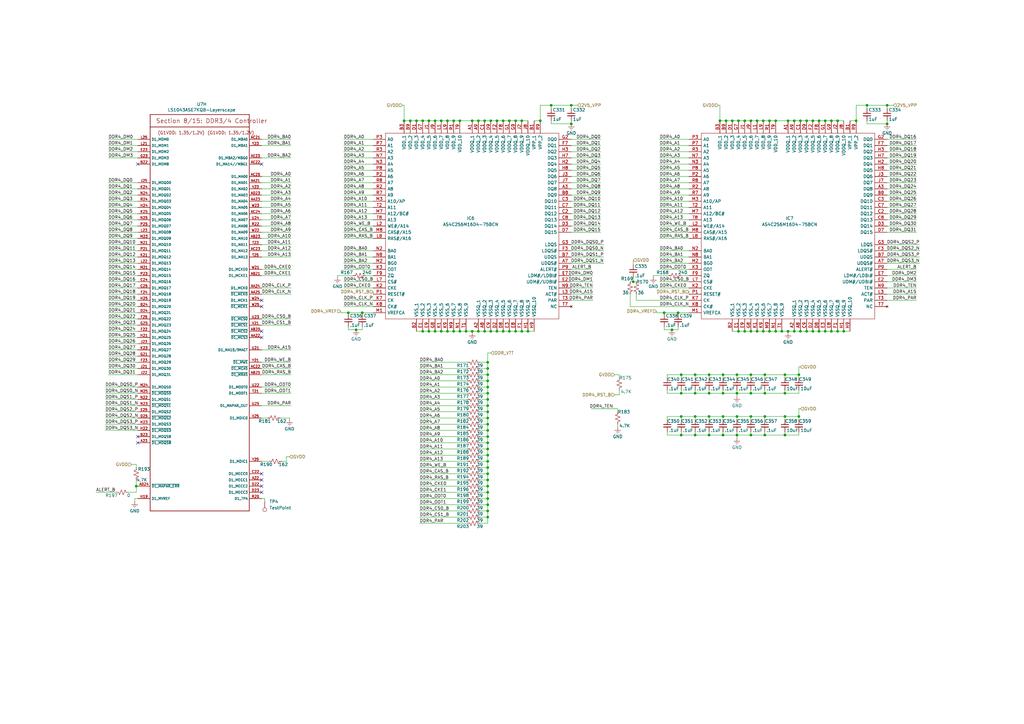
<source format=kicad_sch>
(kicad_sch (version 20200828) (generator eeschema)
  (page 8 12)
  (paper "A3")
  (title_block (title "AP2100") (company "IS ImageStream Internet Solutions, Inc."))
  (lib_symbols
    (symbol "AP2100-rescue:LS1043ASE7KQB-Layerscape"
      (property "Reference" "U" (at 0 0 0))
      (property "Value" "LS1043ASE7KQB-Layerscape" (at 0 2.54 0))
      (symbol "LS1043ASE7KQB-Layerscape_1_1"
        (text "Section 1/15 Digital Ground Pins" (at -18.796 88.1126 0) (effects (font (size 1.778 1.778)) (justify left bottom)))
        (pin power_in line (at -25.4 83.82 0) (length 5.08) (name "GND001") (number "A2"))
        (pin power_in line (at -25.4 78.74 0) (length 5.08) (name "GND003") (number "A24"))
        (pin power_in line (at -25.4 81.28 0) (length 5.08) (name "GND002") (number "A5"))
        (pin power_in line (at 25.4 -78.74 180) (length 5.08) (name "GND135") (number "AB2"))
        (pin power_in line (at 25.4 -81.28 180) (length 5.08) (name "GND136") (number "AB4"))
        (pin power_in line (at 25.4 -83.82 180) (length 5.08) (name "GND137") (number "AD1"))
        (pin power_in line (at 25.4 -86.36 180) (length 5.08) (name "GND138") (number "AD4"))
        (pin power_in line (at 25.4 -88.9 180) (length 5.08) (name "GND139") (number "AE2"))
        (pin power_in line (at -25.4 68.58 0) (length 5.08) (name "GND007") (number "B10"))
        (pin power_in line (at -25.4 66.04 0) (length 5.08) (name "GND008") (number "B13"))
        (pin power_in line (at -25.4 63.5 0) (length 5.08) (name "GND009") (number "B16"))
        (pin power_in line (at -25.4 60.96 0) (length 5.08) (name "GND010") (number "B19"))
        (pin power_in line (at -25.4 58.42 0) (length 5.08) (name "GND011") (number "B21"))
        (pin power_in line (at -25.4 55.88 0) (length 5.08) (name "GND012") (number "B25"))
        (pin power_in line (at -25.4 76.2 0) (length 5.08) (name "GND004") (number "B3"))
        (pin power_in line (at -25.4 73.66 0) (length 5.08) (name "GND005") (number "B4"))
        (pin power_in line (at -25.4 71.12 0) (length 5.08) (name "GND006") (number "B7"))
        (pin power_in line (at -25.4 53.34 0) (length 5.08) (name "GND013") (number "C1"))
        (pin power_in line (at -25.4 50.8 0) (length 5.08) (name "GND014") (number "C2"))
        (pin power_in line (at -25.4 45.72 0) (length 5.08) (name "GND016") (number "C23"))
        (pin power_in line (at -25.4 48.26 0) (length 5.08) (name "GND015") (number "C5"))
        (pin power_in line (at -25.4 33.02 0) (length 5.08) (name "GND021") (number "D12"))
        (pin power_in line (at -25.4 30.48 0) (length 5.08) (name "GND022") (number "D15"))
        (pin power_in line (at -25.4 27.94 0) (length 5.08) (name "GND023") (number "D18"))
        (pin power_in line (at -25.4 25.4 0) (length 5.08) (name "GND024") (number "D21"))
        (pin power_in line (at -25.4 43.18 0) (length 5.08) (name "GND017") (number "D3"))
        (pin power_in line (at -25.4 40.64 0) (length 5.08) (name "GND018") (number "D4"))
        (pin power_in line (at -25.4 38.1 0) (length 5.08) (name "GND019") (number "D7"))
        (pin power_in line (at -25.4 35.56 0) (length 5.08) (name "GND020") (number "D9"))
        (pin power_in line (at -25.4 22.86 0) (length 5.08) (name "GND025") (number "E1"))
        (pin power_in line (at -25.4 20.32 0) (length 5.08) (name "GND026") (number "E2"))
        (pin power_in line (at -25.4 15.24 0) (length 5.08) (name "GND028") (number "E22"))
        (pin power_in line (at -25.4 12.7 0) (length 5.08) (name "GND029") (number "E24"))
        (pin power_in line (at -25.4 17.78 0) (length 5.08) (name "GND027") (number "E5"))
        (pin power_in line (at -25.4 0 0) (length 5.08) (name "GND034") (number "F11"))
        (pin power_in line (at -25.4 -2.54 0) (length 5.08) (name "GND035") (number "F12"))
        (pin power_in line (at -25.4 -5.08 0) (length 5.08) (name "GND036") (number "F13"))
        (pin power_in line (at -25.4 -7.62 0) (length 5.08) (name "GND037") (number "F17"))
        (pin power_in line (at -25.4 -10.16 0) (length 5.08) (name "GND038") (number "F20"))
        (pin power_in line (at -25.4 10.16 0) (length 5.08) (name "GND030") (number "F3"))
        (pin power_in line (at -25.4 7.62 0) (length 5.08) (name "GND031") (number "F4"))
        (pin power_in line (at -25.4 5.08 0) (length 5.08) (name "GND032") (number "F7"))
        (pin power_in line (at -25.4 2.54 0) (length 5.08) (name "GND033") (number "F8"))
        (pin power_in line (at -25.4 -12.7 0) (length 5.08) (name "GND039") (number "G1"))
        (pin power_in line (at -25.4 -15.24 0) (length 5.08) (name "GND040") (number "G2"))
        (pin power_in line (at -25.4 -17.78 0) (length 5.08) (name "GND041") (number "G22"))
        (pin power_in line (at -25.4 -20.32 0) (length 5.08) (name "GND042") (number "G24"))
        (pin power_in line (at -25.4 -35.56 0) (length 5.08) (name "GND048") (number "H10"))
        (pin power_in line (at -25.4 -38.1 0) (length 5.08) (name "GND049") (number "H11"))
        (pin power_in line (at -25.4 -40.64 0) (length 5.08) (name "GND050") (number "H12"))
        (pin power_in line (at -25.4 -43.18 0) (length 5.08) (name "GND051") (number "H13"))
        (pin power_in line (at -25.4 -45.72 0) (length 5.08) (name "GND052") (number "H14"))
        (pin power_in line (at -25.4 -48.26 0) (length 5.08) (name "GND053") (number "H15"))
        (pin power_in line (at -25.4 -50.8 0) (length 5.08) (name "GND054") (number "H16"))
        (pin power_in line (at -25.4 -53.34 0) (length 5.08) (name "GND055") (number "H17"))
        (pin power_in line (at -25.4 -22.86 0) (length 5.08) (name "GND043") (number "H3"))
        (pin power_in line (at -25.4 -25.4 0) (length 5.08) (name "GND044") (number "H4"))
        (pin power_in line (at -25.4 -27.94 0) (length 5.08) (name "GND045") (number "H5"))
        (pin power_in line (at -25.4 -30.48 0) (length 5.08) (name "GND046") (number "H8"))
        (pin power_in line (at -25.4 -33.02 0) (length 5.08) (name "GND047") (number "H9"))
        (pin power_in line (at -25.4 -58.42 0) (length 5.08) (name "GND057") (number "J19"))
        (pin power_in line (at -25.4 -60.96 0) (length 5.08) (name "GND058") (number "J20"))
        (pin power_in line (at -25.4 -63.5 0) (length 5.08) (name "GND059") (number "J24"))
        (pin power_in line (at -25.4 -55.88 0) (length 5.08) (name "GND056") (number "J7"))
        (pin power_in line (at -25.4 -73.66 0) (length 5.08) (name "GND063") (number "K10"))
        (pin power_in line (at -25.4 -76.2 0) (length 5.08) (name "GND064") (number "K12"))
        (pin power_in line (at -25.4 -78.74 0) (length 5.08) (name "GND065") (number "K14"))
        (pin power_in line (at -25.4 -81.28 0) (length 5.08) (name "GND066") (number "K16"))
        (pin power_in line (at -25.4 -83.82 0) (length 5.08) (name "GND067") (number "K19"))
        (pin power_in line (at -25.4 -66.04 0) (length 5.08) (name "GND060") (number "K2"))
        (pin power_in line (at -25.4 -86.36 0) (length 5.08) (name "GND068") (number "K22"))
        (pin power_in line (at -25.4 -68.58 0) (length 5.08) (name "GND061") (number "K4"))
        (pin power_in line (at -25.4 -71.12 0) (length 5.08) (name "GND062") (number "K7"))
        (pin power_in line (at 25.4 83.82 180) (length 5.08) (name "GND071") (number "L11"))
        (pin power_in line (at 25.4 81.28 180) (length 5.08) (name "GND072") (number "L13"))
        (pin power_in line (at 25.4 78.74 180) (length 5.08) (name "GND073") (number "L15"))
        (pin power_in line (at 25.4 76.2 180) (length 5.08) (name "GND074") (number "L17"))
        (pin power_in line (at 25.4 73.66 180) (length 5.08) (name "GND075") (number "L19"))
        (pin power_in line (at 25.4 71.12 180) (length 5.08) (name "GND076") (number "L20"))
        (pin power_in line (at 25.4 68.58 180) (length 5.08) (name "GND077") (number "L24"))
        (pin power_in line (at -25.4 -88.9 0) (length 5.08) (name "GND069") (number "L7"))
        (pin power_in line (at 0 -99.06 90) (length 5.08) (name "GND070") (number "L9"))
        (pin power_in line (at 25.4 63.5 180) (length 5.08) (name "GND079") (number "M10"))
        (pin power_in line (at 25.4 60.96 180) (length 5.08) (name "GND080") (number "M12"))
        (pin power_in line (at 25.4 58.42 180) (length 5.08) (name "GND081") (number "M14"))
        (pin power_in line (at 25.4 55.88 180) (length 5.08) (name "GND082") (number "M16"))
        (pin power_in line (at 25.4 53.34 180) (length 5.08) (name "GND083") (number "M19"))
        (pin power_in line (at 25.4 50.8 180) (length 5.08) (name "GND084") (number "M22"))
        (pin power_in line (at 25.4 66.04 180) (length 5.08) (name "GND078") (number "M7"))
        (pin power_in line (at 25.4 38.1 180) (length 5.08) (name "GND089") (number "N11"))
        (pin power_in line (at 25.4 35.56 180) (length 5.08) (name "GND090") (number "N13"))
        (pin power_in line (at 25.4 33.02 180) (length 5.08) (name "GND091") (number "N15"))
        (pin power_in line (at 25.4 30.48 180) (length 5.08) (name "GND092") (number "N17"))
        (pin power_in line (at 25.4 27.94 180) (length 5.08) (name "GND093") (number "N19"))
        (pin power_in line (at 25.4 48.26 180) (length 5.08) (name "GND085") (number "N2"))
        (pin power_in line (at 25.4 25.4 180) (length 5.08) (name "GND094") (number "N20"))
        (pin power_in line (at 25.4 45.72 180) (length 5.08) (name "GND086") (number "N4"))
        (pin power_in line (at 25.4 43.18 180) (length 5.08) (name "GND087") (number "N6"))
        (pin power_in line (at 25.4 40.64 180) (length 5.08) (name "GND088") (number "N9"))
        (pin power_in line (at 25.4 17.78 180) (length 5.08) (name "GND097") (number "P10"))
        (pin power_in line (at 25.4 15.24 180) (length 5.08) (name "GND098") (number "P12"))
        (pin power_in line (at 25.4 12.7 180) (length 5.08) (name "GND099") (number "P14"))
        (pin power_in line (at 25.4 10.16 180) (length 5.08) (name "GND100") (number "P16"))
        (pin power_in line (at 25.4 7.62 180) (length 5.08) (name "GND101") (number "P19"))
        (pin power_in line (at 25.4 5.08 180) (length 5.08) (name "GND102") (number "P22"))
        (pin power_in line (at 25.4 2.54 180) (length 5.08) (name "GND103") (number "P24"))
        (pin power_in line (at 25.4 22.86 180) (length 5.08) (name "GND095") (number "P7"))
        (pin power_in line (at 25.4 20.32 180) (length 5.08) (name "GND096") (number "P8"))
        (pin power_in line (at 25.4 -2.54 180) (length 5.08) (name "GND105") (number "R11"))
        (pin power_in line (at 25.4 -5.08 180) (length 5.08) (name "GND106") (number "R13"))
        (pin power_in line (at 25.4 -7.62 180) (length 5.08) (name "GND107") (number "R15"))
        (pin power_in line (at 25.4 -10.16 180) (length 5.08) (name "GND108") (number "R17"))
        (pin power_in line (at 25.4 -12.7 180) (length 5.08) (name "GND109") (number "R19"))
        (pin power_in line (at 25.4 -15.24 180) (length 5.08) (name "GND110") (number "R25"))
        (pin power_in line (at 25.4 0 180) (length 5.08) (name "GND104") (number "R9"))
        (pin power_in line (at 25.4 -25.4 180) (length 5.08) (name "GND114") (number "T10"))
        (pin power_in line (at 25.4 -27.94 180) (length 5.08) (name "GND115") (number "T12"))
        (pin power_in line (at 25.4 -30.48 180) (length 5.08) (name "GND116") (number "T14"))
        (pin power_in line (at 25.4 -17.78 180) (length 5.08) (name "GND111") (number "T2"))
        (pin power_in line (at 25.4 -33.02 180) (length 5.08) (name "GND117") (number "T20"))
        (pin power_in line (at 25.4 -20.32 180) (length 5.08) (name "GND112") (number "T4"))
        (pin power_in line (at 25.4 -22.86 180) (length 5.08) (name "GND113") (number "T8"))
        (pin power_in line (at 25.4 -40.64 180) (length 5.08) (name "GND120") (number "U11"))
        (pin power_in line (at 25.4 -43.18 180) (length 5.08) (name "GND121") (number "U20"))
        (pin power_in line (at 25.4 -35.56 180) (length 5.08) (name "GND118") (number "U6"))
        (pin power_in line (at 25.4 -38.1 180) (length 5.08) (name "GND119") (number "U9"))
        (pin power_in line (at 25.4 -53.34 180) (length 5.08) (name "GND125") (number "V10"))
        (pin power_in line (at 25.4 -55.88 180) (length 5.08) (name "GND126") (number "V11"))
        (pin power_in line (at 25.4 -58.42 180) (length 5.08) (name "GND127") (number "V12"))
        (pin power_in line (at 25.4 -60.96 180) (length 5.08) (name "GND128") (number "V13"))
        (pin power_in line (at 25.4 -63.5 180) (length 5.08) (name "GND129") (number "V14"))
        (pin power_in line (at 25.4 -45.72 180) (length 5.08) (name "GND122") (number "V2"))
        (pin power_in line (at 25.4 -66.04 180) (length 5.08) (name "GND130") (number "V20"))
        (pin power_in line (at 25.4 -48.26 180) (length 5.08) (name "GND123") (number "V8"))
        (pin power_in line (at 25.4 -50.8 180) (length 5.08) (name "GND124") (number "V9"))
        (pin power_in line (at 25.4 -71.12 180) (length 5.08) (name "GND132") (number "W20"))
        (pin power_in line (at 25.4 -68.58 180) (length 5.08) (name "GND131") (number "W4"))
        (pin power_in line (at 25.4 -73.66 180) (length 5.08) (name "GND133") (number "Y2"))
        (pin power_in line (at 25.4 -76.2 180) (length 5.08) (name "GND134") (number "Y20"))
      )
      (symbol "LS1043ASE7KQB-Layerscape_2_1"
        (text "Section 2/15 SerDes Ground Pins" (at -18.542 25.2984 0) (effects (font (size 1.778 1.778)) (justify left bottom)))
        (pin power_in line (at -43.18 -21.59 0) (length 5.08) (name "SD_GND18") (number "AA13"))
        (pin power_in line (at -43.18 -24.13 0) (length 5.08) (name "SD_GND19") (number "AA16"))
        (pin power_in line (at 0 -34.29 90) (length 5.08) (name "SD_GND20") (number "AA19"))
        (pin power_in line (at 43.18 21.59 180) (length 5.08) (name "SD_GND21") (number "AB13"))
        (pin power_in line (at 43.18 19.05 180) (length 5.08) (name "SD_GND22") (number "AB16"))
        (pin power_in line (at 43.18 16.51 180) (length 5.08) (name "SD_GND23") (number "AB19"))
        (pin power_in line (at 43.18 13.97 180) (length 5.08) (name "SD_GND24") (number "AC13"))
        (pin power_in line (at 43.18 11.43 180) (length 5.08) (name "SD_GND25") (number "AC14"))
        (pin power_in line (at 43.18 8.89 180) (length 5.08) (name "SD_GND26") (number "AC15"))
        (pin power_in line (at 43.18 6.35 180) (length 5.08) (name "SD_GND27") (number "AC16"))
        (pin power_in line (at 43.18 3.81 180) (length 5.08) (name "SD_GND28") (number "AC17"))
        (pin power_in line (at 43.18 1.27 180) (length 5.08) (name "SD_GND29") (number "AC18"))
        (pin power_in line (at 43.18 -1.27 180) (length 5.08) (name "SD_GND30") (number "AC19"))
        (pin power_in line (at 43.18 -3.81 180) (length 5.08) (name "SD_GND31") (number "AC20"))
        (pin power_in line (at 43.18 -6.35 180) (length 5.08) (name "SD_GND32") (number "AD13"))
        (pin power_in line (at 43.18 -8.89 180) (length 5.08) (name "SD_GND33") (number "AD16"))
        (pin power_in line (at 43.18 -11.43 180) (length 5.08) (name "SD_GND34") (number "AD19"))
        (pin power_in line (at 43.18 -13.97 180) (length 5.08) (name "SD_GND35") (number "AD21"))
        (pin power_in line (at 43.18 -16.51 180) (length 5.08) (name "SD_GND36") (number "AE13"))
        (pin power_in line (at 43.18 -19.05 180) (length 5.08) (name "SD_GND37") (number "AE16"))
        (pin power_in line (at 43.18 -21.59 180) (length 5.08) (name "SD_GND38") (number "AE19"))
        (pin power_in line (at 43.18 -24.13 180) (length 5.08) (name "SD_GND39") (number "AE21"))
        (pin power_in line (at -43.18 21.59 0) (length 5.08) (name "SD_GND01") (number "U15"))
        (pin power_in line (at -43.18 19.05 0) (length 5.08) (name "SD_GND02") (number "U16"))
        (pin power_in line (at -43.18 16.51 0) (length 5.08) (name "SD_GND03") (number "U17"))
        (pin power_in line (at -43.18 13.97 0) (length 5.08) (name "SD_GND04") (number "U18"))
        (pin power_in line (at -43.18 11.43 0) (length 5.08) (name "SD_GND05") (number "U19"))
        (pin power_in line (at -43.18 6.35 0) (length 5.08) (name "SD_GND07") (number "W11"))
        (pin power_in line (at -43.18 8.89 0) (length 5.08) (name "SD_GND06") (number "W8"))
        (pin power_in line (at -43.18 -1.27 0) (length 5.08) (name "SD_GND10") (number "Y10"))
        (pin power_in line (at -43.18 -3.81 0) (length 5.08) (name "SD_GND11") (number "Y11"))
        (pin power_in line (at -43.18 -6.35 0) (length 5.08) (name "SD_GND12") (number "Y12"))
        (pin power_in line (at -43.18 -8.89 0) (length 5.08) (name "SD_GND13") (number "Y14"))
        (pin power_in line (at -43.18 -11.43 0) (length 5.08) (name "SD_GND14") (number "Y15"))
        (pin power_in line (at -43.18 -13.97 0) (length 5.08) (name "SD_GND15") (number "Y16"))
        (pin power_in line (at -43.18 -16.51 0) (length 5.08) (name "SD_GND16") (number "Y17"))
        (pin power_in line (at -43.18 -19.05 0) (length 5.08) (name "SD_GND17") (number "Y18"))
        (pin power_in line (at -43.18 3.81 0) (length 5.08) (name "SD_GND08") (number "Y8"))
        (pin power_in line (at -43.18 1.27 0) (length 5.08) (name "SD_GND09") (number "Y9"))
      )
      (symbol "LS1043ASE7KQB-Layerscape_3_1"
        (text "(1.35V)" (at 11.9888 -26.543 0) (effects (font (size 1.27 1.27)) (justify left bottom)))
        (text "(1.8V)" (at -15.5702 -54.2036 0) (effects (font (size 1.27 1.27)) (justify left bottom)))
        (text "(1V/0.9V)" (at -15.5194 62.738 0) (effects (font (size 1.27 1.27)) (justify left bottom)))
        (text "(1V/0.9V)" (at 12.2936 62.6872 0) (effects (font (size 1.27 1.27)) (justify left bottom)))
        (text "(2.5V/1.8V/1.2V)" (at 6.985 -67.183 0) (effects (font (size 1.27 1.27)) (justify left bottom)))
        (text "(3.3V)" (at 9.5504 -56.9722 0) (effects (font (size 1.27 1.27)) (justify left bottom)))
        (text "(Power Sense Pins)" (at 6.5532 -75.184 0) (effects (font (size 1.27 1.27)) (justify left bottom)))
        (text "(Pull-down/1V/0.9V)" (at 4.7752 -8.4582 0) (effects (font (size 1.27 1.27)) (justify left bottom)))
        (text "Section 3/15 Power Pins" (at -10.8204 69.596 0) (effects (font (size 1.778 1.778)) (justify left bottom)))
        (pin power_in line (at -22.86 -58.42 0) (length 5.08) (name "AVDD_CGA2") (number "G11"))
        (pin power_in line (at -22.86 -55.88 0) (length 5.08) (name "AVDD_CGA1") (number "G12"))
        (pin power_in line (at -22.86 -66.04 0) (length 5.08) (name "AVDD_PLAT") (number "G13"))
        (pin power_in line (at -22.86 -48.26 0) (length 5.08) (name "TA_BB_VDD") (number "H20"))
        (pin power_in line (at -22.86 -27.94 0) (length 5.08) (name "USB_SVDD1") (number "J10"))
        (pin power_in line (at -22.86 -30.48 0) (length 5.08) (name "USB_SVDD2") (number "J11"))
        (pin power_in line (at 27.94 -60.96 180) (length 5.08) (name "USB_HVDD1") (number "J8"))
        (pin power_in line (at 27.94 -58.42 180) (length 5.08) (name "USB_HVDD2") (number "J9"))
        (pin power_in line (at -22.86 -43.18 0) (length 5.08) (name "USB_SDVDD2") (number "K11"))
        (pin power_in line (at -22.86 60.96 0) (length 5.08) (name "VDD01") (number "K13"))
        (pin power_in line (at -22.86 55.88 0) (length 5.08) (name "VDD02") (number "K15"))
        (pin power_in line (at -22.86 50.8 0) (length 5.08) (name "VDD03") (number "K17"))
        (pin power_in line (at -22.86 -40.64 0) (length 5.08) (name "USB_SDVDD1") (number "K9"))
        (pin power_in line (at -22.86 45.72 0) (length 5.08) (name "VDD04") (number "L10"))
        (pin power_in line (at -22.86 40.64 0) (length 5.08) (name "VDD05") (number "L12"))
        (pin power_in line (at -22.86 35.56 0) (length 5.08) (name "VDD06") (number "L14"))
        (pin power_in line (at -22.86 30.48 0) (length 5.08) (name "VDD07") (number "L16"))
        (pin power_in line (at -22.86 25.4 0) (length 5.08) (name "VDD09") (number "M11"))
        (pin power_in line (at -22.86 22.86 0) (length 5.08) (name "VDD10") (number "M13"))
        (pin power_in line (at -22.86 20.32 0) (length 5.08) (name "VDD11") (number "M15"))
        (pin power_in line (at -22.86 15.24 0) (length 5.08) (name "VDD12") (number "M17"))
        (pin power_in line (at -22.86 27.94 0) (length 5.08) (name "VDD08") (number "M9"))
        (pin power_in line (at -22.86 5.08 0) (length 5.08) (name "VDD14") (number "N10"))
        (pin power_in line (at -22.86 0 0) (length 5.08) (name "VDD15") (number "N12"))
        (pin power_in line (at -22.86 -5.08 0) (length 5.08) (name "VDD16") (number "N14"))
        (pin power_in line (at 27.94 2.54 180) (length 5.08) (name "VDD17") (number "N16"))
        (pin power_in line (at -22.86 10.16 0) (length 5.08) (name "VDD13") (number "N8"))
        (pin power_in line (at 27.94 5.08 180) (length 5.08) (name "VDD19") (number "P11"))
        (pin power_in line (at 27.94 7.62 180) (length 5.08) (name "VDD20") (number "P13"))
        (pin power_in line (at 27.94 10.16 180) (length 5.08) (name "VDD21") (number "P15"))
        (pin power_in line (at 27.94 15.24 180) (length 5.08) (name "VDD22") (number "P17"))
        (pin power_in line (at 27.94 0 180) (length 5.08) (name "VDD18") (number "P9"))
        (pin power_in line (at 27.94 22.86 180) (length 5.08) (name "VDD24") (number "R10"))
        (pin power_in line (at 27.94 27.94 180) (length 5.08) (name "VDD25") (number "R12"))
        (pin power_in line (at 27.94 30.48 180) (length 5.08) (name "VDD26") (number "R14"))
        (pin power_in line (at 27.94 33.02 180) (length 5.08) (name "VDD27") (number "R16"))
        (pin power_in line (at 27.94 38.1 180) (length 5.08) (name "VDD28") (number "R18"))
        (pin power_in line (at 27.94 -10.16 180) (length 5.08) (name "FA_VL") (number "R7"))
        (pin power_in line (at 27.94 17.78 180) (length 5.08) (name "VDD23") (number "R8"))
        (pin power_in line (at 27.94 45.72 180) (length 5.08) (name "VDD30") (number "T11"))
        (pin power_in line (at 27.94 50.8 180) (length 5.08) (name "VDD31") (number "T13"))
        (pin power_in line (at -22.86 -12.7 0) (length 5.08) (name "S1VDD1") (number "T15"))
        (pin power_in line (at -22.86 -15.24 0) (length 5.08) (name "S1VDD2") (number "T16"))
        (pin power_in line (at -22.86 -17.78 0) (length 5.08) (name "S1VDD3") (number "T17"))
        (pin power_in line (at -22.86 -20.32 0) (length 5.08) (name "S1VDD4") (number "T18"))
        (pin power_in line (at -22.86 -71.12 0) (length 5.08) (name "AVDD_D1") (number "T19"))
        (pin power_in line (at 27.94 43.18 180) (length 5.08) (name "VDD29") (number "T9"))
        (pin power_in line (at 27.94 60.96 180) (length 5.08) (name "VDD33") (number "U10"))
        (pin power_in line (at 27.94 55.88 180) (length 5.08) (name "VDD32") (number "U8"))
        (pin power_in line (at 27.94 -48.26 180) (length 5.08) (name "AVDD_SD1_PLL2") (number "V19"))
        (pin power_in line (at 27.94 -68.58 180) (length 5.08) (name "TVDD") (number "V6"))
        (pin power_in line (at 27.94 -78.74 180) (length 5.08) (name "SENSEGND") (number "V7"))
        (pin power_in line (at 27.94 -43.18 180) (length 5.08) (name "AVDD_SD1_PLL1") (number "W12"))
        (pin power_in line (at -22.86 -22.86 0) (length 5.08) (name "S1VDD5") (number "W14"))
        (pin power_in line (at 27.94 -27.94 180) (length 5.08) (name "X1VDD1") (number "W15"))
        (pin power_in line (at 27.94 -30.48 180) (length 5.08) (name "X1VDD2") (number "W16"))
        (pin power_in line (at 27.94 -33.02 180) (length 5.08) (name "X1VDD3") (number "W17"))
        (pin power_in line (at 27.94 -35.56 180) (length 5.08) (name "X1VDD4") (number "W18"))
        (pin power_in line (at 27.94 -76.2 180) (length 5.08) (name "SENSEVDD") (number "W7"))
        (pin power_in line (at 27.94 -38.1 180) (length 5.08) (name "X1VDD5") (number "Y19"))
      )
      (symbol "LS1043ASE7KQB-Layerscape_4_1"
        (text "Section 4/15: Power Pins" (at -12.6492 61.468 0) (effects (font (size 1.778 1.778)) (justify left bottom)))
        (pin power_in line (at -29.21 -31.75 0) (length 5.08) (name "G1VDD18") (number "AA20"))
        (pin power_in line (at -29.21 -36.83 0) (length 5.08) (name "G1VDD19") (number "AB22"))
        (pin power_in line (at -29.21 -41.91 0) (length 5.08) (name "G1VDD20") (number "AB24"))
        (pin power_in line (at -29.21 -46.99 0) (length 5.08) (name "G1VDD21") (number "AD22"))
        (pin power_in line (at -29.21 -52.07 0) (length 5.08) (name "G1VDD22") (number "AD25"))
        (pin power_in line (at -29.21 -57.15 0) (length 5.08) (name "G1VDD23") (number "AE24"))
        (pin bidirectional line (at 31.75 -3.81 180) (length 5.08) (name "TA_PROG_SEP") (number "F14"))
        (pin bidirectional line (at 31.75 6.35 180) (length 5.08) (name "PROG_MTR") (number "G14"))
        (pin power_in line (at 31.75 54.61 180) (length 5.08) (name "OVDD1") (number "J12"))
        (pin power_in line (at 31.75 49.53 180) (length 5.08) (name "OVDD2") (number "J13"))
        (pin power_in line (at 31.75 44.45 180) (length 5.08) (name "OVDD3") (number "J14"))
        (pin power_in line (at 31.75 39.37 180) (length 5.08) (name "OVDD4") (number "J15"))
        (pin power_in line (at 31.75 34.29 180) (length 5.08) (name "OVDD5") (number "J16"))
        (pin power_in line (at 31.75 29.21 180) (length 5.08) (name "OVDD6") (number "J17"))
        (pin power_in line (at -29.21 54.61 0) (length 5.08) (name "G1VDD01") (number "J18"))
        (pin power_in line (at -29.21 49.53 0) (length 5.08) (name "G1VDD02") (number "K18"))
        (pin power_in line (at -29.21 44.45 0) (length 5.08) (name "G1VDD03") (number "K20"))
        (pin power_in line (at 31.75 -24.13 180) (length 5.08) (name "DVDD1") (number "K8"))
        (pin power_in line (at -29.21 39.37 0) (length 5.08) (name "G1VDD04") (number "L18"))
        (pin power_in line (at 31.75 -26.67 180) (length 5.08) (name "DVVD2") (number "L8"))
        (pin power_in line (at -29.21 34.29 0) (length 5.08) (name "G1VDD05") (number "M18"))
        (pin power_in line (at -29.21 29.21 0) (length 5.08) (name "G1VDD06") (number "M20"))
        (pin power_in line (at 31.75 -36.83 180) (length 5.08) (name "EVDD") (number "M8"))
        (pin power_in line (at -29.21 24.13 0) (length 5.08) (name "G1VDD07") (number "N18"))
        (pin power_in line (at 31.75 24.13 180) (length 5.08) (name "0VDD7") (number "N7"))
        (pin power_in line (at -29.21 19.05 0) (length 5.08) (name "G1VDD08") (number "P18"))
        (pin power_in line (at -29.21 13.97 0) (length 5.08) (name "G1VDD09") (number "P20"))
        (pin power_in line (at -29.21 8.89 0) (length 5.08) (name "G1VDD10") (number "R21"))
        (pin power_in line (at -29.21 3.81 0) (length 5.08) (name "G1VDD11") (number "R23"))
        (pin power_in line (at -29.21 -1.27 0) (length 5.08) (name "G1VDD12") (number "T22"))
        (pin power_in line (at -29.21 -6.35 0) (length 5.08) (name "G1VDD13") (number "T24"))
        (pin power_in line (at 31.75 16.51 180) (length 5.08) (name "TH_VDD") (number "T6"))
        (pin power_in line (at 31.75 -57.15 180) (length 5.08) (name "LVDD1") (number "U12"))
        (pin power_in line (at 31.75 -52.07 180) (length 5.08) (name "LVDD2") (number "U13"))
        (pin power_in line (at 31.75 -46.99 180) (length 5.08) (name "LVDD3") (number "U14"))
        (pin power_in line (at -29.21 -11.43 0) (length 5.08) (name "G1VDD14") (number "V22"))
        (pin power_in line (at -29.21 -16.51 0) (length 5.08) (name "G1VDD15") (number "V24"))
        (pin power_in line (at -29.21 -21.59 0) (length 5.08) (name "G1VDD16") (number "Y22"))
        (pin power_in line (at -29.21 -26.67 0) (length 5.08) (name "G1VDD17") (number "Y24"))
      )
      (symbol "LS1043ASE7KQB-Layerscape_5_1"
        (text "(Analog)" (at -36.9316 -29.8704 0) (effects (font (size 1.27 1.27)) (justify left bottom)))
        (text "(Analog)" (at 16.002 -4.4958 0) (effects (font (size 1.27 1.27)) (justify left bottom)))
        (text "(Analog)" (at 16.129 -7.0104 0) (effects (font (size 1.27 1.27)) (justify left bottom)))
        (text "(DVDD: 2.5V/1.8V)" (at 15.9004 -14.6812 0) (effects (font (size 1.27 1.27)) (justify left bottom)))
        (text "(DVDD: 2.5V/1.8V)" (at 16.2052 -17.1958 0) (effects (font (size 1.27 1.27)) (justify left bottom)))
        (text "(DVDD: 3.3V/1.8V)" (at -37.5412 26.0858 0) (effects (font (size 1.27 1.27)) (justify left bottom)))
        (text "(DVDD: 3.3V/1.8V)" (at -37.5158 15.9004 0) (effects (font (size 1.27 1.27)) (justify left bottom)))
        (text "(DVDD: 3.3V/1.8V)" (at -37.3634 13.335 0) (effects (font (size 1.27 1.27)) (justify left bottom)))
        (text "(DVDD: 3.3V/1.8V)" (at -37.3634 28.6258 0) (effects (font (size 1.27 1.27)) (justify left bottom)))
        (text "(DVDD: 3.3V/1.8V)" (at -37.338 18.4404 0) (effects (font (size 1.27 1.27)) (justify left bottom)))
        (text "(DVDD: 3.3V/1.8V)" (at -37.2618 31.1658 0) (effects (font (size 1.27 1.27)) (justify left bottom)))
        (text "(DVDD: 3.3V/1.8V)" (at -37.1348 23.5204 0) (effects (font (size 1.27 1.27)) (justify left bottom)))
        (text "(DVDD: 3.3V/1.8V)" (at -37.0332 20.955 0) (effects (font (size 1.27 1.27)) (justify left bottom)))
        (text "(DVDD: 3.3V/1.8V)" (at 16.0782 41.3512 0) (effects (font (size 1.27 1.27)) (justify left bottom)))
        (text "(DVDD: 3.3V/1.8V)" (at 16.1036 15.9004 0) (effects (font (size 1.27 1.27)) (justify left bottom)))
        (text "(DVDD: 3.3V/1.8V)" (at 16.1036 28.6258 0) (effects (font (size 1.27 1.27)) (justify left bottom)))
        (text "(DVDD: 3.3V/1.8V)" (at 16.1798 20.9804 0) (effects (font (size 1.27 1.27)) (justify left bottom)))
        (text "(DVDD: 3.3V/1.8V)" (at 16.1798 33.7058 0) (effects (font (size 1.27 1.27)) (justify left bottom)))
        (text "(DVDD: 3.3V/1.8V)" (at 16.2052 13.335 0) (effects (font (size 1.27 1.27)) (justify left bottom)))
        (text "(DVDD: 3.3V/1.8V)" (at 16.2052 23.5204 0) (effects (font (size 1.27 1.27)) (justify left bottom)))
        (text "(DVDD: 3.3V/1.8V)" (at 16.2052 36.2458 0) (effects (font (size 1.27 1.27)) (justify left bottom)))
        (text "(DVDD: 3.3V/1.8V)" (at 16.2306 26.0604 0) (effects (font (size 1.27 1.27)) (justify left bottom)))
        (text "(DVDD: 3.3V/1.8V)" (at 16.383 38.7604 0) (effects (font (size 1.27 1.27)) (justify left bottom)))
        (text "(LVDD: 2.5V/1.8V)" (at -37.5158 33.7312 0) (effects (font (size 1.27 1.27)) (justify left bottom)))
        (text "(Note 1)" (at -19.1262 15.9004 0) (effects (font (size 1.27 1.27)) (justify left bottom)))
        (text "(Note 1)" (at -19.1262 31.1912 0) (effects (font (size 1.27 1.27)) (justify left bottom)))
        (text "(Note 1)" (at -18.9484 20.9804 0) (effects (font (size 1.27 1.27)) (justify left bottom)))
        (text "(Note 1)" (at -18.8976 26.0858 0) (effects (font (size 1.27 1.27)) (justify left bottom)))
        (text "(Note 1)" (at -18.8722 13.335 0) (effects (font (size 1.27 1.27)) (justify left bottom)))
        (text "(Note 1)" (at -18.796 18.4404 0) (effects (font (size 1.27 1.27)) (justify left bottom)))
        (text "(Note 1)" (at -18.7706 28.6004 0) (effects (font (size 1.27 1.27)) (justify left bottom)))
        (text "(Note 1)" (at -18.542 23.495 0) (effects (font (size 1.27 1.27)) (justify left bottom)))
        (text "(Note 1)" (at 3.8608 28.6258 0) (effects (font (size 1.27 1.27)) (justify left bottom)))
        (text "(Note 1)" (at 3.8608 36.2712 0) (effects (font (size 1.27 1.27)) (justify left bottom)))
        (text "(Note 1)" (at 3.8862 26.0858 0) (effects (font (size 1.27 1.27)) (justify left bottom)))
        (text "(Note 1)" (at 4.0132 23.5204 0) (effects (font (size 1.27 1.27)) (justify left bottom)))
        (text "(Note 1)" (at 4.064 41.3512 0) (effects (font (size 1.27 1.27)) (justify left bottom)))
        (text "(Note 1)" (at 4.0894 33.7058 0) (effects (font (size 1.27 1.27)) (justify left bottom)))
        (text "(Note 1)" (at 4.1148 38.7858 0) (effects (font (size 1.27 1.27)) (justify left bottom)))
        (text "(Note 1)" (at 4.3688 20.955 0) (effects (font (size 1.27 1.27)) (justify left bottom)))
        (text "(Note 1)" (at 6.5786 -14.6558 0) (effects (font (size 1.27 1.27)) (justify left bottom)))
        (text "(Note 1)" (at 6.858 -17.1704 0) (effects (font (size 1.27 1.27)) (justify left bottom)))
        (text "(OVDD: 1.8V)" (at -37.6174 -12.1412 0) (effects (font (size 1.27 1.27)) (justify left bottom)))
        (text "(OVDD: 1.8V)" (at -37.4904 -35.052 0) (effects (font (size 1.27 1.27)) (justify left bottom)))
        (text "(OVDD: 1.8V)" (at -37.465 -22.3012 0) (effects (font (size 1.27 1.27)) (justify left bottom)))
        (text "(OVDD: 1.8V)" (at -37.465 36.2712 0) (effects (font (size 1.27 1.27)) (justify left bottom)))
        (text "(OVDD: 1.8V)" (at -37.465 38.8112 0) (effects (font (size 1.27 1.27)) (justify left bottom)))
        (text "(OVDD: 1.8V)" (at -37.4396 -14.6558 0) (effects (font (size 1.27 1.27)) (justify left bottom)))
        (text "(OVDD: 1.8V)" (at -37.3888 -42.672 0) (effects (font (size 1.27 1.27)) (justify left bottom)))
        (text "(OVDD: 1.8V)" (at -37.3888 8.255 0) (effects (font (size 1.27 1.27)) (justify left bottom)))
        (text "(OVDD: 1.8V)" (at -37.3634 -45.212 0) (effects (font (size 1.27 1.27)) (justify left bottom)))
        (text "(OVDD: 1.8V)" (at -37.338 -4.4704 0) (effects (font (size 1.27 1.27)) (justify left bottom)))
        (text "(OVDD: 1.8V)" (at -37.3126 -47.752 0) (effects (font (size 1.27 1.27)) (justify left bottom)))
        (text "(OVDD: 1.8V)" (at -37.3126 41.3512 0) (effects (font (size 1.27 1.27)) (justify left bottom)))
        (text "(OVDD: 1.8V)" (at -37.211 -40.0812 0) (effects (font (size 1.27 1.27)) (justify left bottom)))
        (text "(OVDD: 1.8V)" (at -37.211 -7.0104 0) (effects (font (size 1.27 1.27)) (justify left bottom)))
        (text "(OVDD: 1.8V)" (at -37.1602 -19.7358 0) (effects (font (size 1.27 1.27)) (justify left bottom)))
        (text "(OVDD: 1.8V)" (at -37.1348 -1.9304 0) (effects (font (size 1.27 1.27)) (justify left bottom)))
        (text "(OVDD: 1.8V)" (at -37.1094 -27.3558 0) (effects (font (size 1.27 1.27)) (justify left bottom)))
        (text "(OVDD: 1.8V)" (at -37.0332 -50.2158 0) (effects (font (size 1.27 1.27)) (justify left bottom)))
        (text "(OVDD: 1.8V)" (at 10.9982 8.255 0) (effects (font (size 1.27 1.27)) (justify left bottom)))
        (text "(OVDD: 1.8V)" (at 16.0274 -22.3012 0) (effects (font (size 1.27 1.27)) (justify left bottom)))
        (text "(OVDD: 1.8V)" (at 16.0782 -35.0266 0) (effects (font (size 1.27 1.27)) (justify left bottom)))
        (text "(OVDD: 1.8V)" (at 16.1036 -40.132 0) (effects (font (size 1.27 1.27)) (justify left bottom)))
        (text "(OVDD: 1.8V)" (at 16.129 -32.4866 0) (effects (font (size 1.27 1.27)) (justify left bottom)))
        (text "(OVDD: 1.8V)" (at 16.129 -24.8412 0) (effects (font (size 1.27 1.27)) (justify left bottom)))
        (text "(OVDD: 1.8V)" (at 16.1544 0.6096 0) (effects (font (size 1.27 1.27)) (justify left bottom)))
        (text "(OVDD: 1.8V)" (at 16.2052 -42.6212 0) (effects (font (size 1.27 1.27)) (justify left bottom)))
        (text "(OVDD: 1.8V)" (at 16.2052 3.175 0) (effects (font (size 1.27 1.27)) (justify left bottom)))
        (text "(OVDD: 1.8V)" (at 16.256 -27.3558 0) (effects (font (size 1.27 1.27)) (justify left bottom)))
        (text "(OVDD: 1.8V)" (at 16.2814 -29.8958 0) (effects (font (size 1.27 1.27)) (justify left bottom)))
        (text "(OVDD: 1.8V)" (at 16.3068 -45.1612 0) (effects (font (size 1.27 1.27)) (justify left bottom)))
        (text "(Reserved, Analog)" (at 16.2306 -50.2666 0) (effects (font (size 1.27 1.27)) (justify left bottom)))
        (text "(Reserved, Analog)" (at 16.3576 -47.6758 0) (effects (font (size 1.27 1.27)) (justify left bottom)))
        (text "(TA_BB_VDD: 0.9V/1V)" (at -37.3634 5.715 0) (effects (font (size 1.27 1.27)) (justify left bottom)))
        (text "(TA_BB_VDD: 0.9V/1V)" (at -37.3126 3.175 0) (effects (font (size 1.27 1.27)) (justify left bottom)))
        (text "Note1: This pin has other functions not listed here." (at -26.67 -54.1528 0) (effects (font (size 1.27 1.27)) (justify left bottom)))
        (text "Section 5/15: JTAG, UARTs, Interrupts and Miscellaneous Functions" (at -45.6692 45.8216 0) (effects (font (size 1.778 1.778)) (justify left bottom)))
        (pin bidirectional line (at 67.31 -41.91 180) (length 5.08) (name "~SCAN_MODE~") (number "A21"))
        (pin bidirectional line (at 67.31 3.81 180) (length 5.08) (name "~TBSCAN_EN~") (number "C21"))
        (pin bidirectional line (at 67.31 -21.59 180) (length 5.08) (name "~EVT0~") (number "E10"))
        (pin bidirectional line (at 67.31 -31.75 180) (length 5.08) (name "~EVT4~") (number "E11"))
        (pin bidirectional line (at 67.31 -29.21 180) (length 5.08) (name "~EVT3~") (number "E12"))
        (pin bidirectional line (at 67.31 -24.13 180) (length 5.08) (name "~EVT1~") (number "E13"))
        (pin bidirectional line (at -64.77 -44.45 0) (length 5.08) (name "TCK") (number "E18"))
        (pin bidirectional line (at -64.77 -49.53 0) (length 5.08) (name "~TRST~") (number "E19"))
        (pin bidirectional line (at -64.77 -41.91 0) (length 5.08) (name "TDO") (number "E20"))
        (pin bidirectional line (at 67.31 1.27 180) (length 5.08) (name "~TEST_SEL~") (number "E21"))
        (pin bidirectional line (at 67.31 -26.67 180) (length 5.08) (name "~EVT2~") (number "E8"))
        (pin output line (at 67.31 8.89 180) (length 5.08) (name "ASLEEP/GPIO1_13/CFG_SOIC_USE") (number "E9"))
        (pin input line (at -64.77 -6.35 0) (length 5.08) (name "~PORESET~") (number "F10"))
        (pin bidirectional line (at -64.77 41.91 0) (length 5.08) (name "IRQ00") (number "F15"))
        (pin bidirectional line (at -64.77 -34.29 0) (length 5.08) (name "RTC/GPIO1_14") (number "F16"))
        (pin bidirectional line (at -64.77 -46.99 0) (length 5.08) (name "TMS") (number "F18"))
        (pin bidirectional line (at -64.77 -13.97 0) (length 5.08) (name "DDRCLK") (number "F19"))
        (pin bidirectional line (at 67.31 -44.45 180) (length 5.08) (name "JTAG_BSR_VSEL") (number "F21"))
        (pin input line (at -64.77 -11.43 0) (length 5.08) (name "SYSCLK") (number "F9"))
        (pin bidirectional line (at -64.77 -3.81 0) (length 5.08) (name "~HRESET~") (number "G10"))
        (pin bidirectional line (at -64.77 39.37 0) (length 5.08) (name "IRQ01") (number "G15"))
        (pin bidirectional line (at -64.77 8.89 0) (length 5.08) (name "~TA_TMP_DETECT~") (number "G16"))
        (pin bidirectional line (at -64.77 -26.67 0) (length 5.08) (name "CLK_OUT") (number "G17"))
        (pin bidirectional line (at -64.77 -39.37 0) (length 5.08) (name "TDI") (number "G18"))
        (pin bidirectional line (at -64.77 6.35 0) (length 5.08) (name "~TA_BB_TMP_DETECT~") (number "G19"))
        (pin bidirectional line (at -64.77 3.81 0) (length 5.08) (name "TA_BB_RTC") (number "G20"))
        (pin output line (at -64.77 -1.27 0) (length 5.08) (name "~RESET_REQ~") (number "G7"))
        (pin bidirectional line (at -64.77 -19.05 0) (length 5.08) (name "DIFF_SYSCLK") (number "G8"))
        (pin bidirectional line (at -64.77 -21.59 0) (length 5.08) (name "~DIFF_SYSCLK~") (number "G9"))
        (pin output line (at 67.31 39.37 180) (length 5.08) (name "GPIO1_15/UART1_SOUT") (number "H1"))
        (pin bidirectional line (at 67.31 -39.37 180) (length 5.08) (name "~CKSTP_OUT~") (number "H18"))
        (pin input line (at 67.31 41.91 180) (length 5.08) (name "GPIO1_17/UART1_SIN") (number "H2"))
        (pin bidirectional line (at 67.31 -34.29 180) (length 5.08) (name "~EVT9~") (number "H7"))
        (pin input line (at 67.31 36.83 180) (length 5.08) (name "GPIO1_21/!UART1_CTS") (number "J1"))
        (pin bidirectional line (at 67.31 34.29 180) (length 5.08) (name "GPIO1_19/!UART1_RTS") (number "J2"))
        (pin input line (at -64.77 31.75 0) (length 5.08) (name "IRQ03/GPIO1_23") (number "J3"))
        (pin input line (at -64.77 29.21 0) (length 5.08) (name "IRQ04/GPIO1_24") (number "J4"))
        (pin input line (at -64.77 26.67 0) (length 5.08) (name "IRQ05/GPIO1_25") (number "J5"))
        (pin input line (at -64.77 36.83 0) (length 5.08) (name "IRQ02") (number "J6"))
        (pin input line (at 67.31 29.21 180) (length 5.08) (name "GPIO1_18/UART2_SIN") (number "K1"))
        (pin bidirectional line (at 67.31 -13.97 180) (length 5.08) (name "GPIO4_02/IIC2_SCL") (number "K3"))
        (pin input line (at -64.77 24.13 0) (length 5.08) (name "IRQ06/GPIO1_26") (number "K5"))
        (pin bidirectional line (at 67.31 21.59 180) (length 5.08) (name "GPIO1_20/!UART2_RTS") (number "L1"))
        (pin output line (at 67.31 26.67 180) (length 5.08) (name "GPIO1_16/UART2_SOUT") (number "L2"))
        (pin bidirectional line (at 67.31 -16.51 180) (length 5.08) (name "GPIO4_03/IIC2_SDA") (number "L3"))
        (pin input line (at -64.77 21.59 0) (length 5.08) (name "IRQ07/GPIO1_27") (number "L5"))
        (pin bidirectional line (at 67.31 13.97 180) (length 5.08) (name "IIC1_SDA") (number "M1"))
        (pin bidirectional line (at 67.31 24.13 180) (length 5.08) (name "GPIO1_22/!UART2_CTS") (number "M2"))
        (pin input line (at -64.77 19.05 0) (length 5.08) (name "IRQ08/GPIO1_28") (number "M5"))
        (pin bidirectional line (at 67.31 16.51 180) (length 5.08) (name "IIC1_SCL") (number "N1"))
        (pin input line (at -64.77 16.51 0) (length 5.08) (name "IRQ09/GPIO1_29") (number "N5"))
        (pin bidirectional line (at -64.77 13.97 0) (length 5.08) (name "IRQ10/GPIO1_30") (number "P4"))
        (pin bidirectional line (at -64.77 -29.21 0) (length 5.08) (name "TH_TPA") (number "P5"))
        (pin bidirectional line (at 67.31 -6.35 180) (length 5.08) (name "TD1_CATHODE") (number "P6"))
        (pin bidirectional line (at 67.31 -3.81 180) (length 5.08) (name "TD1_ANODE") (number "R6"))
        (pin bidirectional line (at 67.31 -46.99 180) (length 5.08) (name "FA_ANALOG_PIN") (number "T7"))
        (pin bidirectional line (at 67.31 -49.53 180) (length 5.08) (name "FA_ANALOG_G_V") (number "U7"))
        (pin bidirectional line (at -64.77 34.29 0) (length 5.08) (name "IRQ11/GPIO1_31") (number "V5"))
      )
      (symbol "LS1043ASE7KQB-Layerscape_6_1"
        (text "(EVDD: 3.3V/1.8V)" (at -21.1074 -9.9822 0) (effects (font (size 1.27 1.27)) (justify left bottom)))
        (text "(EVDD: 3.3V/1.8V)" (at -21.0058 -4.826 0) (effects (font (size 1.27 1.27)) (justify left bottom)))
        (text "(EVDD: 3.3V/1.8V)" (at -20.9804 -17.5514 0) (effects (font (size 1.27 1.27)) (justify left bottom)))
        (text "(EVDD: 3.3V/1.8V)" (at -20.8026 -7.2644 0) (effects (font (size 1.27 1.27)) (justify left bottom)))
        (text "(EVDD: 3.3V/1.8V)" (at -20.7518 -19.9644 0) (effects (font (size 1.27 1.27)) (justify left bottom)))
        (text "(EVDD: 3.3V/1.8V)" (at -20.7518 -12.319 0) (effects (font (size 1.27 1.27)) (justify left bottom)))
        (text "(Note 1)" (at -5.1308 5.334 0) (effects (font (size 1.27 1.27)) (justify left bottom)))
        (text "(Note 1)" (at -4.953 7.9756 0) (effects (font (size 1.27 1.27)) (justify left bottom)))
        (text "(Note 1)" (at -4.9276 -12.3698 0) (effects (font (size 1.27 1.27)) (justify left bottom)))
        (text "(Note 1)" (at -4.8768 2.9464 0) (effects (font (size 1.27 1.27)) (justify left bottom)))
        (text "(Note 1)" (at -4.8514 -4.699 0) (effects (font (size 1.27 1.27)) (justify left bottom)))
        (text "(Note 1)" (at -4.8514 0.4064 0) (effects (font (size 1.27 1.27)) (justify left bottom)))
        (text "(Note 1)" (at -4.7244 13.1826 0) (effects (font (size 1.27 1.27)) (justify left bottom)))
        (text "(Note 1)" (at -4.699 -7.1374 0) (effects (font (size 1.27 1.27)) (justify left bottom)))
        (text "(Note 1)" (at -4.6482 -19.8374 0) (effects (font (size 1.27 1.27)) (justify left bottom)))
        (text "(Note 1)" (at -4.6482 -9.652 0) (effects (font (size 1.27 1.27)) (justify left bottom)))
        (text "(Note 1)" (at -4.5212 -17.1958 0) (effects (font (size 1.27 1.27)) (justify left bottom)))
        (text "(OVDD: 1.8V)" (at -21.0312 2.794 0) (effects (font (size 1.27 1.27)) (justify left bottom)))
        (text "(OVDD: 1.8V)" (at -21.0058 15.5448 0) (effects (font (size 1.27 1.27)) (justify left bottom)))
        (text "(OVDD: 1.8V)" (at -20.7772 13.1064 0) (effects (font (size 1.27 1.27)) (justify left bottom)))
        (text "(OVDD: 1.8V)" (at -20.7518 8.0518 0) (effects (font (size 1.27 1.27)) (justify left bottom)))
        (text "(OVDD: 1.8V)" (at -20.701 18.2372 0) (effects (font (size 1.27 1.27)) (justify left bottom)))
        (text "(OVDD: 1.8V)" (at -20.5994 5.588 0) (effects (font (size 1.27 1.27)) (justify left bottom)))
        (text "(OVDD: 1.8V)" (at -20.3962 0.6096 0) (effects (font (size 1.27 1.27)) (justify left bottom)))
        (text "Note1: This pin has other functions not listed here." (at -22.5552 -23.6982 0) (effects (font (size 1.27 1.27)) (justify left bottom)))
        (text "Section 6/15: SPI and SDH" (at -16.4846 21.971 0) (effects (font (size 1.778 1.778)) (justify left bottom)))
        (pin bidirectional line (at 22.86 -3.81 180) (length 5.08) (name "SDHC_DAT0") (number "P1"))
        (pin bidirectional line (at 22.86 -19.05 180) (length 5.08) (name "SDHC_CMD") (number "P2"))
        (pin bidirectional line (at 22.86 -16.51 180) (length 5.08) (name "SDHC_CLK") (number "P3"))
        (pin bidirectional line (at 22.86 -8.89 180) (length 5.08) (name "SDHC_DAT2") (number "R1"))
        (pin bidirectional line (at 22.86 -6.35 180) (length 5.08) (name "SDHC_DAT1") (number "R2"))
        (pin bidirectional clock (at 22.86 13.97 180) (length 5.08) (name "SPI_CLK") (number "R3"))
        (pin bidirectional line (at 22.86 16.51 180) (length 5.08) (name "SPI_MOSI") (number "R4"))
        (pin bidirectional line (at 22.86 19.05 180) (length 5.08) (name "SPI_MISO") (number "R5"))
        (pin bidirectional line (at 22.86 -11.43 180) (length 5.08) (name "SDHC_DAT3") (number "T1"))
        (pin bidirectional line (at 22.86 8.89 180) (length 5.08) (name "~SPI_CS0~") (number "T3"))
        (pin bidirectional line (at 22.86 6.35 180) (length 5.08) (name "~SPI_CS1~") (number "T5"))
        (pin bidirectional line (at 22.86 1.27 180) (length 5.08) (name "~SPI_CS3~") (number "U3"))
        (pin bidirectional line (at 22.86 3.81 180) (length 5.08) (name "~SPI_CS2~") (number "U5"))
      )
      (symbol "LS1043ASE7KQB-Layerscape_7_1"
        (text "(Note 1)" (at 0.5334 -34.5948 0) (effects (font (size 1.27 1.27)) (justify left bottom)))
        (text "(Note 1)" (at 0.5334 -32.1056 0) (effects (font (size 1.27 1.27)) (justify left bottom)))
        (text "(Note 1)" (at 0.5334 -29.5656 0) (effects (font (size 1.27 1.27)) (justify left bottom)))
        (text "(Note 1)" (at 0.5334 -19.3802 0) (effects (font (size 1.27 1.27)) (justify left bottom)))
        (text "(Note 1)" (at 0.5588 -21.9964 0) (effects (font (size 1.27 1.27)) (justify left bottom)))
        (text "(Note 1)" (at 0.5588 -16.9164 0) (effects (font (size 1.27 1.27)) (justify left bottom)))
        (text "(Note 1)" (at 0.5588 -9.2456 0) (effects (font (size 1.27 1.27)) (justify left bottom)))
        (text "(Note 1)" (at 0.5842 -24.6126 0) (effects (font (size 1.27 1.27)) (justify left bottom)))
        (text "(Note 1)" (at 0.5842 -14.4272 0) (effects (font (size 1.27 1.27)) (justify left bottom)))
        (text "(Note 1)" (at 0.5842 -11.8618 0) (effects (font (size 1.27 1.27)) (justify left bottom)))
        (text "(Note 1)" (at 0.6096 -27.2034 0) (effects (font (size 1.27 1.27)) (justify left bottom)))
        (text "(Note 1)" (at 10.7442 -32.1564 0) (effects (font (size 1.27 1.27)) (justify left bottom)))
        (text "(Note 1)" (at 10.7442 28.9814 0) (effects (font (size 1.27 1.27)) (justify left bottom)))
        (text "(Note 1)" (at 10.7696 -34.7726 0) (effects (font (size 1.27 1.27)) (justify left bottom)))
        (text "(Note 1)" (at 10.7696 -29.6926 0) (effects (font (size 1.27 1.27)) (justify left bottom)))
        (text "(Note 1)" (at 10.7696 0.8382 0) (effects (font (size 1.27 1.27)) (justify left bottom)))
        (text "(Note 1)" (at 10.7696 31.242 0) (effects (font (size 1.27 1.27)) (justify left bottom)))
        (text "(Note 1)" (at 10.7696 33.8582 0) (effects (font (size 1.27 1.27)) (justify left bottom)))
        (text "(OVDD: 1.8V)" (at -27.3812 38.9636 0) (effects (font (size 1.27 1.27)) (justify left bottom)))
        (text "(OVDD: 1.8V)" (at 18.3642 39.243 0) (effects (font (size 1.27 1.27)) (justify left bottom)))
        (text "Note1: This pin has other functions not listed here." (at -19.7612 -46.2534 0) (effects (font (size 1.27 1.27)) (justify left bottom)))
        (text "Section 7/15: Integrated Flash Controller" (at -21.7424 43.688 0) (effects (font (size 1.778 1.778)) (justify left bottom)))
        (pin bidirectional line (at -35.56 26.67 0) (length 5.08) (name "IFC_AD04/CFG_GPINPUT4") (number "A10"))
        (pin bidirectional line (at -35.56 21.59 0) (length 5.08) (name "IFC_AD06/CFG_GPINPUT6") (number "A11"))
        (pin bidirectional line (at -35.56 16.51 0) (length 5.08) (name "IFC_AD08/CFG_RCW_SRC0") (number "A12"))
        (pin bidirectional line (at -35.56 13.97 0) (length 5.08) (name "IFC_AD09/CFG_RCW_SRC1") (number "A13"))
        (pin bidirectional line (at -35.56 8.89 0) (length 5.08) (name "IFC_AD11/CFG_RCW_SRC3") (number "A14"))
        (pin bidirectional line (at -35.56 3.81 0) (length 5.08) (name "IFC_AD13/CFG_RCW_SRC5") (number "A15"))
        (pin bidirectional line (at -35.56 1.27 0) (length 5.08) (name "IFC_AD14/CFG_RCW_SRC6") (number "A16"))
        (pin bidirectional line (at -35.56 -1.27 0) (length 5.08) (name "IFC_AD15/CFG_RCW_SRC7") (number "A17"))
        (pin bidirectional line (at 35.56 -39.37 180) (length 5.08) (name "IFC_AVD") (number "A18"))
        (pin bidirectional line (at 35.56 34.29 180) (length 5.08) (name "~IFC_CS1~") (number "A19"))
        (pin bidirectional line (at 35.56 8.89 180) (length 5.08) (name "IFC_CLK0") (number "A20"))
        (pin bidirectional line (at -35.56 34.29 0) (length 5.08) (name "IFC_AD01/CFG_GPINPUT1") (number "A8"))
        (pin bidirectional line (at -35.56 29.21 0) (length 5.08) (name "IFC_AD03/CFG_GPINPUT3") (number "A9"))
        (pin bidirectional line (at -35.56 24.13 0) (length 5.08) (name "IFC_AD05/CFG_GPINPUT5") (number "B11"))
        (pin bidirectional line (at -35.56 19.05 0) (length 5.08) (name "IFC_AD07/CFG_GPINPUT7") (number "B12"))
        (pin bidirectional line (at -35.56 11.43 0) (length 5.08) (name "IFC_AD10/CFG_RCW_SRC2") (number "B14"))
        (pin bidirectional line (at -35.56 6.35 0) (length 5.08) (name "IFC_AD12/CFG_RCW_SRC4") (number "B15"))
        (pin bidirectional line (at 35.56 -24.13 180) (length 5.08) (name "IFC_NDDQS") (number "B17"))
        (pin bidirectional line (at 35.56 -29.21 180) (length 5.08) (name "IFC_PAR0") (number "B18"))
        (pin bidirectional line (at 35.56 6.35 180) (length 5.08) (name "IFC_CLK1") (number "B20"))
        (pin bidirectional line (at -35.56 36.83 0) (length 5.08) (name "IFC_AD00/CFG_GPINPUT0") (number "B8"))
        (pin bidirectional line (at -35.56 31.75 0) (length 5.08) (name "IFC_AD02/CFG_GPINPUT2") (number "B9"))
        (pin bidirectional line (at -35.56 -16.51 0) (length 5.08) (name "IFC_A20") (number "C10"))
        (pin bidirectional line (at -35.56 -19.05 0) (length 5.08) (name "IFC_A21/CFG_DRAM_TYPE") (number "C11"))
        (pin bidirectional line (at -35.56 -24.13 0) (length 5.08) (name "IFC_A23/!IFC_WP2") (number "C12"))
        (pin bidirectional line (at -35.56 -29.21 0) (length 5.08) (name "IFC_A25/!IFC_RB2") (number "C13"))
        (pin bidirectional line (at -35.56 -34.29 0) (length 5.08) (name "IFC_A27/IFC_CS_B6") (number "C14"))
        (pin bidirectional line (at 35.56 21.59 180) (length 5.08) (name "~IFC_WE0~") (number "C15"))
        (pin bidirectional line (at -35.56 -39.37 0) (length 5.08) (name "~IFC_RB0~") (number "C16"))
        (pin bidirectional line (at 35.56 36.83 180) (length 5.08) (name "~IFC_CS0~") (number "C17"))
        (pin bidirectional line (at 35.56 24.13 180) (length 5.08) (name "~IFC_OE~") (number "C18"))
        (pin bidirectional line (at 35.56 19.05 180) (length 5.08) (name "CFG_RCW_SRC8/IFC_CLE") (number "C19"))
        (pin bidirectional line (at 35.56 29.21 180) (length 5.08) (name "~IFC_CS3~") (number "C20"))
        (pin bidirectional line (at -35.56 -8.89 0) (length 5.08) (name "IFC_A17") (number "C8"))
        (pin bidirectional line (at -35.56 -11.43 0) (length 5.08) (name "IFC_A18") (number "C9"))
        (pin bidirectional line (at -35.56 -13.97 0) (length 5.08) (name "IFC_A19") (number "D10"))
        (pin bidirectional line (at -35.56 -21.59 0) (length 5.08) (name "IFC_A22/!IFC_WP1") (number "D11"))
        (pin bidirectional line (at -35.56 -26.67 0) (length 5.08) (name "IFC_A24/!IFC_WP3") (number "D13"))
        (pin bidirectional line (at -35.56 -31.75 0) (length 5.08) (name "IFC_A26/!IFC_RB3") (number "D14"))
        (pin bidirectional line (at -35.56 -41.91 0) (length 5.08) (name "~IFC_RB1~") (number "D16"))
        (pin bidirectional line (at 35.56 -31.75 180) (length 5.08) (name "IFC_PAR1") (number "D17"))
        (pin bidirectional line (at 35.56 -41.91 180) (length 5.08) (name "~IFC_WP0~") (number "D19"))
        (pin bidirectional line (at 35.56 31.75 180) (length 5.08) (name "~IFC_CS2~") (number "D20"))
        (pin bidirectional line (at -35.56 -6.35 0) (length 5.08) (name "IFC_A16") (number "D8"))
        (pin bidirectional line (at 35.56 1.27 180) (length 5.08) (name "IFC_TE") (number "E14"))
        (pin bidirectional line (at 35.56 -36.83 180) (length 5.08) (name "IFC_BCTL") (number "E15"))
        (pin bidirectional line (at 35.56 -21.59 180) (length 5.08) (name "IFC_NDDDR_CLK") (number "E16"))
        (pin bidirectional line (at 35.56 -34.29 180) (length 5.08) (name "~IFC_PERR~") (number "E17"))
      )
      (symbol "LS1043ASE7KQB-Layerscape_8_1"
        (text "(G1VDD: 1.35/1.2V)" (at -18.4912 70.5612 0) (effects (font (size 1.27 1.27)) (justify left bottom)))
        (text "(G1VDD: 1.35/1.2V)" (at 1.8542 70.5612 0) (effects (font (size 1.27 1.27)) (justify left bottom)))
        (text "Section 8/15: DDR3/4 Controller" (at -19.2278 75.1078 0) (effects (font (size 1.778 1.778)) (justify left bottom)))
        (pin bidirectional line (at 24.13 -71.12 180) (length 5.08) (name "D1_MECC1") (number "A22"))
        (pin bidirectional line (at -26.67 -55.88 0) (length 5.08) (name "~D1_MDQS8~") (number "A23"))
        (pin bidirectional line (at 24.13 50.8 180) (length 5.08) (name "D1_MA01") (number "AA21"))
        (pin bidirectional line (at 24.13 -12.7 180) (length 5.08) (name "~D1_MCS3~") (number "AA22"))
        (pin bidirectional line (at 24.13 43.18 180) (length 5.08) (name "D1_MA04") (number "AA23"))
        (pin bidirectional line (at 24.13 7.62 180) (length 5.08) (name "D1_MCK0") (number "AA24"))
        (pin bidirectional line (at 24.13 5.08 180) (length 5.08) (name "~D1_MCK0~") (number "AA25"))
        (pin bidirectional line (at 24.13 -10.16 180) (length 5.08) (name "~D1_MCS2~") (number "AB20"))
        (pin bidirectional line (at 24.13 12.7 180) (length 5.08) (name "D1_MCKE1") (number "AB21"))
        (pin bidirectional line (at 24.13 27.94 180) (length 5.08) (name "D1_MA10") (number "AB23"))
        (pin bidirectional line (at 24.13 -27.94 180) (length 5.08) (name "~D1_MRAS~") (number "AB25"))
        (pin bidirectional line (at 24.13 68.58 180) (length 5.08) (name "D1_MBA0") (number "AC21"))
        (pin bidirectional line (at 24.13 -25.4 180) (length 5.08) (name "~D1_MCAS~") (number "AC22"))
        (pin bidirectional line (at 24.13 22.86 180) (length 5.08) (name "D1_MA12") (number "AC23"))
        (pin bidirectional line (at 24.13 38.1 180) (length 5.08) (name "D1_MA06") (number "AC24"))
        (pin bidirectional line (at 24.13 53.34 180) (length 5.08) (name "D1_MA00") (number "AC25"))
        (pin bidirectional line (at 24.13 45.72 180) (length 5.08) (name "D1_MA03") (number "AD23"))
        (pin bidirectional line (at -26.67 -73.66 0) (length 5.08) (name "~D1_MAPAR_ERR~") (number "AD24"))
        (pin bidirectional line (at 24.13 58.42 180) (length 5.08) (name "D1_MA14//MBG1") (number "AE22"))
        (pin bidirectional line (at 24.13 60.96 180) (length 5.08) (name "D1_MBA2/MBG0") (number "AE23"))
        (pin bidirectional line (at -26.67 58.42 0) (length 5.08) (name "D1_MDM8") (number "B22"))
        (pin bidirectional line (at -26.67 -53.34 0) (length 5.08) (name "D1_MDQS8") (number "B23"))
        (pin bidirectional line (at -26.67 0 0) (length 5.08) (name "D1_MDQ20") (number "B24"))
        (pin bidirectional line (at 24.13 -68.58 180) (length 5.08) (name "D1_MECC0") (number "C22"))
        (pin bidirectional line (at -26.67 10.16 0) (length 5.08) (name "D1_MDQ16") (number "C24"))
        (pin bidirectional line (at -26.67 7.62 0) (length 5.08) (name "D1_MDQ17") (number "C25"))
        (pin bidirectional line (at 24.13 -73.66 180) (length 5.08) (name "D1_MECC2") (number "D22"))
        (pin bidirectional line (at 24.13 -76.2 180) (length 5.08) (name "D1_MECC3") (number "D23"))
        (pin bidirectional line (at -26.67 -2.54 0) (length 5.08) (name "D1_MDQ21") (number "D24"))
        (pin bidirectional line (at -26.67 -45.72 0) (length 5.08) (name "~D1_MDQS2~") (number "D25"))
        (pin bidirectional line (at -26.67 63.5 0) (length 5.08) (name "D1_MDM2") (number "E23"))
        (pin bidirectional line (at -26.67 -43.18 0) (length 5.08) (name "D1_MDQS2") (number "E25"))
        (pin bidirectional line (at -26.67 -10.16 0) (length 5.08) (name "D1_MDQ24") (number "F22"))
        (pin bidirectional line (at -26.67 -22.86 0) (length 5.08) (name "D1_MDQ29") (number "F23"))
        (pin bidirectional line (at -26.67 5.08 0) (length 5.08) (name "D1_MDQ18") (number "F24"))
        (pin bidirectional line (at -26.67 -5.08 0) (length 5.08) (name "D1_MDQ22") (number "F25"))
        (pin bidirectional line (at -26.67 -20.32 0) (length 5.08) (name "D1_MDQ28") (number "G21"))
        (pin bidirectional line (at -26.67 60.96 0) (length 5.08) (name "D1_MDM3") (number "G23"))
        (pin bidirectional line (at -26.67 -7.62 0) (length 5.08) (name "D1_MDQ23") (number "G25"))
        (pin bidirectional line (at -26.67 -78.74 0) (length 5.08) (name "D1_MVREF") (number "H19"))
        (pin bidirectional line (at -26.67 -12.7 0) (length 5.08) (name "D1_MDQ25") (number "H21"))
        (pin bidirectional line (at -26.67 -50.8 0) (length 5.08) (name "~D1_MDQS3~") (number "H22"))
        (pin bidirectional line (at -26.67 -48.26 0) (length 5.08) (name "D1_MDQS3") (number "H23"))
        (pin bidirectional line (at -26.67 40.64 0) (length 5.08) (name "D1_MDQ04") (number "H24"))
        (pin bidirectional line (at -26.67 2.54 0) (length 5.08) (name "D1_MDQ19") (number "H25"))
        (pin bidirectional line (at -26.67 -25.4 0) (length 5.08) (name "D1_MDQ30") (number "J21"))
        (pin bidirectional line (at -26.67 -27.94 0) (length 5.08) (name "D1_MDQ31") (number "J22"))
        (pin bidirectional line (at -26.67 -15.24 0) (length 5.08) (name "D1_MDQ26") (number "J23"))
        (pin bidirectional line (at -26.67 50.8 0) (length 5.08) (name "D1_MDQ00") (number "J25"))
        (pin bidirectional line (at -26.67 20.32 0) (length 5.08) (name "D1_MDQ12") (number "K21"))
        (pin bidirectional line (at -26.67 -17.78 0) (length 5.08) (name "D1_MDQ27") (number "K23"))
        (pin bidirectional line (at -26.67 48.26 0) (length 5.08) (name "D1_MDQ01") (number "K24"))
        (pin bidirectional line (at -26.67 38.1 0) (length 5.08) (name "D1_MDQ05") (number "K25"))
        (pin bidirectional line (at -26.67 66.04 0) (length 5.08) (name "D1_MDM1") (number "L21"))
        (pin bidirectional line (at -26.67 17.78 0) (length 5.08) (name "D1_MDQ13") (number "L22"))
        (pin bidirectional line (at -26.67 30.48 0) (length 5.08) (name "D1_MDQ08") (number "L23"))
        (pin bidirectional line (at -26.67 68.58 0) (length 5.08) (name "D1_MDM0") (number "L25"))
        (pin bidirectional line (at -26.67 15.24 0) (length 5.08) (name "D1_MDQ14") (number "M21"))
        (pin bidirectional line (at -26.67 27.94 0) (length 5.08) (name "D1_MDQ09") (number "M23"))
        (pin bidirectional line (at -26.67 -33.02 0) (length 5.08) (name "D1_MDQS0") (number "M24"))
        (pin bidirectional line (at -26.67 -35.56 0) (length 5.08) (name "~D1_MDQS0~") (number "M25"))
        (pin bidirectional line (at -26.67 25.4 0) (length 5.08) (name "D1_MDQ10") (number "N21"))
        (pin bidirectional line (at -26.67 -38.1 0) (length 5.08) (name "D1_MDQS1") (number "N22"))
        (pin bidirectional line (at -26.67 -40.64 0) (length 5.08) (name "~D1_MDQS1~") (number "N23"))
        (pin bidirectional line (at -26.67 45.72 0) (length 5.08) (name "D1_MDQ02") (number "N24"))
        (pin bidirectional line (at -26.67 35.56 0) (length 5.08) (name "D1_MDQ06") (number "N25"))
        (pin bidirectional line (at -26.67 22.86 0) (length 5.08) (name "D1_MDQ11") (number "P21"))
        (pin bidirectional line (at -26.67 12.7 0) (length 5.08) (name "D1_MDQ15") (number "P23"))
        (pin bidirectional line (at -26.67 33.02 0) (length 5.08) (name "D1_MDQ07") (number "P25"))
        (pin bidirectional line (at 24.13 -78.74 180) (length 5.08) (name "D1_TPA") (number "R20"))
        (pin bidirectional line (at 24.13 33.02 180) (length 5.08) (name "D1_MA08") (number "R22"))
        (pin bidirectional line (at -26.67 43.18 0) (length 5.08) (name "D1_MDQ03") (number "R24"))
        (pin bidirectional line (at 24.13 -35.56 180) (length 5.08) (name "D1_MODT1") (number "T21"))
        (pin bidirectional line (at 24.13 25.4 180) (length 5.08) (name "D1_MA11") (number "T23"))
        (pin bidirectional line (at 24.13 20.32 180) (length 5.08) (name "D1_MA13") (number "T25"))
        (pin bidirectional line (at 24.13 -17.78 180) (length 5.08) (name "D1_MA15/!MACT") (number "U21"))
        (pin bidirectional line (at 24.13 -33.02 180) (length 5.08) (name "D1_MODT0") (number "U22"))
        (pin bidirectional line (at 24.13 -5.08 180) (length 5.08) (name "~D1_MCS0~") (number "U23"))
        (pin bidirectional line (at 24.13 35.56 180) (length 5.08) (name "D1_MA07") (number "U24"))
        (pin bidirectional line (at 24.13 -40.64 180) (length 5.08) (name "D1_MAPAR_OUT") (number "U25"))
        (pin bidirectional line (at 24.13 -7.62 180) (length 5.08) (name "~D1_MCS1~") (number "V21"))
        (pin bidirectional line (at 24.13 48.26 180) (length 5.08) (name "D1_MA02") (number "V23"))
        (pin bidirectional line (at 24.13 -45.72 180) (length 5.08) (name "D1_MDIC0") (number "V25"))
        (pin bidirectional line (at 24.13 15.24 180) (length 5.08) (name "D1_MCKE0") (number "W21"))
        (pin bidirectional line (at 24.13 30.48 180) (length 5.08) (name "D1_MA09") (number "W22"))
        (pin bidirectional line (at 24.13 40.64 180) (length 5.08) (name "D1_MA05") (number "W23"))
        (pin bidirectional line (at 24.13 2.54 180) (length 5.08) (name "D1_MCK1") (number "W24"))
        (pin bidirectional line (at 24.13 0 180) (length 5.08) (name "~D1_MCK1~") (number "W25"))
        (pin bidirectional line (at 24.13 -22.86 180) (length 5.08) (name "~D1_MWE~") (number "Y21"))
        (pin bidirectional line (at 24.13 66.04 180) (length 5.08) (name "D1_MBA1") (number "Y23"))
        (pin bidirectional line (at 24.13 -63.5 180) (length 5.08) (name "D1_MDIC1") (number "Y25"))
      )
      (symbol "LS1043ASE7KQB-Layerscape_9_1"
        (text "(0V to 5V)" (at -24.4856 17.6022 0) (effects (font (size 1.27 1.27)) (justify left bottom)))
        (text "(200 Ohm, 1% to GND)" (at -24.5872 -18.1864 0) (effects (font (size 1.27 1.27)) (justify left bottom)))
        (text "(DVDD: 3.3V/1.8V)" (at -24.6888 14.732 0) (effects (font (size 1.27 1.27)) (justify left bottom)))
        (text "(DVDD: 3.3V/1.8V)" (at -24.6126 -20.7772 0) (effects (font (size 1.27 1.27)) (justify left bottom)))
        (text "(Open)" (at -24.6126 -23.2918 0) (effects (font (size 1.27 1.27)) (justify left bottom)))
        (text "(USB_HVDD: 3.3V)" (at -24.7142 4.5466 0) (effects (font (size 1.27 1.27)) (justify left bottom)))
        (text "(USB_HVDD: 3.3V)" (at -24.511 9.906 0) (effects (font (size 1.27 1.27)) (justify left bottom)))
        (text "(USB_SVDD: 1V/0.9V)" (at -24.7396 -13.3096 0) (effects (font (size 1.27 1.27)) (justify left bottom)))
        (text "(USB_SVDD: 1V/0.9V)" (at -24.638 -10.6172 0) (effects (font (size 1.27 1.27)) (justify left bottom)))
        (text "(USB_SVDD: 1V/0.9V)" (at -24.5618 -5.4102 0) (effects (font (size 1.27 1.27)) (justify left bottom)))
        (text "(USB_SVDD: 1V/0.9V)" (at -24.5618 -2.8956 0) (effects (font (size 1.27 1.27)) (justify left bottom)))
        (text "Section 9/15: USB1" (at -13.1064 21.9456 0) (effects (font (size 1.778 1.778)) (justify left bottom)))
        (pin input line (at 30.48 -10.16 180) (length 5.08) (name "USB1_RX_P") (number "E3"))
        (pin input line (at 30.48 -12.7 180) (length 5.08) (name "USB1_RX_M") (number "E4"))
        (pin bidirectional line (at 30.48 5.08 180) (length 5.08) (name "USB1_D_M") (number "E6"))
        (pin bidirectional line (at 30.48 17.78 180) (length 5.08) (name "USB1_VBUS") (number "E7"))
        (pin output line (at 30.48 -2.54 180) (length 5.08) (name "USB1_TX_P") (number "F1"))
        (pin output line (at 30.48 -5.08 180) (length 5.08) (name "USB1_TX_M") (number "F2"))
        (pin bidirectional line (at 30.48 -22.86 180) (length 5.08) (name "USB1_ID") (number "F5"))
        (pin bidirectional line (at 30.48 10.16 180) (length 5.08) (name "USB1_D_P") (number "F6"))
        (pin bidirectional line (at 30.48 -17.78 180) (length 5.08) (name "USB1_RESREF") (number "G3"))
        (pin bidirectional line (at 30.48 15.24 180) (length 5.08) (name "GPIO4_30/USB1_PWRFAULT") (number "G6"))
        (pin bidirectional line (at 30.48 -20.32 180) (length 5.08) (name "GPIO4_29/USB_DRVVBUS") (number "H6"))
      )
      (symbol "LS1043ASE7KQB-Layerscape_10_1"
        (text "(0V to 5V)" (at -25.8826 17.2466 0) (effects (font (size 1.27 1.27)) (justify left bottom)))
        (text "(200 Ohm, 1% to GND)" (at -25.7556 -18.288 0) (effects (font (size 1.27 1.27)) (justify left bottom)))
        (text "(Note 1) (DVDD: 3.3V/1.8V)" (at -25.781 -20.8534 0) (effects (font (size 1.27 1.27)) (justify left bottom)))
        (text "(Note 1) (DVDD: 3.3V/1.8V)" (at -25.781 14.7828 0) (effects (font (size 1.27 1.27)) (justify left bottom)))
        (text "(Open)" (at -25.8064 -23.4188 0) (effects (font (size 1.27 1.27)) (justify left bottom)))
        (text "(USB_HVDD: 3.3V)" (at -25.908 4.5212 0) (effects (font (size 1.27 1.27)) (justify left bottom)))
        (text "(USB_HVDD: 3.3V)" (at -25.8826 9.6266 0) (effects (font (size 1.27 1.27)) (justify left bottom)))
        (text "(USB_SVDD: 1V/0.9V)" (at -25.9842 -3.1496 0) (effects (font (size 1.27 1.27)) (justify left bottom)))
        (text "(USB_SVDD: 1V/0.9V)" (at -25.8318 -10.6934 0) (effects (font (size 1.27 1.27)) (justify left bottom)))
        (text "(USB_SVDD: 1V/0.9V)" (at -25.781 -5.5626 0) (effects (font (size 1.27 1.27)) (justify left bottom)))
        (text "(USB_SVDD: 1V/0.9V)" (at -25.6286 -13.1572 0) (effects (font (size 1.27 1.27)) (justify left bottom)))
        (text "Note1: This pin has other functions not listed here." (at -20.701 -27.2288 0) (effects (font (size 1.27 1.27)) (justify left bottom)))
        (text "Section 10/15: USB2" (at -11.9634 21.6662 0) (effects (font (size 1.778 1.778)) (justify left bottom)))
        (pin input line (at 31.75 -10.16 180) (length 5.08) (name "USB2_RX_P") (number "C3"))
        (pin input line (at 31.75 -12.7 180) (length 5.08) (name "USB2_RX_M") (number "C4"))
        (pin bidirectional line (at 31.75 5.08 180) (length 5.08) (name "USB2_D_M") (number "C6"))
        (pin bidirectional line (at 31.75 17.78 180) (length 5.08) (name "USB2_VBUS") (number "C7"))
        (pin output line (at 31.75 -2.54 180) (length 5.08) (name "USB2_TX_P") (number "D1"))
        (pin output line (at 31.75 -5.08 180) (length 5.08) (name "USB2_TX_M") (number "D2"))
        (pin bidirectional line (at 31.75 -22.86 180) (length 5.08) (name "USB2_ID") (number "D5"))
        (pin bidirectional line (at 31.75 10.16 180) (length 5.08) (name "USB2_D_P") (number "D6"))
        (pin bidirectional line (at 31.75 -17.78 180) (length 5.08) (name "USB2_RESREF") (number "G4"))
        (pin bidirectional line (at 31.75 -20.32 180) (length 5.08) (name "GPIO4_10/USB2_DRWBUS") (number "L4"))
        (pin bidirectional line (at 31.75 15.24 180) (length 5.08) (name "GPIO4_11/USB2_PWRFAULT") (number "M4"))
      )
      (symbol "LS1043ASE7KQB-Layerscape_11_1"
        (text "(0V to 5V)" (at -23.1648 18.3388 0) (effects (font (size 1.27 1.27)) (justify left bottom)))
        (text "(200 Ohm, 1% to GND)" (at -23.4188 -17.1958 0) (effects (font (size 1.27 1.27)) (justify left bottom)))
        (text "(Note 1) (DVDD: 3.3V/1.8V)" (at -23.241 15.7988 0) (effects (font (size 1.27 1.27)) (justify left bottom)))
        (text "(Note 1) (DVDD: 3.3V/1.8V)" (at -23.0886 -19.9136 0) (effects (font (size 1.27 1.27)) (justify left bottom)))
        (text "(Open)" (at -23.2918 -22.352 0) (effects (font (size 1.27 1.27)) (justify left bottom)))
        (text "(USB_HVDD: 3.3V)" (at -23.2664 5.6388 0) (effects (font (size 1.27 1.27)) (justify left bottom)))
        (text "(USB_HVDD: 3.3V)" (at -23.1394 10.668 0) (effects (font (size 1.27 1.27)) (justify left bottom)))
        (text "(USB_SVDD: 1V/0.9V)" (at -23.368 -9.6012 0) (effects (font (size 1.27 1.27)) (justify left bottom)))
        (text "(USB_SVDD: 1V/0.9V)" (at -23.2918 -12.192 0) (effects (font (size 1.27 1.27)) (justify left bottom)))
        (text "(USB_SVDD: 1V/0.9V)" (at -23.241 -4.572 0) (effects (font (size 1.27 1.27)) (justify left bottom)))
        (text "(USB_SVDD: 1V/0.9V)" (at -23.241 -2.032 0) (effects (font (size 1.27 1.27)) (justify left bottom)))
        (text "Section 11/15: USB3" (at -9.2202 22.8092 0) (effects (font (size 1.778 1.778)) (justify left bottom)))
        (pin input line (at 34.29 -8.89 180) (length 5.08) (name "USB3_RX_P") (number "A3"))
        (pin input line (at 34.29 -11.43 180) (length 5.08) (name "USB3_RX_M") (number "A4"))
        (pin input line (at 34.29 6.35 180) (length 5.08) (name "USB3_D_M") (number "A6"))
        (pin input line (at 34.29 19.05 180) (length 5.08) (name "USB3_VBUS") (number "A7"))
        (pin output line (at 34.29 -1.27 180) (length 5.08) (name "USB3_TX_P") (number "B1"))
        (pin output line (at 34.29 -3.81 180) (length 5.08) (name "USB3_TX_M") (number "B2"))
        (pin bidirectional line (at 34.29 -21.59 180) (length 5.08) (name "USB3_ID") (number "B5"))
        (pin bidirectional line (at 34.29 11.43 180) (length 5.08) (name "USB3_D_P") (number "B6"))
        (pin bidirectional line (at 34.29 -16.51 180) (length 5.08) (name "USB3_RESREF") (number "G5"))
        (pin bidirectional line (at 34.29 -19.05 180) (length 5.08) (name "GPIO4_12/USB3_DRWBUS") (number "M3"))
        (pin bidirectional line (at 34.29 16.51 180) (length 5.08) (name "GPIO4_13/USB3_PWRFAULT") (number "N3"))
      )
      (symbol "LS1043ASE7KQB-Layerscape_12_1"
        (text "(LVDD: 2.5V/1.8V)" (at 2.2098 23.6982 0) (effects (font (size 1.27 1.27)) (justify left bottom)))
        (text "Note1: All pin have other functions not listed here." (at -15.1638 -28.194 0) (effects (font (size 1.016 1.016)) (justify left bottom)))
        (text "Section 12/15: Ethernet Controller 1" (at -19.3294 28.2194 0) (effects (font (size 1.651 1.651)) (justify left bottom)))
        (pin bidirectional clock (at 24.13 -21.59 180) (length 5.08) (name "EC1_GTX_CLK125") (number "AA3"))
        (pin bidirectional clock (at 24.13 8.89 180) (length 5.08) (name "EC1_RX_CLK") (number "U1"))
        (pin bidirectional line (at 24.13 13.97 180) (length 5.08) (name "EC1_RXD3") (number "U2"))
        (pin bidirectional clock (at 24.13 -8.89 180) (length 5.08) (name "EC1_GTX_CLK") (number "U4"))
        (pin bidirectional line (at 24.13 16.51 180) (length 5.08) (name "EC1_RXD2") (number "V1"))
        (pin bidirectional line (at 24.13 -3.81 180) (length 5.08) (name "EC1_TXD3") (number "V3"))
        (pin bidirectional line (at 24.13 -1.27 180) (length 5.08) (name "EC1_TXD2") (number "V4"))
        (pin bidirectional line (at 24.13 19.05 180) (length 5.08) (name "EC1_RXD1") (number "W1"))
        (pin bidirectional line (at 24.13 21.59 180) (length 5.08) (name "EC1_RXD0") (number "W2"))
        (pin bidirectional line (at 24.13 1.27 180) (length 5.08) (name "EC1_TXD1") (number "W3"))
        (pin bidirectional line (at 24.13 -13.97 180) (length 5.08) (name "EMI1_MDIO") (number "W5"))
        (pin bidirectional line (at 24.13 11.43 180) (length 5.08) (name "EC1_RX_DV") (number "Y1"))
        (pin bidirectional line (at 24.13 3.81 180) (length 5.08) (name "EC1_TXD0") (number "Y3"))
        (pin bidirectional line (at 24.13 -6.35 180) (length 5.08) (name "EC1_TX_EN") (number "Y4"))
        (pin bidirectional line (at 24.13 -16.51 180) (length 5.08) (name "EMI1_MDC") (number "Y5"))
      )
      (symbol "LS1043ASE7KQB-Layerscape_13_1"
        (text "(LVDD: 2.5V/1.8V)" (at -11.938 -24.1046 0) (effects (font (size 1.27 1.27)) (justify left bottom)))
        (text "(LVDD: 2.5V/1.8V)" (at 6.6294 21.1328 0) (effects (font (size 1.27 1.27)) (justify left bottom)))
        (text "Note1: All pin have other functions not listed here." (at -11.6586 -31.115 0) (effects (font (size 1.016 1.016)) (justify left bottom)))
        (text "Section 13/15: Ethernet Controller 2" (at -15.4686 25.5016 0) (effects (font (size 1.651 1.651)) (justify left bottom)))
        (text "TVDD: 1.2V" (at -2.3368 -19.05 0) (effects (font (size 1.27 1.27)) (justify left bottom)))
        (pin bidirectional clock (at 27.94 6.35 180) (length 5.08) (name "EC2_RX_CLK") (number "AA1"))
        (pin bidirectional line (at 27.94 11.43 180) (length 5.08) (name "EC2_RXD3") (number "AA2"))
        (pin bidirectional clock (at 27.94 -11.43 180) (length 5.08) (name "EC2_GTX_CLK") (number "AA4"))
        (pin bidirectional line (at 27.94 13.97 180) (length 5.08) (name "EC2_RXD2") (number "AB1"))
        (pin bidirectional line (at 27.94 -6.35 180) (length 5.08) (name "EC2_TXD3") (number "AB3"))
        (pin bidirectional line (at 27.94 16.51 180) (length 5.08) (name "EC2_RXD1") (number "AC1"))
        (pin bidirectional line (at 27.94 19.05 180) (length 5.08) (name "EC2_RXD0") (number "AC2"))
        (pin bidirectional line (at 27.94 -3.81 180) (length 5.08) (name "EC2_TXD2") (number "AC3"))
        (pin bidirectional line (at 27.94 -1.27 180) (length 5.08) (name "EC2_TXD1") (number "AC4"))
        (pin bidirectional line (at 27.94 8.89 180) (length 5.08) (name "EC2_RX_DV") (number "AD2"))
        (pin bidirectional line (at 27.94 1.27 180) (length 5.08) (name "EC2_TXD0") (number "AD3"))
        (pin bidirectional line (at 27.94 -8.89 180) (length 5.08) (name "EC2_TX_EN") (number "AE3"))
        (pin bidirectional clock (at 27.94 -24.13 180) (length 5.08) (name "EC2_GTX_CLK125") (number "AE4"))
        (pin bidirectional line (at 27.94 -16.51 180) (length 5.08) (name "EMI2_MDIO") (number "W6"))
        (pin bidirectional line (at 27.94 -19.05 180) (length 5.08) (name "EMI2_MDC") (number "Y6"))
      )
      (symbol "LS1043ASE7KQB-Layerscape_14_1"
        (text "Section 14/15: SerDes" (at -9.271 34.7218 0) (effects (font (size 1.778 1.778)) (justify left bottom)))
        (pin bidirectional line (at 26.67 27.94 180) (length 5.08) (name "SD1_TX0_P") (number "AA14"))
        (pin bidirectional line (at 26.67 7.62 180) (length 5.08) (name "SD1_TX1_P") (number "AA15"))
        (pin bidirectional line (at 26.67 -12.7 180) (length 5.08) (name "SD1_TX2_P") (number "AA17"))
        (pin bidirectional line (at 26.67 -33.02 180) (length 5.08) (name "SD1_TX3_P") (number "AA18"))
        (pin bidirectional line (at 26.67 25.4 180) (length 5.08) (name "SD1_TX0_N") (number "AB14"))
        (pin bidirectional line (at 26.67 5.08 180) (length 5.08) (name "SD1_TX1_N") (number "AB15"))
        (pin bidirectional line (at 26.67 -15.24 180) (length 5.08) (name "SD1_TX2_N") (number "AB17"))
        (pin bidirectional line (at 26.67 -35.56 180) (length 5.08) (name "SD1_TX3_N") (number "AB18"))
        (pin bidirectional line (at 26.67 17.78 180) (length 5.08) (name "SD1_RX0_N") (number "AD14"))
        (pin bidirectional line (at 26.67 -2.54 180) (length 5.08) (name "SD1_RX1_N") (number "AD15"))
        (pin bidirectional line (at 26.67 -22.86 180) (length 5.08) (name "SD1_RX2_N") (number "AD17"))
        (pin bidirectional line (at 26.67 -43.18 180) (length 5.08) (name "SD1_RX3_N") (number "AD18"))
        (pin bidirectional clock (at -24.13 -15.24 0) (length 5.08) (name "SD1_REF_CLK2_N") (number "AD20"))
        (pin bidirectional line (at 26.67 20.32 180) (length 5.08) (name "SD1_RX0_P") (number "AE14"))
        (pin bidirectional line (at 26.67 0 180) (length 5.08) (name "SD1_RX1_P") (number "AE15"))
        (pin bidirectional line (at 26.67 -20.32 180) (length 5.08) (name "SD1_RX2_P") (number "AE17"))
        (pin bidirectional line (at 26.67 -40.64 180) (length 5.08) (name "SD1_RX3_P") (number "AE18"))
        (pin bidirectional clock (at -24.13 -12.7 0) (length 5.08) (name "SD1_REF_CLK2_P") (number "AE20"))
        (pin bidirectional line (at -24.13 -27.94 0) (length 5.08) (name "SD1_PLL1_TPD") (number "V15"))
        (pin bidirectional line (at -24.13 -25.4 0) (length 5.08) (name "SD1_PLL1_TPA") (number "V16"))
        (pin bidirectional line (at -24.13 -35.56 0) (length 5.08) (name "SD1_PLL2_TPD") (number "V17"))
        (pin bidirectional line (at -24.13 -33.02 0) (length 5.08) (name "SD1_PLL2_TPA") (number "V18"))
        (pin bidirectional line (at -24.13 -5.08 0) (length 5.08) (name "SD1_REF_CLK1_P") (number "W10"))
        (pin bidirectional line (at -24.13 -43.18 0) (length 5.08) (name "SD1_IMP_CAL_RX") (number "W13"))
        (pin bidirectional line (at -24.13 -40.64 0) (length 5.08) (name "SD1_IMP_CAL_TX") (number "W19"))
        (pin bidirectional line (at -24.13 -7.62 0) (length 5.08) (name "SD1_REF_CLK1_N") (number "W9"))
      )
      (symbol "LS1043ASE7KQB-Layerscape_15_1"
        (text "Section 15/15: No Connect Pins" (at -11.6586 29.2862 0) (effects (font (size 1.4224 1.4224)) (justify left bottom)))
        (pin unconnected line (at -20.32 25.4 0) (length 5.08) (name "NC_AA10") (number "AA10"))
        (pin unconnected line (at -20.32 22.86 0) (length 5.08) (name "NC_AA11") (number "AA11"))
        (pin unconnected line (at -20.32 20.32 0) (length 5.08) (name "NC_AA12") (number "AA12"))
        (pin unconnected line (at -20.32 17.78 0) (length 5.08) (name "NC_AA5") (number "AA5"))
        (pin unconnected line (at -20.32 15.24 0) (length 5.08) (name "NC_AA6") (number "AA6"))
        (pin unconnected line (at -20.32 12.7 0) (length 5.08) (name "NC_AA7") (number "AA7"))
        (pin unconnected line (at -20.32 10.16 0) (length 5.08) (name "NC_AA8") (number "AA8"))
        (pin unconnected line (at -20.32 7.62 0) (length 5.08) (name "NC_AA9") (number "AA9"))
        (pin unconnected line (at -20.32 5.08 0) (length 5.08) (name "NC_AB10") (number "AB10"))
        (pin unconnected line (at -20.32 2.54 0) (length 5.08) (name "NC_AB11") (number "AB11"))
        (pin unconnected line (at -20.32 0 0) (length 5.08) (name "NC_AB12") (number "AB12"))
        (pin unconnected line (at -20.32 -2.54 0) (length 5.08) (name "NC_AB5") (number "AB5"))
        (pin unconnected line (at -20.32 -5.08 0) (length 5.08) (name "NC_AB6") (number "AB6"))
        (pin unconnected line (at -20.32 -7.62 0) (length 5.08) (name "NC_AB7") (number "AB7"))
        (pin unconnected line (at -20.32 -10.16 0) (length 5.08) (name "NC_AB8") (number "AB8"))
        (pin unconnected line (at -20.32 -12.7 0) (length 5.08) (name "NC_AB9") (number "AB9"))
        (pin unconnected line (at -20.32 -15.24 0) (length 5.08) (name "NC_AC10") (number "AC10"))
        (pin unconnected line (at -20.32 -17.78 0) (length 5.08) (name "NC_AC11") (number "AC11"))
        (pin unconnected line (at -20.32 -20.32 0) (length 5.08) (name "NC_AC12") (number "AC12"))
        (pin unconnected line (at -20.32 -22.86 0) (length 5.08) (name "NC_AC5") (number "AC5"))
        (pin unconnected line (at -20.32 -25.4 0) (length 5.08) (name "NC_AC6") (number "AC6"))
        (pin unconnected line (at -20.32 -27.94 0) (length 5.08) (name "NC_AC7") (number "AC7"))
        (pin unconnected line (at -20.32 -30.48 0) (length 5.08) (name "NC_AC8") (number "AC8"))
        (pin unconnected line (at 22.86 25.4 180) (length 5.08) (name "NC_AC9") (number "AC9"))
        (pin unconnected line (at 22.86 22.86 180) (length 5.08) (name "NC_AD10") (number "AD10"))
        (pin unconnected line (at 22.86 20.32 180) (length 5.08) (name "NC_AD11") (number "AD11"))
        (pin unconnected line (at 22.86 17.78 180) (length 5.08) (name "NC_AD12") (number "AD12"))
        (pin unconnected line (at 22.86 15.24 180) (length 5.08) (name "NC_AD5") (number "AD5"))
        (pin unconnected line (at 22.86 12.7 180) (length 5.08) (name "NC_AD6") (number "AD6"))
        (pin unconnected line (at 22.86 10.16 180) (length 5.08) (name "NC_AD7") (number "AD7"))
        (pin unconnected line (at 22.86 7.62 180) (length 5.08) (name "NC_AD8") (number "AD8"))
        (pin unconnected line (at 22.86 5.08 180) (length 5.08) (name "NC_AD9") (number "AD9"))
        (pin unconnected line (at 22.86 2.54 180) (length 5.08) (name "NC_AE10") (number "AE10"))
        (pin unconnected line (at 22.86 0 180) (length 5.08) (name "NC_AE11") (number "AE11"))
        (pin unconnected line (at 22.86 -5.08 180) (length 5.08) (name "NC_AE12") (number "AE12"))
        (pin unconnected line (at 22.86 -7.62 180) (length 5.08) (name "NC_AE5") (number "AE5"))
        (pin unconnected line (at 22.86 -10.16 180) (length 5.08) (name "NC_AE6") (number "AE6"))
        (pin unconnected line (at 22.86 -12.7 180) (length 5.08) (name "NC_AE7") (number "AE7"))
        (pin unconnected line (at 22.86 -15.24 180) (length 5.08) (name "NC_AE8") (number "AE8"))
        (pin unconnected line (at 22.86 -17.78 180) (length 5.08) (name "NC_AE9") (number "AE9"))
        (pin bidirectional line (at 22.86 -20.32 180) (length 5.08) (name "NC_K6") (number "K6"))
        (pin bidirectional line (at 22.86 -22.86 180) (length 5.08) (name "NC_L6") (number "L6"))
        (pin unconnected line (at 22.86 -25.4 180) (length 5.08) (name "NC_M6") (number "M6"))
        (pin unconnected line (at 22.86 -27.94 180) (length 5.08) (name "NC_Y13") (number "Y13"))
        (pin unconnected line (at 22.86 -30.48 180) (length 5.08) (name "NC_Y7") (number "Y7"))
      )
    )
    (symbol "Connector:TestPoint" (pin_numbers hide) (pin_names (offset 0.762) hide)
      (property "Reference" "TP" (at 0 6.858 0))
      (property "Value" "TestPoint" (at 0 5.08 0))
      (symbol "TestPoint_1_1"
        (pin passive line (at 0 0 90) (length 2.54) (name "1") (number "1"))
      )
    )
    (symbol "Device:C_Small" (pin_numbers hide) (pin_names (offset 0.254) hide)
      (property "Reference" "C" (at 0.254 1.778 0))
      (property "Value" "C_Small" (at 0.254 -2.032 0))
      (symbol "C_Small_1_1"
        (pin passive line (at 0 2.54 270) (length 2.032) (name "~") (number "1"))
        (pin passive line (at 0 -2.54 90) (length 2.032) (name "~") (number "2"))
      )
    )
    (symbol "Device:R_Small_US" (pin_numbers hide) (pin_names (offset 0.254) hide)
      (property "Reference" "R" (at 0.762 0.508 0))
      (property "Value" "R_Small_US" (at 0.762 -1.016 0))
      (symbol "R_Small_US_1_1"
        (pin passive line (at 0 2.54 270) (length 1.016) (name "~") (number "1"))
        (pin passive line (at 0 -2.54 90) (length 1.016) (name "~") (number "2"))
      )
    )
    (symbol "Scott:AS4C256M16D4" (pin_names (offset 0.762))
      (property "Reference" "IC" (at -1.27 0 0))
      (property "Value" "AS4C256M16D4" (at -7.62 -2.54 0))
      (symbol "AS4C256M16D4_0_0"
        (pin passive line (at 0 43.18 270) (length 5.08) (name "VDDQ_1") (number "A1"))
        (pin passive line (at 2.54 -43.18 90) (length 5.08) (name "VSSQ_1") (number "A2"))
        (pin passive line (at 40.64 15.24 180) (length 5.08) (name "DQ8") (number "A3"))
        (pin passive line (at 40.64 -15.24 180) (length 5.08) (name "UDQS#") (number "A7"))
        (pin passive line (at 5.08 -43.18 90) (length 5.08) (name "VSSQ_2") (number "A8"))
        (pin passive line (at 2.54 43.18 270) (length 5.08) (name "VDDQ_2") (number "A9"))
        (pin passive line (at 25.4 43.18 270) (length 5.08) (name "VPP_1") (number "B1"))
        (pin passive line (at -22.86 -43.18 90) (length 5.08) (name "VSS_1") (number "B2"))
        (pin passive line (at -27.94 43.18 270) (length 5.08) (name "VDD_1") (number "B3"))
        (pin passive line (at 40.64 -12.7 180) (length 5.08) (name "UDQS") (number "B7"))
        (pin passive line (at 40.64 12.7 180) (length 5.08) (name "DQ9") (number "B8"))
        (pin passive line (at -25.4 43.18 270) (length 5.08) (name "VDD_2") (number "B9"))
        (pin passive line (at 5.08 43.18 270) (length 5.08) (name "VDDQ_3") (number "C1"))
        (pin passive line (at 40.64 5.08 180) (length 5.08) (name "DQ12") (number "C2"))
        (pin passive line (at 40.64 10.16 180) (length 5.08) (name "DQ10") (number "C3"))
        (pin passive line (at 40.64 7.62 180) (length 5.08) (name "DQ11") (number "C7"))
        (pin passive line (at 40.64 2.54 180) (length 5.08) (name "DQ13") (number "C8"))
        (pin passive line (at 7.62 -43.18 90) (length 5.08) (name "VSSQ_3") (number "C9"))
        (pin passive line (at -22.86 43.18 270) (length 5.08) (name "VDD_3") (number "D1"))
        (pin passive line (at 10.16 -43.18 90) (length 5.08) (name "VSSQ_4") (number "D2"))
        (pin passive line (at 40.64 0 180) (length 5.08) (name "DQ14") (number "D3"))
        (pin passive line (at 40.64 -2.54 180) (length 5.08) (name "DQ15") (number "D7"))
        (pin passive line (at 12.7 -43.18 90) (length 5.08) (name "VSSQ_5") (number "D8"))
        (pin passive line (at 7.62 43.18 270) (length 5.08) (name "VDDQ_4") (number "D9"))
        (pin passive line (at -20.32 -43.18 90) (length 5.08) (name "VSS_2") (number "E1"))
        (pin passive line (at 40.64 -22.86 180) (length 5.08) (name "UDM#/UDBI#") (number "E2"))
        (pin passive line (at 15.24 -43.18 90) (length 5.08) (name "VSSQ_6") (number "E3"))
        (pin passive line (at 40.64 -20.32 180) (length 5.08) (name "LDM#/LDBI#") (number "E7"))
        (pin passive line (at 17.78 -43.18 90) (length 5.08) (name "VSSQ_7") (number "E8"))
        (pin passive line (at -17.78 -43.18 90) (length 5.08) (name "VSS_3") (number "E9"))
        (pin passive line (at 20.32 -43.18 90) (length 5.08) (name "VSSQ_8") (number "F1"))
        (pin passive line (at 10.16 43.18 270) (length 5.08) (name "VDDQ_5") (number "F2"))
        (pin passive line (at 40.64 -10.16 180) (length 5.08) (name "LDQS#") (number "F3"))
        (pin passive line (at 40.64 33.02 180) (length 5.08) (name "DQ1") (number "F7"))
        (pin passive line (at 12.7 43.18 270) (length 5.08) (name "VDDQ_6") (number "F8"))
        (pin passive line (at -40.64 -20.32 0) (length 5.08) (name "ZQ") (number "F9"))
        (pin passive line (at 15.24 43.18 270) (length 5.08) (name "VDDQ_7") (number "G1"))
        (pin passive line (at 40.64 35.56 180) (length 5.08) (name "DQ0") (number "G2"))
        (pin passive line (at 40.64 -7.62 180) (length 5.08) (name "LDQS") (number "G3"))
        (pin passive line (at -20.32 43.18 270) (length 5.08) (name "VDD_4") (number "G7"))
        (pin passive line (at -15.24 -43.18 90) (length 5.08) (name "VSS_4") (number "G8"))
        (pin passive line (at 17.78 43.18 270) (length 5.08) (name "VDDQ_8") (number "G9"))
        (pin passive line (at 22.86 -43.18 90) (length 5.08) (name "VSSQ_9") (number "H1"))
        (pin passive line (at 40.64 25.4 180) (length 5.08) (name "DQ4") (number "H2"))
        (pin passive line (at 40.64 30.48 180) (length 5.08) (name "DQ2") (number "H3"))
        (pin passive line (at 40.64 27.94 180) (length 5.08) (name "DQ3") (number "H7"))
        (pin passive line (at 40.64 22.86 180) (length 5.08) (name "DQ5") (number "H8"))
        (pin passive line (at 25.4 -43.18 90) (length 5.08) (name "VSSQ_10") (number "H9"))
        (pin passive line (at -17.78 43.18 270) (length 5.08) (name "VDD_5") (number "J1"))
        (pin passive line (at 20.32 43.18 270) (length 5.08) (name "VDDQ_9") (number "J2"))
        (pin passive line (at 40.64 20.32 180) (length 5.08) (name "DQ6") (number "J3"))
        (pin passive line (at 40.64 17.78 180) (length 5.08) (name "DQ7") (number "J7"))
        (pin passive line (at 22.86 43.18 270) (length 5.08) (name "VDDQ_10") (number "J8"))
        (pin passive line (at -15.24 43.18 270) (length 5.08) (name "VDD_6") (number "J9"))
        (pin passive line (at -12.7 -43.18 90) (length 5.08) (name "VSS_5") (number "K1"))
        (pin passive line (at -40.64 -25.4 0) (length 5.08) (name "CKE") (number "K2"))
        (pin passive line (at -40.64 -17.78 0) (length 5.08) (name "ODT") (number "K3"))
        (pin passive line (at -40.64 -30.48 0) (length 5.08) (name "CK") (number "K7"))
        (pin passive line (at -40.64 -33.02 0) (length 5.08) (name "CK#") (number "K8"))
        (pin passive line (at -10.16 -43.18 90) (length 5.08) (name "VSS_6") (number "K9"))
        (pin passive line (at -12.7 43.18 270) (length 5.08) (name "VDD_7") (number "L1"))
        (pin passive line (at -40.64 0 0) (length 5.08) (name "WE#/A14") (number "L2"))
        (pin passive line (at 40.64 -27.94 180) (length 5.08) (name "ACT#") (number "L3"))
        (pin passive line (at -40.64 -22.86 0) (length 5.08) (name "CS#") (number "L7"))
        (pin passive line (at -40.64 -5.08 0) (length 5.08) (name "RAS#/A16") (number "L8"))
        (pin passive line (at -10.16 43.18 270) (length 5.08) (name "VDD_8") (number "L9"))
        (pin passive line (at -40.64 -35.56 0) (length 5.08) (name "VREFCA") (number "M1"))
        (pin passive line (at -40.64 -15.24 0) (length 5.08) (name "BG0") (number "M2"))
        (pin passive line (at -40.64 10.16 0) (length 5.08) (name "A10/AP") (number "M3"))
        (pin passive line (at -40.64 5.08 0) (length 5.08) (name "A12/BC#") (number "M7"))
        (pin passive line (at -40.64 -2.54 0) (length 5.08) (name "CAS#/A15") (number "M8"))
        (pin passive line (at -7.62 -43.18 90) (length 5.08) (name "VSS_7") (number "M9"))
        (pin passive line (at -5.08 -43.18 90) (length 5.08) (name "VSS_8") (number "N1"))
        (pin passive line (at -40.64 -10.16 0) (length 5.08) (name "BA0") (number "N2"))
        (pin passive line (at -40.64 25.4 0) (length 5.08) (name "A4") (number "N3"))
        (pin passive line (at -40.64 27.94 0) (length 5.08) (name "A3") (number "N7"))
        (pin passive line (at -40.64 -12.7 0) (length 5.08) (name "BA1") (number "N8"))
        (pin passive line (at 40.64 -25.4 180) (length 5.08) (name "TEN") (number "N9"))
        (pin passive line (at -40.64 -27.94 0) (length 5.08) (name "RESET#") (number "P1"))
        (pin passive line (at -40.64 20.32 0) (length 5.08) (name "A6") (number "P2"))
        (pin passive line (at -40.64 35.56 0) (length 5.08) (name "A0") (number "P3"))
        (pin passive line (at -40.64 33.02 0) (length 5.08) (name "A1") (number "P7"))
        (pin passive line (at -40.64 22.86 0) (length 5.08) (name "A5") (number "P8"))
        (pin passive line (at 40.64 -17.78 180) (length 5.08) (name "ALERT#") (number "P9"))
        (pin passive line (at -7.62 43.18 270) (length 5.08) (name "VDD_9") (number "R1"))
        (pin passive line (at -40.64 15.24 0) (length 5.08) (name "A8") (number "R2"))
        (pin passive line (at -40.64 30.48 0) (length 5.08) (name "A2") (number "R3"))
        (pin passive line (at -40.64 12.7 0) (length 5.08) (name "A9") (number "R7"))
        (pin passive line (at -40.64 17.78 0) (length 5.08) (name "A7") (number "R8"))
        (pin passive line (at 27.94 43.18 270) (length 5.08) (name "VPP_2") (number "R9"))
        (pin passive line (at -2.54 -43.18 90) (length 5.08) (name "VSS_9") (number "T1"))
        (pin passive line (at -40.64 7.62 0) (length 5.08) (name "A11") (number "T2"))
        (pin passive line (at 40.64 -30.48 180) (length 5.08) (name "PAR") (number "T3"))
        (pin unconnected line (at 40.64 -33.02 180) (length 5.08) (name "NC") (number "T7"))
        (pin passive line (at -40.64 2.54 0) (length 5.08) (name "A13") (number "T8"))
        (pin passive line (at -5.08 43.18 270) (length 5.08) (name "VDD_10") (number "T9"))
      )
    )
    (symbol "Scott:AS4C256M16D4_1" (pin_names (offset 0.762))
      (property "Reference" "IC" (at -1.27 0 0))
      (property "Value" "AS4C256M16D4" (at -7.62 -2.54 0))
      (symbol "AS4C256M16D4_1_0_0"
        (pin passive line (at 0 43.18 270) (length 5.08) (name "VDDQ_1") (number "A1"))
        (pin passive line (at 2.54 -43.18 90) (length 5.08) (name "VSSQ_1") (number "A2"))
        (pin passive line (at 40.64 15.24 180) (length 5.08) (name "DQ8") (number "A3"))
        (pin passive line (at 40.64 -15.24 180) (length 5.08) (name "UDQS#") (number "A7"))
        (pin passive line (at 5.08 -43.18 90) (length 5.08) (name "VSSQ_2") (number "A8"))
        (pin passive line (at 2.54 43.18 270) (length 5.08) (name "VDDQ_2") (number "A9"))
        (pin passive line (at 25.4 43.18 270) (length 5.08) (name "VPP_1") (number "B1"))
        (pin passive line (at -22.86 -43.18 90) (length 5.08) (name "VSS_1") (number "B2"))
        (pin passive line (at -27.94 43.18 270) (length 5.08) (name "VDD_1") (number "B3"))
        (pin passive line (at 40.64 -12.7 180) (length 5.08) (name "UDQS") (number "B7"))
        (pin passive line (at 40.64 12.7 180) (length 5.08) (name "DQ9") (number "B8"))
        (pin passive line (at -25.4 43.18 270) (length 5.08) (name "VDD_2") (number "B9"))
        (pin passive line (at 5.08 43.18 270) (length 5.08) (name "VDDQ_3") (number "C1"))
        (pin passive line (at 40.64 5.08 180) (length 5.08) (name "DQ12") (number "C2"))
        (pin passive line (at 40.64 10.16 180) (length 5.08) (name "DQ10") (number "C3"))
        (pin passive line (at 40.64 7.62 180) (length 5.08) (name "DQ11") (number "C7"))
        (pin passive line (at 40.64 2.54 180) (length 5.08) (name "DQ13") (number "C8"))
        (pin passive line (at 7.62 -43.18 90) (length 5.08) (name "VSSQ_3") (number "C9"))
        (pin passive line (at -22.86 43.18 270) (length 5.08) (name "VDD_3") (number "D1"))
        (pin passive line (at 10.16 -43.18 90) (length 5.08) (name "VSSQ_4") (number "D2"))
        (pin passive line (at 40.64 0 180) (length 5.08) (name "DQ14") (number "D3"))
        (pin passive line (at 40.64 -2.54 180) (length 5.08) (name "DQ15") (number "D7"))
        (pin passive line (at 12.7 -43.18 90) (length 5.08) (name "VSSQ_5") (number "D8"))
        (pin passive line (at 7.62 43.18 270) (length 5.08) (name "VDDQ_4") (number "D9"))
        (pin passive line (at -20.32 -43.18 90) (length 5.08) (name "VSS_2") (number "E1"))
        (pin passive line (at 40.64 -22.86 180) (length 5.08) (name "UDM#/UDBI#") (number "E2"))
        (pin passive line (at 15.24 -43.18 90) (length 5.08) (name "VSSQ_6") (number "E3"))
        (pin passive line (at 40.64 -20.32 180) (length 5.08) (name "LDM#/LDBI#") (number "E7"))
        (pin passive line (at 17.78 -43.18 90) (length 5.08) (name "VSSQ_7") (number "E8"))
        (pin passive line (at -17.78 -43.18 90) (length 5.08) (name "VSS_3") (number "E9"))
        (pin passive line (at 20.32 -43.18 90) (length 5.08) (name "VSSQ_8") (number "F1"))
        (pin passive line (at 10.16 43.18 270) (length 5.08) (name "VDDQ_5") (number "F2"))
        (pin passive line (at 40.64 -10.16 180) (length 5.08) (name "LDQS#") (number "F3"))
        (pin passive line (at 40.64 33.02 180) (length 5.08) (name "DQ1") (number "F7"))
        (pin passive line (at 12.7 43.18 270) (length 5.08) (name "VDDQ_6") (number "F8"))
        (pin passive line (at -40.64 -20.32 0) (length 5.08) (name "ZQ") (number "F9"))
        (pin passive line (at 15.24 43.18 270) (length 5.08) (name "VDDQ_7") (number "G1"))
        (pin passive line (at 40.64 35.56 180) (length 5.08) (name "DQ0") (number "G2"))
        (pin passive line (at 40.64 -7.62 180) (length 5.08) (name "LDQS") (number "G3"))
        (pin passive line (at -20.32 43.18 270) (length 5.08) (name "VDD_4") (number "G7"))
        (pin passive line (at -15.24 -43.18 90) (length 5.08) (name "VSS_4") (number "G8"))
        (pin passive line (at 17.78 43.18 270) (length 5.08) (name "VDDQ_8") (number "G9"))
        (pin passive line (at 22.86 -43.18 90) (length 5.08) (name "VSSQ_9") (number "H1"))
        (pin passive line (at 40.64 25.4 180) (length 5.08) (name "DQ4") (number "H2"))
        (pin passive line (at 40.64 30.48 180) (length 5.08) (name "DQ2") (number "H3"))
        (pin passive line (at 40.64 27.94 180) (length 5.08) (name "DQ3") (number "H7"))
        (pin passive line (at 40.64 22.86 180) (length 5.08) (name "DQ5") (number "H8"))
        (pin passive line (at 25.4 -43.18 90) (length 5.08) (name "VSSQ_10") (number "H9"))
        (pin passive line (at -17.78 43.18 270) (length 5.08) (name "VDD_5") (number "J1"))
        (pin passive line (at 20.32 43.18 270) (length 5.08) (name "VDDQ_9") (number "J2"))
        (pin passive line (at 40.64 20.32 180) (length 5.08) (name "DQ6") (number "J3"))
        (pin passive line (at 40.64 17.78 180) (length 5.08) (name "DQ7") (number "J7"))
        (pin passive line (at 22.86 43.18 270) (length 5.08) (name "VDDQ_10") (number "J8"))
        (pin passive line (at -15.24 43.18 270) (length 5.08) (name "VDD_6") (number "J9"))
        (pin passive line (at -12.7 -43.18 90) (length 5.08) (name "VSS_5") (number "K1"))
        (pin passive line (at -40.64 -25.4 0) (length 5.08) (name "CKE") (number "K2"))
        (pin passive line (at -40.64 -17.78 0) (length 5.08) (name "ODT") (number "K3"))
        (pin passive line (at -40.64 -30.48 0) (length 5.08) (name "CK") (number "K7"))
        (pin passive line (at -40.64 -33.02 0) (length 5.08) (name "CK#") (number "K8"))
        (pin passive line (at -10.16 -43.18 90) (length 5.08) (name "VSS_6") (number "K9"))
        (pin passive line (at -12.7 43.18 270) (length 5.08) (name "VDD_7") (number "L1"))
        (pin passive line (at -40.64 0 0) (length 5.08) (name "WE#/A14") (number "L2"))
        (pin passive line (at 40.64 -27.94 180) (length 5.08) (name "ACT#") (number "L3"))
        (pin passive line (at -40.64 -22.86 0) (length 5.08) (name "CS#") (number "L7"))
        (pin passive line (at -40.64 -5.08 0) (length 5.08) (name "RAS#/A16") (number "L8"))
        (pin passive line (at -10.16 43.18 270) (length 5.08) (name "VDD_8") (number "L9"))
        (pin passive line (at -40.64 -35.56 0) (length 5.08) (name "VREFCA") (number "M1"))
        (pin passive line (at -40.64 -15.24 0) (length 5.08) (name "BG0") (number "M2"))
        (pin passive line (at -40.64 10.16 0) (length 5.08) (name "A10/AP") (number "M3"))
        (pin passive line (at -40.64 5.08 0) (length 5.08) (name "A12/BC#") (number "M7"))
        (pin passive line (at -40.64 -2.54 0) (length 5.08) (name "CAS#/A15") (number "M8"))
        (pin passive line (at -7.62 -43.18 90) (length 5.08) (name "VSS_7") (number "M9"))
        (pin passive line (at -5.08 -43.18 90) (length 5.08) (name "VSS_8") (number "N1"))
        (pin passive line (at -40.64 -10.16 0) (length 5.08) (name "BA0") (number "N2"))
        (pin passive line (at -40.64 25.4 0) (length 5.08) (name "A4") (number "N3"))
        (pin passive line (at -40.64 27.94 0) (length 5.08) (name "A3") (number "N7"))
        (pin passive line (at -40.64 -12.7 0) (length 5.08) (name "BA1") (number "N8"))
        (pin passive line (at 40.64 -25.4 180) (length 5.08) (name "TEN") (number "N9"))
        (pin passive line (at -40.64 -27.94 0) (length 5.08) (name "RESET#") (number "P1"))
        (pin passive line (at -40.64 20.32 0) (length 5.08) (name "A6") (number "P2"))
        (pin passive line (at -40.64 35.56 0) (length 5.08) (name "A0") (number "P3"))
        (pin passive line (at -40.64 33.02 0) (length 5.08) (name "A1") (number "P7"))
        (pin passive line (at -40.64 22.86 0) (length 5.08) (name "A5") (number "P8"))
        (pin passive line (at 40.64 -17.78 180) (length 5.08) (name "ALERT#") (number "P9"))
        (pin passive line (at -7.62 43.18 270) (length 5.08) (name "VDD_9") (number "R1"))
        (pin passive line (at -40.64 15.24 0) (length 5.08) (name "A8") (number "R2"))
        (pin passive line (at -40.64 30.48 0) (length 5.08) (name "A2") (number "R3"))
        (pin passive line (at -40.64 12.7 0) (length 5.08) (name "A9") (number "R7"))
        (pin passive line (at -40.64 17.78 0) (length 5.08) (name "A7") (number "R8"))
        (pin passive line (at 27.94 43.18 270) (length 5.08) (name "VPP_2") (number "R9"))
        (pin passive line (at -2.54 -43.18 90) (length 5.08) (name "VSS_9") (number "T1"))
        (pin passive line (at -40.64 7.62 0) (length 5.08) (name "A11") (number "T2"))
        (pin passive line (at 40.64 -30.48 180) (length 5.08) (name "PAR") (number "T3"))
        (pin unconnected line (at 40.64 -33.02 180) (length 5.08) (name "NC") (number "T7"))
        (pin passive line (at -40.64 2.54 0) (length 5.08) (name "A13") (number "T8"))
        (pin passive line (at -5.08 43.18 270) (length 5.08) (name "VDD_10") (number "T9"))
      )
    )
    (symbol "Scott:GND" (power) (pin_names (offset 0))
      (property "Value" "GND" (at 0 -3.81 0))
      (symbol "GND_1_1"
        (pin power_in line (at 0 0 270) (length 0) hide (name "GND") (number "1"))
      )
    )
  )
  (junction (at 55.88 199.39) (diameter 0.9144))
  (junction (at 142.875 128.27) (diameter 0.9144))
  (junction (at 146.05 135.255) (diameter 0.9144))
  (junction (at 148.59 128.27) (diameter 0.9144))
  (junction (at 165.735 49.53) (diameter 0.9144))
  (junction (at 168.275 49.53) (diameter 0.9144))
  (junction (at 170.815 49.53) (diameter 0.9144))
  (junction (at 173.355 49.53) (diameter 0.9144))
  (junction (at 173.355 135.89) (diameter 0.9144))
  (junction (at 175.895 49.53) (diameter 0.9144))
  (junction (at 175.895 135.89) (diameter 0.9144))
  (junction (at 178.435 49.53) (diameter 0.9144))
  (junction (at 178.435 135.89) (diameter 0.9144))
  (junction (at 180.975 49.53) (diameter 0.9144))
  (junction (at 180.975 135.89) (diameter 0.9144))
  (junction (at 183.515 49.53) (diameter 0.9144))
  (junction (at 183.515 135.89) (diameter 0.9144))
  (junction (at 186.055 49.53) (diameter 0.9144))
  (junction (at 186.055 135.89) (diameter 0.9144))
  (junction (at 188.595 49.53) (diameter 0.9144))
  (junction (at 188.595 135.89) (diameter 0.9144))
  (junction (at 191.135 135.89) (diameter 0.9144))
  (junction (at 193.675 49.53) (diameter 0.9144))
  (junction (at 193.675 135.89) (diameter 0.9144))
  (junction (at 196.215 49.53) (diameter 0.9144))
  (junction (at 196.215 135.89) (diameter 0.9144))
  (junction (at 198.755 49.53) (diameter 0.9144))
  (junction (at 198.755 135.89) (diameter 0.9144))
  (junction (at 200.025 148.59) (diameter 0.9144))
  (junction (at 200.025 151.13) (diameter 0.9144))
  (junction (at 200.025 153.67) (diameter 0.9144))
  (junction (at 200.025 156.21) (diameter 0.9144))
  (junction (at 200.025 158.75) (diameter 0.9144))
  (junction (at 200.025 161.29) (diameter 0.9144))
  (junction (at 200.025 163.83) (diameter 0.9144))
  (junction (at 200.025 166.37) (diameter 0.9144))
  (junction (at 200.025 168.91) (diameter 0.9144))
  (junction (at 200.025 171.45) (diameter 0.9144))
  (junction (at 200.025 173.99) (diameter 0.9144))
  (junction (at 200.025 176.53) (diameter 0.9144))
  (junction (at 200.025 179.07) (diameter 0.9144))
  (junction (at 200.025 181.61) (diameter 0.9144))
  (junction (at 200.025 184.15) (diameter 0.9144))
  (junction (at 200.025 186.69) (diameter 0.9144))
  (junction (at 200.025 189.23) (diameter 0.9144))
  (junction (at 200.025 191.77) (diameter 0.9144))
  (junction (at 200.025 194.31) (diameter 0.9144))
  (junction (at 200.025 196.85) (diameter 0.9144))
  (junction (at 200.025 199.39) (diameter 0.9144))
  (junction (at 200.025 201.93) (diameter 0.9144))
  (junction (at 200.025 204.47) (diameter 0.9144))
  (junction (at 200.025 207.01) (diameter 0.9144))
  (junction (at 200.025 209.55) (diameter 0.9144))
  (junction (at 200.025 212.09) (diameter 0.9144))
  (junction (at 201.295 49.53) (diameter 0.9144))
  (junction (at 201.295 135.89) (diameter 0.9144))
  (junction (at 203.835 49.53) (diameter 0.9144))
  (junction (at 203.835 135.89) (diameter 0.9144))
  (junction (at 206.375 49.53) (diameter 0.9144))
  (junction (at 206.375 135.89) (diameter 0.9144))
  (junction (at 208.915 49.53) (diameter 0.9144))
  (junction (at 208.915 135.89) (diameter 0.9144))
  (junction (at 211.455 49.53) (diameter 0.9144))
  (junction (at 211.455 135.89) (diameter 0.9144))
  (junction (at 213.995 49.53) (diameter 0.9144))
  (junction (at 213.995 135.89) (diameter 0.9144))
  (junction (at 216.535 135.89) (diameter 0.9144))
  (junction (at 221.615 49.53) (diameter 0.9144))
  (junction (at 226.06 43.18) (diameter 0.9144))
  (junction (at 234.315 43.18) (diameter 0.9144))
  (junction (at 234.315 50.8) (diameter 0.9144))
  (junction (at 259.715 115.57) (diameter 0.9144))
  (junction (at 272.415 128.27) (diameter 0.9144))
  (junction (at 275.59 135.255) (diameter 0.9144))
  (junction (at 278.13 128.27) (diameter 0.9144))
  (junction (at 279.4 153.67) (diameter 0.9144))
  (junction (at 279.4 161.29) (diameter 0.9144))
  (junction (at 279.4 170.815) (diameter 0.9144))
  (junction (at 279.4 178.435) (diameter 0.9144))
  (junction (at 285.115 153.67) (diameter 0.9144))
  (junction (at 285.115 161.29) (diameter 0.9144))
  (junction (at 285.115 170.815) (diameter 0.9144))
  (junction (at 285.115 178.435) (diameter 0.9144))
  (junction (at 290.83 153.67) (diameter 0.9144))
  (junction (at 290.83 161.29) (diameter 0.9144))
  (junction (at 290.83 170.815) (diameter 0.9144))
  (junction (at 290.83 178.435) (diameter 0.9144))
  (junction (at 295.275 49.53) (diameter 0.9144))
  (junction (at 296.545 153.67) (diameter 0.9144))
  (junction (at 296.545 161.29) (diameter 0.9144))
  (junction (at 296.545 170.815) (diameter 0.9144))
  (junction (at 296.545 178.435) (diameter 0.9144))
  (junction (at 297.815 49.53) (diameter 0.9144))
  (junction (at 300.355 49.53) (diameter 0.9144))
  (junction (at 302.26 153.67) (diameter 0.9144))
  (junction (at 302.26 161.29) (diameter 0.9144))
  (junction (at 302.26 170.815) (diameter 0.9144))
  (junction (at 302.26 178.435) (diameter 0.9144))
  (junction (at 302.895 49.53) (diameter 0.9144))
  (junction (at 302.895 135.89) (diameter 0.9144))
  (junction (at 305.435 49.53) (diameter 0.9144))
  (junction (at 305.435 135.89) (diameter 0.9144))
  (junction (at 307.975 49.53) (diameter 0.9144))
  (junction (at 307.975 135.89) (diameter 0.9144))
  (junction (at 307.975 153.67) (diameter 0.9144))
  (junction (at 307.975 161.29) (diameter 0.9144))
  (junction (at 307.975 170.815) (diameter 0.9144))
  (junction (at 307.975 178.435) (diameter 0.9144))
  (junction (at 310.515 49.53) (diameter 0.9144))
  (junction (at 310.515 135.89) (diameter 0.9144))
  (junction (at 313.055 49.53) (diameter 0.9144))
  (junction (at 313.055 135.89) (diameter 0.9144))
  (junction (at 313.69 153.67) (diameter 0.9144))
  (junction (at 313.69 161.29) (diameter 0.9144))
  (junction (at 313.69 170.815) (diameter 0.9144))
  (junction (at 313.69 178.435) (diameter 0.9144))
  (junction (at 315.595 49.53) (diameter 0.9144))
  (junction (at 315.595 135.89) (diameter 0.9144))
  (junction (at 318.135 49.53) (diameter 0.9144))
  (junction (at 318.135 135.89) (diameter 0.9144))
  (junction (at 320.675 135.89) (diameter 0.9144))
  (junction (at 321.945 153.67) (diameter 0.9144))
  (junction (at 321.945 161.29) (diameter 0.9144))
  (junction (at 321.945 170.815) (diameter 0.9144))
  (junction (at 321.945 178.435) (diameter 0.9144))
  (junction (at 323.215 49.53) (diameter 0.9144))
  (junction (at 323.215 135.89) (diameter 0.9144))
  (junction (at 325.755 49.53) (diameter 0.9144))
  (junction (at 325.755 135.89) (diameter 0.9144))
  (junction (at 327.66 153.67) (diameter 0.9144))
  (junction (at 327.66 170.815) (diameter 0.9144))
  (junction (at 328.295 49.53) (diameter 0.9144))
  (junction (at 328.295 135.89) (diameter 0.9144))
  (junction (at 330.835 49.53) (diameter 0.9144))
  (junction (at 330.835 135.89) (diameter 0.9144))
  (junction (at 333.375 49.53) (diameter 0.9144))
  (junction (at 333.375 135.89) (diameter 0.9144))
  (junction (at 335.915 49.53) (diameter 0.9144))
  (junction (at 335.915 135.89) (diameter 0.9144))
  (junction (at 338.455 49.53) (diameter 0.9144))
  (junction (at 338.455 135.89) (diameter 0.9144))
  (junction (at 340.995 49.53) (diameter 0.9144))
  (junction (at 340.995 135.89) (diameter 0.9144))
  (junction (at 343.535 49.53) (diameter 0.9144))
  (junction (at 343.535 135.89) (diameter 0.9144))
  (junction (at 346.075 135.89) (diameter 0.9144))
  (junction (at 351.155 49.53) (diameter 0.9144))
  (junction (at 355.6 43.18) (diameter 0.9144))
  (junction (at 363.855 43.18) (diameter 0.9144))
  (junction (at 363.855 50.8) (diameter 0.9144))
  (no_connect (at 107.315 196.85))
  (no_connect (at 107.315 135.89))
  (no_connect (at 107.315 194.31))
  (no_connect (at 56.515 67.31))
  (no_connect (at 107.315 201.93))
  (no_connect (at 107.315 125.73))
  (no_connect (at 56.515 181.61))
  (no_connect (at 107.315 138.43))
  (no_connect (at 107.315 123.19))
  (no_connect (at 56.515 179.07))
  (no_connect (at 107.315 67.31))
  (no_connect (at 107.315 199.39))
  (wire (pts (xy 39.37 201.93) (xy 47.625 201.93)))
  (wire (pts (xy 43.18 158.75) (xy 56.515 158.75)))
  (wire (pts (xy 43.18 161.29) (xy 56.515 161.29)))
  (wire (pts (xy 43.18 163.83) (xy 56.515 163.83)))
  (wire (pts (xy 43.18 166.37) (xy 56.515 166.37)))
  (wire (pts (xy 43.18 168.91) (xy 56.515 168.91)))
  (wire (pts (xy 43.18 171.45) (xy 56.515 171.45)))
  (wire (pts (xy 43.18 173.99) (xy 56.515 173.99)))
  (wire (pts (xy 43.18 176.53) (xy 56.515 176.53)))
  (wire (pts (xy 44.45 74.93) (xy 56.515 74.93)))
  (wire (pts (xy 44.45 77.47) (xy 56.515 77.47)))
  (wire (pts (xy 44.45 80.01) (xy 56.515 80.01)))
  (wire (pts (xy 44.45 82.55) (xy 56.515 82.55)))
  (wire (pts (xy 44.45 85.09) (xy 56.515 85.09)))
  (wire (pts (xy 44.45 87.63) (xy 56.515 87.63)))
  (wire (pts (xy 44.45 90.17) (xy 56.515 90.17)))
  (wire (pts (xy 44.45 92.71) (xy 56.515 92.71)))
  (wire (pts (xy 44.45 95.25) (xy 56.515 95.25)))
  (wire (pts (xy 44.45 97.79) (xy 56.515 97.79)))
  (wire (pts (xy 44.45 100.33) (xy 56.515 100.33)))
  (wire (pts (xy 44.45 102.87) (xy 56.515 102.87)))
  (wire (pts (xy 44.45 105.41) (xy 56.515 105.41)))
  (wire (pts (xy 44.45 107.95) (xy 56.515 107.95)))
  (wire (pts (xy 44.45 110.49) (xy 56.515 110.49)))
  (wire (pts (xy 44.45 113.03) (xy 56.515 113.03)))
  (wire (pts (xy 44.45 115.57) (xy 56.515 115.57)))
  (wire (pts (xy 44.45 118.11) (xy 56.515 118.11)))
  (wire (pts (xy 44.45 120.65) (xy 56.515 120.65)))
  (wire (pts (xy 44.45 123.19) (xy 56.515 123.19)))
  (wire (pts (xy 44.45 125.73) (xy 56.515 125.73)))
  (wire (pts (xy 44.45 128.27) (xy 56.515 128.27)))
  (wire (pts (xy 44.45 130.81) (xy 56.515 130.81)))
  (wire (pts (xy 44.45 133.35) (xy 56.515 133.35)))
  (wire (pts (xy 44.45 135.89) (xy 56.515 135.89)))
  (wire (pts (xy 44.45 138.43) (xy 56.515 138.43)))
  (wire (pts (xy 44.45 140.97) (xy 56.515 140.97)))
  (wire (pts (xy 44.45 143.51) (xy 56.515 143.51)))
  (wire (pts (xy 44.45 146.05) (xy 56.515 146.05)))
  (wire (pts (xy 44.45 148.59) (xy 56.515 148.59)))
  (wire (pts (xy 44.45 151.13) (xy 56.515 151.13)))
  (wire (pts (xy 44.45 153.67) (xy 56.515 153.67)))
  (wire (pts (xy 52.705 201.93) (xy 55.88 201.93)))
  (wire (pts (xy 53.975 190.5) (xy 55.88 190.5)))
  (wire (pts (xy 55.245 204.47) (xy 56.515 204.47)))
  (wire (pts (xy 55.245 205.74) (xy 55.245 204.47)))
  (wire (pts (xy 55.88 190.5) (xy 55.88 191.77)))
  (wire (pts (xy 55.88 199.39) (xy 55.88 196.85)))
  (wire (pts (xy 55.88 199.39) (xy 56.515 199.39)))
  (wire (pts (xy 55.88 201.93) (xy 55.88 199.39)))
  (wire (pts (xy 56.515 57.15) (xy 44.45 57.15)))
  (wire (pts (xy 56.515 59.69) (xy 44.45 59.69)))
  (wire (pts (xy 56.515 62.23) (xy 44.45 62.23)))
  (wire (pts (xy 56.515 64.77) (xy 44.45 64.77)))
  (wire (pts (xy 107.315 57.15) (xy 119.38 57.15)))
  (wire (pts (xy 107.315 59.69) (xy 119.38 59.69)))
  (wire (pts (xy 107.315 64.77) (xy 119.38 64.77)))
  (wire (pts (xy 107.315 72.39) (xy 119.38 72.39)))
  (wire (pts (xy 107.315 74.93) (xy 119.38 74.93)))
  (wire (pts (xy 107.315 77.47) (xy 119.38 77.47)))
  (wire (pts (xy 107.315 80.01) (xy 119.38 80.01)))
  (wire (pts (xy 107.315 82.55) (xy 119.38 82.55)))
  (wire (pts (xy 107.315 85.09) (xy 119.38 85.09)))
  (wire (pts (xy 107.315 87.63) (xy 119.38 87.63)))
  (wire (pts (xy 107.315 90.17) (xy 119.38 90.17)))
  (wire (pts (xy 107.315 92.71) (xy 119.38 92.71)))
  (wire (pts (xy 107.315 95.25) (xy 119.38 95.25)))
  (wire (pts (xy 107.315 97.79) (xy 119.38 97.79)))
  (wire (pts (xy 107.315 100.33) (xy 119.38 100.33)))
  (wire (pts (xy 107.315 102.87) (xy 119.38 102.87)))
  (wire (pts (xy 107.315 105.41) (xy 119.38 105.41)))
  (wire (pts (xy 107.315 110.49) (xy 119.38 110.49)))
  (wire (pts (xy 107.315 113.03) (xy 119.38 113.03)))
  (wire (pts (xy 107.315 118.11) (xy 119.38 118.11)))
  (wire (pts (xy 107.315 120.65) (xy 119.38 120.65)))
  (wire (pts (xy 107.315 130.81) (xy 119.38 130.81)))
  (wire (pts (xy 107.315 133.35) (xy 119.38 133.35)))
  (wire (pts (xy 107.315 143.51) (xy 119.38 143.51)))
  (wire (pts (xy 107.315 151.13) (xy 119.38 151.13)))
  (wire (pts (xy 107.315 153.67) (xy 119.38 153.67)))
  (wire (pts (xy 107.315 158.75) (xy 119.38 158.75)))
  (wire (pts (xy 107.315 161.29) (xy 119.38 161.29)))
  (wire (pts (xy 107.315 166.37) (xy 119.38 166.37)))
  (wire (pts (xy 107.315 171.45) (xy 109.855 171.45)))
  (wire (pts (xy 107.315 204.47) (xy 108.585 204.47)))
  (wire (pts (xy 108.585 204.47) (xy 108.585 205.74)))
  (wire (pts (xy 110.49 189.23) (xy 107.315 189.23)))
  (wire (pts (xy 114.935 171.45) (xy 118.745 171.45)))
  (wire (pts (xy 115.57 189.23) (xy 117.475 189.23)))
  (wire (pts (xy 117.475 187.325) (xy 117.475 189.23)))
  (wire (pts (xy 117.475 187.325) (xy 118.745 187.325)))
  (wire (pts (xy 118.745 171.45) (xy 118.745 172.085)))
  (wire (pts (xy 119.38 148.59) (xy 107.315 148.59)))
  (wire (pts (xy 138.43 113.03) (xy 138.43 113.665)))
  (wire (pts (xy 138.43 113.03) (xy 144.78 113.03)))
  (wire (pts (xy 139.7 127.635) (xy 139.7 128.27)))
  (wire (pts (xy 139.7 128.27) (xy 142.875 128.27)))
  (wire (pts (xy 140.97 92.71) (xy 153.035 92.71)))
  (wire (pts (xy 142.875 128.27) (xy 142.875 128.905)))
  (wire (pts (xy 142.875 133.985) (xy 142.875 135.255)))
  (wire (pts (xy 142.875 135.255) (xy 146.05 135.255)))
  (wire (pts (xy 146.05 135.255) (xy 148.59 135.255)))
  (wire (pts (xy 148.59 128.27) (xy 142.875 128.27)))
  (wire (pts (xy 148.59 128.27) (xy 148.59 128.905)))
  (wire (pts (xy 148.59 135.255) (xy 148.59 133.985)))
  (wire (pts (xy 149.86 113.03) (xy 153.035 113.03)))
  (wire (pts (xy 153.035 57.15) (xy 140.97 57.15)))
  (wire (pts (xy 153.035 59.69) (xy 140.97 59.69)))
  (wire (pts (xy 153.035 62.23) (xy 140.97 62.23)))
  (wire (pts (xy 153.035 64.77) (xy 140.97 64.77)))
  (wire (pts (xy 153.035 67.31) (xy 140.97 67.31)))
  (wire (pts (xy 153.035 69.85) (xy 140.97 69.85)))
  (wire (pts (xy 153.035 72.39) (xy 140.97 72.39)))
  (wire (pts (xy 153.035 74.93) (xy 140.97 74.93)))
  (wire (pts (xy 153.035 77.47) (xy 140.97 77.47)))
  (wire (pts (xy 153.035 80.01) (xy 140.97 80.01)))
  (wire (pts (xy 153.035 82.55) (xy 140.97 82.55)))
  (wire (pts (xy 153.035 85.09) (xy 140.97 85.09)))
  (wire (pts (xy 153.035 87.63) (xy 140.97 87.63)))
  (wire (pts (xy 153.035 90.17) (xy 140.97 90.17)))
  (wire (pts (xy 153.035 95.25) (xy 140.97 95.25)))
  (wire (pts (xy 153.035 97.79) (xy 140.97 97.79)))
  (wire (pts (xy 153.035 102.87) (xy 140.97 102.87)))
  (wire (pts (xy 153.035 105.41) (xy 140.97 105.41)))
  (wire (pts (xy 153.035 107.95) (xy 140.97 107.95)))
  (wire (pts (xy 153.035 110.49) (xy 140.97 110.49)))
  (wire (pts (xy 153.035 115.57) (xy 140.97 115.57)))
  (wire (pts (xy 153.035 118.11) (xy 140.97 118.11)))
  (wire (pts (xy 153.035 120.65) (xy 153.035 119.634)))
  (wire (pts (xy 153.035 123.19) (xy 140.97 123.19)))
  (wire (pts (xy 153.035 125.73) (xy 140.97 125.73)))
  (wire (pts (xy 153.035 128.27) (xy 148.59 128.27)))
  (wire (pts (xy 165.1 43.18) (xy 165.735 43.18)))
  (wire (pts (xy 165.735 43.18) (xy 165.735 49.53)))
  (wire (pts (xy 165.735 49.53) (xy 168.275 49.53)))
  (wire (pts (xy 168.275 49.53) (xy 170.815 49.53)))
  (wire (pts (xy 170.815 49.53) (xy 173.355 49.53)))
  (wire (pts (xy 172.085 148.59) (xy 191.77 148.59)))
  (wire (pts (xy 172.085 151.13) (xy 191.77 151.13)))
  (wire (pts (xy 172.085 153.67) (xy 191.77 153.67)))
  (wire (pts (xy 172.085 156.21) (xy 191.77 156.21)))
  (wire (pts (xy 172.085 158.75) (xy 191.77 158.75)))
  (wire (pts (xy 172.085 161.29) (xy 191.77 161.29)))
  (wire (pts (xy 172.085 163.83) (xy 191.77 163.83)))
  (wire (pts (xy 172.085 166.37) (xy 191.77 166.37)))
  (wire (pts (xy 172.085 168.91) (xy 191.77 168.91)))
  (wire (pts (xy 172.085 171.45) (xy 191.77 171.45)))
  (wire (pts (xy 172.085 173.99) (xy 191.77 173.99)))
  (wire (pts (xy 172.085 176.53) (xy 191.77 176.53)))
  (wire (pts (xy 172.085 179.07) (xy 191.77 179.07)))
  (wire (pts (xy 172.085 181.61) (xy 191.77 181.61)))
  (wire (pts (xy 172.085 184.15) (xy 191.77 184.15)))
  (wire (pts (xy 172.085 186.69) (xy 191.77 186.69)))
  (wire (pts (xy 172.085 189.23) (xy 191.77 189.23)))
  (wire (pts (xy 172.085 191.77) (xy 191.77 191.77)))
  (wire (pts (xy 172.085 194.31) (xy 191.77 194.31)))
  (wire (pts (xy 172.085 196.85) (xy 191.77 196.85)))
  (wire (pts (xy 172.085 199.39) (xy 191.77 199.39)))
  (wire (pts (xy 172.085 201.93) (xy 191.77 201.93)))
  (wire (pts (xy 172.085 204.47) (xy 191.77 204.47)))
  (wire (pts (xy 172.085 207.01) (xy 191.77 207.01)))
  (wire (pts (xy 172.085 209.55) (xy 191.77 209.55)))
  (wire (pts (xy 172.085 212.09) (xy 191.77 212.09)))
  (wire (pts (xy 172.085 214.63) (xy 191.77 214.63)))
  (wire (pts (xy 173.355 49.53) (xy 175.895 49.53)))
  (wire (pts (xy 173.355 135.89) (xy 170.815 135.89)))
  (wire (pts (xy 175.895 49.53) (xy 178.435 49.53)))
  (wire (pts (xy 175.895 135.89) (xy 173.355 135.89)))
  (wire (pts (xy 178.435 49.53) (xy 180.975 49.53)))
  (wire (pts (xy 178.435 135.89) (xy 175.895 135.89)))
  (wire (pts (xy 180.975 49.53) (xy 183.515 49.53)))
  (wire (pts (xy 180.975 135.89) (xy 178.435 135.89)))
  (wire (pts (xy 183.515 49.53) (xy 186.055 49.53)))
  (wire (pts (xy 183.515 135.89) (xy 180.975 135.89)))
  (wire (pts (xy 186.055 49.53) (xy 188.595 49.53)))
  (wire (pts (xy 186.055 135.89) (xy 183.515 135.89)))
  (wire (pts (xy 188.595 49.53) (xy 193.675 49.53)))
  (wire (pts (xy 188.595 135.89) (xy 186.055 135.89)))
  (wire (pts (xy 191.135 135.89) (xy 188.595 135.89)))
  (wire (pts (xy 193.675 49.53) (xy 196.215 49.53)))
  (wire (pts (xy 193.675 135.89) (xy 191.135 135.89)))
  (wire (pts (xy 193.675 135.89) (xy 193.675 136.525)))
  (wire (pts (xy 196.215 49.53) (xy 198.755 49.53)))
  (wire (pts (xy 196.215 135.89) (xy 193.675 135.89)))
  (wire (pts (xy 196.85 148.59) (xy 200.025 148.59)))
  (wire (pts (xy 196.85 151.13) (xy 200.025 151.13)))
  (wire (pts (xy 196.85 153.67) (xy 200.025 153.67)))
  (wire (pts (xy 196.85 156.21) (xy 200.025 156.21)))
  (wire (pts (xy 196.85 158.75) (xy 200.025 158.75)))
  (wire (pts (xy 196.85 161.29) (xy 200.025 161.29)))
  (wire (pts (xy 196.85 163.83) (xy 200.025 163.83)))
  (wire (pts (xy 196.85 166.37) (xy 200.025 166.37)))
  (wire (pts (xy 196.85 168.91) (xy 200.025 168.91)))
  (wire (pts (xy 196.85 171.45) (xy 200.025 171.45)))
  (wire (pts (xy 196.85 173.99) (xy 200.025 173.99)))
  (wire (pts (xy 196.85 176.53) (xy 200.025 176.53)))
  (wire (pts (xy 196.85 179.07) (xy 200.025 179.07)))
  (wire (pts (xy 196.85 181.61) (xy 200.025 181.61)))
  (wire (pts (xy 196.85 184.15) (xy 200.025 184.15)))
  (wire (pts (xy 196.85 186.69) (xy 200.025 186.69)))
  (wire (pts (xy 196.85 189.23) (xy 200.025 189.23)))
  (wire (pts (xy 196.85 191.77) (xy 200.025 191.77)))
  (wire (pts (xy 196.85 194.31) (xy 200.025 194.31)))
  (wire (pts (xy 196.85 196.85) (xy 200.025 196.85)))
  (wire (pts (xy 196.85 199.39) (xy 200.025 199.39)))
  (wire (pts (xy 196.85 201.93) (xy 200.025 201.93)))
  (wire (pts (xy 196.85 204.47) (xy 200.025 204.47)))
  (wire (pts (xy 196.85 207.01) (xy 200.025 207.01)))
  (wire (pts (xy 196.85 209.55) (xy 200.025 209.55)))
  (wire (pts (xy 196.85 212.09) (xy 200.025 212.09)))
  (wire (pts (xy 196.85 214.63) (xy 200.025 214.63)))
  (wire (pts (xy 198.755 49.53) (xy 201.295 49.53)))
  (wire (pts (xy 198.755 135.89) (xy 196.215 135.89)))
  (wire (pts (xy 200.025 144.78) (xy 200.025 148.59)))
  (wire (pts (xy 200.025 148.59) (xy 200.025 151.13)))
  (wire (pts (xy 200.025 151.13) (xy 200.025 153.67)))
  (wire (pts (xy 200.025 153.67) (xy 200.025 156.21)))
  (wire (pts (xy 200.025 156.21) (xy 200.025 158.75)))
  (wire (pts (xy 200.025 158.75) (xy 200.025 161.29)))
  (wire (pts (xy 200.025 161.29) (xy 200.025 163.83)))
  (wire (pts (xy 200.025 163.83) (xy 200.025 166.37)))
  (wire (pts (xy 200.025 166.37) (xy 200.025 168.91)))
  (wire (pts (xy 200.025 168.91) (xy 200.025 171.45)))
  (wire (pts (xy 200.025 171.45) (xy 200.025 173.99)))
  (wire (pts (xy 200.025 173.99) (xy 200.025 176.53)))
  (wire (pts (xy 200.025 176.53) (xy 200.025 179.07)))
  (wire (pts (xy 200.025 179.07) (xy 200.025 181.61)))
  (wire (pts (xy 200.025 181.61) (xy 200.025 184.15)))
  (wire (pts (xy 200.025 184.15) (xy 200.025 186.69)))
  (wire (pts (xy 200.025 186.69) (xy 200.025 189.23)))
  (wire (pts (xy 200.025 189.23) (xy 200.025 191.77)))
  (wire (pts (xy 200.025 191.77) (xy 200.025 194.31)))
  (wire (pts (xy 200.025 194.31) (xy 200.025 196.85)))
  (wire (pts (xy 200.025 196.85) (xy 200.025 199.39)))
  (wire (pts (xy 200.025 199.39) (xy 200.025 201.93)))
  (wire (pts (xy 200.025 201.93) (xy 200.025 202.565)))
  (wire (pts (xy 200.025 201.93) (xy 200.025 204.47)))
  (wire (pts (xy 200.025 204.47) (xy 200.025 207.01)))
  (wire (pts (xy 200.025 207.01) (xy 200.025 209.55)))
  (wire (pts (xy 200.025 209.55) (xy 200.025 212.09)))
  (wire (pts (xy 200.025 212.09) (xy 200.025 214.63)))
  (wire (pts (xy 201.295 49.53) (xy 203.835 49.53)))
  (wire (pts (xy 201.295 135.89) (xy 198.755 135.89)))
  (wire (pts (xy 201.295 144.78) (xy 200.025 144.78)))
  (wire (pts (xy 203.835 49.53) (xy 206.375 49.53)))
  (wire (pts (xy 203.835 135.89) (xy 201.295 135.89)))
  (wire (pts (xy 206.375 49.53) (xy 208.915 49.53)))
  (wire (pts (xy 206.375 135.89) (xy 203.835 135.89)))
  (wire (pts (xy 208.915 49.53) (xy 211.455 49.53)))
  (wire (pts (xy 208.915 135.89) (xy 206.375 135.89)))
  (wire (pts (xy 211.455 49.53) (xy 213.995 49.53)))
  (wire (pts (xy 211.455 135.89) (xy 208.915 135.89)))
  (wire (pts (xy 213.995 49.53) (xy 216.535 49.53)))
  (wire (pts (xy 213.995 135.89) (xy 211.455 135.89)))
  (wire (pts (xy 216.535 135.89) (xy 213.995 135.89)))
  (wire (pts (xy 219.075 49.53) (xy 221.615 49.53)))
  (wire (pts (xy 219.075 135.89) (xy 216.535 135.89)))
  (wire (pts (xy 221.615 43.18) (xy 221.615 49.53)))
  (wire (pts (xy 221.615 43.18) (xy 226.06 43.18)))
  (wire (pts (xy 226.06 43.18) (xy 226.06 44.45)))
  (wire (pts (xy 226.06 43.18) (xy 234.315 43.18)))
  (wire (pts (xy 226.06 49.53) (xy 226.06 50.8)))
  (wire (pts (xy 226.06 50.8) (xy 234.315 50.8)))
  (wire (pts (xy 234.315 43.18) (xy 234.315 44.45)))
  (wire (pts (xy 234.315 43.18) (xy 236.855 43.18)))
  (wire (pts (xy 234.315 50.8) (xy 234.315 49.53)))
  (wire (pts (xy 234.315 57.15) (xy 246.38 57.15)))
  (wire (pts (xy 234.315 59.69) (xy 246.38 59.69)))
  (wire (pts (xy 234.315 62.23) (xy 246.38 62.23)))
  (wire (pts (xy 234.315 64.77) (xy 246.38 64.77)))
  (wire (pts (xy 234.315 67.31) (xy 246.38 67.31)))
  (wire (pts (xy 234.315 69.85) (xy 246.38 69.85)))
  (wire (pts (xy 234.315 72.39) (xy 246.38 72.39)))
  (wire (pts (xy 234.315 74.93) (xy 246.38 74.93)))
  (wire (pts (xy 234.315 77.47) (xy 246.38 77.47)))
  (wire (pts (xy 234.315 80.01) (xy 246.38 80.01)))
  (wire (pts (xy 234.315 82.55) (xy 246.38 82.55)))
  (wire (pts (xy 234.315 85.09) (xy 246.38 85.09)))
  (wire (pts (xy 234.315 87.63) (xy 246.38 87.63)))
  (wire (pts (xy 234.315 90.17) (xy 246.38 90.17)))
  (wire (pts (xy 234.315 92.71) (xy 246.38 92.71)))
  (wire (pts (xy 234.315 95.25) (xy 246.38 95.25)))
  (wire (pts (xy 234.315 110.49) (xy 242.57 110.49)))
  (wire (pts (xy 234.315 113.03) (xy 243.205 113.03)))
  (wire (pts (xy 234.315 115.57) (xy 243.205 115.57)))
  (wire (pts (xy 234.315 118.11) (xy 243.205 118.11)))
  (wire (pts (xy 234.315 120.65) (xy 243.205 120.65)))
  (wire (pts (xy 234.315 123.19) (xy 243.205 123.19)))
  (wire (pts (xy 242.57 167.64) (xy 253.365 167.64)))
  (wire (pts (xy 247.65 100.33) (xy 234.315 100.33)))
  (wire (pts (xy 247.65 102.87) (xy 234.315 102.87)))
  (wire (pts (xy 247.65 105.41) (xy 234.315 105.41)))
  (wire (pts (xy 247.65 107.95) (xy 234.315 107.95)))
  (wire (pts (xy 252.095 153.67) (xy 254 153.67)))
  (wire (pts (xy 252.095 161.925) (xy 254 161.925)))
  (wire (pts (xy 253.365 167.64) (xy 253.365 168.91)))
  (wire (pts (xy 253.365 173.99) (xy 253.365 175.26)))
  (wire (pts (xy 254 153.67) (xy 254 154.94)))
  (wire (pts (xy 254 160.02) (xy 254 161.925)))
  (wire (pts (xy 258.445 115.57) (xy 259.715 115.57)))
  (wire (pts (xy 258.445 120.65) (xy 258.445 125.73)))
  (wire (pts (xy 258.445 125.73) (xy 282.575 125.73)))
  (wire (pts (xy 259.715 106.68) (xy 259.715 108.585)))
  (wire (pts (xy 259.715 113.665) (xy 259.715 115.57)))
  (wire (pts (xy 259.715 115.57) (xy 260.985 115.57)))
  (wire (pts (xy 260.985 123.19) (xy 260.985 120.65)))
  (wire (pts (xy 260.985 123.19) (xy 282.575 123.19)))
  (wire (pts (xy 267.97 113.03) (xy 267.97 113.665)))
  (wire (pts (xy 267.97 113.03) (xy 274.32 113.03)))
  (wire (pts (xy 269.24 127.635) (xy 269.24 128.27)))
  (wire (pts (xy 269.24 128.27) (xy 272.415 128.27)))
  (wire (pts (xy 270.51 92.71) (xy 282.575 92.71)))
  (wire (pts (xy 272.415 128.27) (xy 272.415 128.905)))
  (wire (pts (xy 272.415 133.985) (xy 272.415 135.255)))
  (wire (pts (xy 272.415 135.255) (xy 275.59 135.255)))
  (wire (pts (xy 273.685 153.67) (xy 279.4 153.67)))
  (wire (pts (xy 273.685 154.94) (xy 273.685 153.67)))
  (wire (pts (xy 273.685 160.02) (xy 273.685 161.29)))
  (wire (pts (xy 273.685 161.29) (xy 279.4 161.29)))
  (wire (pts (xy 273.685 170.815) (xy 279.4 170.815)))
  (wire (pts (xy 273.685 172.085) (xy 273.685 170.815)))
  (wire (pts (xy 273.685 177.165) (xy 273.685 178.435)))
  (wire (pts (xy 273.685 178.435) (xy 279.4 178.435)))
  (wire (pts (xy 275.59 135.255) (xy 278.13 135.255)))
  (wire (pts (xy 278.13 128.27) (xy 272.415 128.27)))
  (wire (pts (xy 278.13 128.27) (xy 278.13 128.905)))
  (wire (pts (xy 278.13 135.255) (xy 278.13 133.985)))
  (wire (pts (xy 279.4 113.03) (xy 282.575 113.03)))
  (wire (pts (xy 279.4 153.67) (xy 279.4 154.94)))
  (wire (pts (xy 279.4 153.67) (xy 285.115 153.67)))
  (wire (pts (xy 279.4 160.02) (xy 279.4 161.29)))
  (wire (pts (xy 279.4 161.29) (xy 285.115 161.29)))
  (wire (pts (xy 279.4 170.815) (xy 279.4 172.085)))
  (wire (pts (xy 279.4 170.815) (xy 285.115 170.815)))
  (wire (pts (xy 279.4 177.165) (xy 279.4 178.435)))
  (wire (pts (xy 279.4 178.435) (xy 285.115 178.435)))
  (wire (pts (xy 282.575 57.15) (xy 270.51 57.15)))
  (wire (pts (xy 282.575 59.69) (xy 270.51 59.69)))
  (wire (pts (xy 282.575 62.23) (xy 270.51 62.23)))
  (wire (pts (xy 282.575 64.77) (xy 270.51 64.77)))
  (wire (pts (xy 282.575 67.31) (xy 270.51 67.31)))
  (wire (pts (xy 282.575 69.85) (xy 270.51 69.85)))
  (wire (pts (xy 282.575 72.39) (xy 270.51 72.39)))
  (wire (pts (xy 282.575 74.93) (xy 270.51 74.93)))
  (wire (pts (xy 282.575 77.47) (xy 270.51 77.47)))
  (wire (pts (xy 282.575 80.01) (xy 270.51 80.01)))
  (wire (pts (xy 282.575 82.55) (xy 270.51 82.55)))
  (wire (pts (xy 282.575 85.09) (xy 270.51 85.09)))
  (wire (pts (xy 282.575 87.63) (xy 270.51 87.63)))
  (wire (pts (xy 282.575 90.17) (xy 270.51 90.17)))
  (wire (pts (xy 282.575 95.25) (xy 270.51 95.25)))
  (wire (pts (xy 282.575 97.79) (xy 270.51 97.79)))
  (wire (pts (xy 282.575 102.87) (xy 270.51 102.87)))
  (wire (pts (xy 282.575 105.41) (xy 270.51 105.41)))
  (wire (pts (xy 282.575 107.95) (xy 270.51 107.95)))
  (wire (pts (xy 282.575 110.49) (xy 270.51 110.49)))
  (wire (pts (xy 282.575 115.57) (xy 270.51 115.57)))
  (wire (pts (xy 282.575 118.11) (xy 270.51 118.11)))
  (wire (pts (xy 282.575 120.65) (xy 282.575 119.634)))
  (wire (pts (xy 282.575 128.27) (xy 278.13 128.27)))
  (wire (pts (xy 285.115 153.67) (xy 285.115 154.94)))
  (wire (pts (xy 285.115 153.67) (xy 290.83 153.67)))
  (wire (pts (xy 285.115 160.02) (xy 285.115 161.29)))
  (wire (pts (xy 285.115 161.29) (xy 290.83 161.29)))
  (wire (pts (xy 285.115 170.815) (xy 285.115 172.085)))
  (wire (pts (xy 285.115 170.815) (xy 290.83 170.815)))
  (wire (pts (xy 285.115 177.165) (xy 285.115 178.435)))
  (wire (pts (xy 285.115 178.435) (xy 290.83 178.435)))
  (wire (pts (xy 290.83 153.67) (xy 290.83 154.94)))
  (wire (pts (xy 290.83 153.67) (xy 296.545 153.67)))
  (wire (pts (xy 290.83 160.02) (xy 290.83 161.29)))
  (wire (pts (xy 290.83 161.29) (xy 296.545 161.29)))
  (wire (pts (xy 290.83 170.815) (xy 290.83 172.085)))
  (wire (pts (xy 290.83 170.815) (xy 296.545 170.815)))
  (wire (pts (xy 290.83 177.165) (xy 290.83 178.435)))
  (wire (pts (xy 290.83 178.435) (xy 296.545 178.435)))
  (wire (pts (xy 294.64 43.18) (xy 295.275 43.18)))
  (wire (pts (xy 295.275 43.18) (xy 295.275 49.53)))
  (wire (pts (xy 295.275 49.53) (xy 297.815 49.53)))
  (wire (pts (xy 296.545 153.67) (xy 296.545 154.94)))
  (wire (pts (xy 296.545 153.67) (xy 302.26 153.67)))
  (wire (pts (xy 296.545 160.02) (xy 296.545 161.29)))
  (wire (pts (xy 296.545 161.29) (xy 302.26 161.29)))
  (wire (pts (xy 296.545 170.815) (xy 296.545 172.085)))
  (wire (pts (xy 296.545 170.815) (xy 302.26 170.815)))
  (wire (pts (xy 296.545 177.165) (xy 296.545 178.435)))
  (wire (pts (xy 296.545 178.435) (xy 302.26 178.435)))
  (wire (pts (xy 297.815 49.53) (xy 300.355 49.53)))
  (wire (pts (xy 300.355 49.53) (xy 302.895 49.53)))
  (wire (pts (xy 302.26 153.67) (xy 302.26 154.94)))
  (wire (pts (xy 302.26 153.67) (xy 307.975 153.67)))
  (wire (pts (xy 302.26 160.02) (xy 302.26 161.29)))
  (wire (pts (xy 302.26 161.29) (xy 302.26 162.56)))
  (wire (pts (xy 302.26 161.29) (xy 307.975 161.29)))
  (wire (pts (xy 302.26 170.815) (xy 302.26 172.085)))
  (wire (pts (xy 302.26 170.815) (xy 307.975 170.815)))
  (wire (pts (xy 302.26 177.165) (xy 302.26 178.435)))
  (wire (pts (xy 302.26 178.435) (xy 302.26 179.705)))
  (wire (pts (xy 302.26 178.435) (xy 307.975 178.435)))
  (wire (pts (xy 302.895 49.53) (xy 305.435 49.53)))
  (wire (pts (xy 302.895 135.89) (xy 300.355 135.89)))
  (wire (pts (xy 305.435 49.53) (xy 307.975 49.53)))
  (wire (pts (xy 305.435 135.89) (xy 302.895 135.89)))
  (wire (pts (xy 307.975 49.53) (xy 310.515 49.53)))
  (wire (pts (xy 307.975 135.89) (xy 305.435 135.89)))
  (wire (pts (xy 307.975 153.67) (xy 307.975 154.94)))
  (wire (pts (xy 307.975 153.67) (xy 313.69 153.67)))
  (wire (pts (xy 307.975 160.02) (xy 307.975 161.29)))
  (wire (pts (xy 307.975 161.29) (xy 313.69 161.29)))
  (wire (pts (xy 307.975 170.815) (xy 307.975 172.085)))
  (wire (pts (xy 307.975 170.815) (xy 313.69 170.815)))
  (wire (pts (xy 307.975 177.165) (xy 307.975 178.435)))
  (wire (pts (xy 307.975 178.435) (xy 313.69 178.435)))
  (wire (pts (xy 310.515 49.53) (xy 313.055 49.53)))
  (wire (pts (xy 310.515 135.89) (xy 307.975 135.89)))
  (wire (pts (xy 313.055 49.53) (xy 315.595 49.53)))
  (wire (pts (xy 313.055 135.89) (xy 310.515 135.89)))
  (wire (pts (xy 313.69 153.67) (xy 313.69 154.94)))
  (wire (pts (xy 313.69 153.67) (xy 321.945 153.67)))
  (wire (pts (xy 313.69 160.02) (xy 313.69 161.29)))
  (wire (pts (xy 313.69 161.29) (xy 321.945 161.29)))
  (wire (pts (xy 313.69 170.815) (xy 313.69 172.085)))
  (wire (pts (xy 313.69 170.815) (xy 321.945 170.815)))
  (wire (pts (xy 313.69 177.165) (xy 313.69 178.435)))
  (wire (pts (xy 313.69 178.435) (xy 321.945 178.435)))
  (wire (pts (xy 315.595 49.53) (xy 318.135 49.53)))
  (wire (pts (xy 315.595 135.89) (xy 313.055 135.89)))
  (wire (pts (xy 318.135 49.53) (xy 323.215 49.53)))
  (wire (pts (xy 318.135 135.89) (xy 315.595 135.89)))
  (wire (pts (xy 320.675 135.89) (xy 318.135 135.89)))
  (wire (pts (xy 321.945 153.67) (xy 321.945 154.94)))
  (wire (pts (xy 321.945 153.67) (xy 327.66 153.67)))
  (wire (pts (xy 321.945 161.29) (xy 321.945 160.02)))
  (wire (pts (xy 321.945 161.29) (xy 327.66 161.29)))
  (wire (pts (xy 321.945 170.815) (xy 321.945 172.085)))
  (wire (pts (xy 321.945 170.815) (xy 327.66 170.815)))
  (wire (pts (xy 321.945 178.435) (xy 321.945 177.165)))
  (wire (pts (xy 321.945 178.435) (xy 327.66 178.435)))
  (wire (pts (xy 323.215 49.53) (xy 325.755 49.53)))
  (wire (pts (xy 323.215 135.89) (xy 320.675 135.89)))
  (wire (pts (xy 323.215 135.89) (xy 323.215 136.525)))
  (wire (pts (xy 325.755 49.53) (xy 328.295 49.53)))
  (wire (pts (xy 325.755 135.89) (xy 323.215 135.89)))
  (wire (pts (xy 327.66 150.495) (xy 328.295 150.495)))
  (wire (pts (xy 327.66 153.67) (xy 327.66 150.495)))
  (wire (pts (xy 327.66 153.67) (xy 327.66 154.94)))
  (wire (pts (xy 327.66 161.29) (xy 327.66 160.02)))
  (wire (pts (xy 327.66 167.64) (xy 328.295 167.64)))
  (wire (pts (xy 327.66 170.815) (xy 327.66 167.64)))
  (wire (pts (xy 327.66 170.815) (xy 327.66 172.085)))
  (wire (pts (xy 327.66 178.435) (xy 327.66 177.165)))
  (wire (pts (xy 328.295 49.53) (xy 330.835 49.53)))
  (wire (pts (xy 328.295 135.89) (xy 325.755 135.89)))
  (wire (pts (xy 330.835 49.53) (xy 333.375 49.53)))
  (wire (pts (xy 330.835 135.89) (xy 328.295 135.89)))
  (wire (pts (xy 333.375 49.53) (xy 335.915 49.53)))
  (wire (pts (xy 333.375 135.89) (xy 330.835 135.89)))
  (wire (pts (xy 335.915 49.53) (xy 338.455 49.53)))
  (wire (pts (xy 335.915 135.89) (xy 333.375 135.89)))
  (wire (pts (xy 338.455 49.53) (xy 340.995 49.53)))
  (wire (pts (xy 338.455 135.89) (xy 335.915 135.89)))
  (wire (pts (xy 340.995 49.53) (xy 343.535 49.53)))
  (wire (pts (xy 340.995 135.89) (xy 338.455 135.89)))
  (wire (pts (xy 343.535 49.53) (xy 346.075 49.53)))
  (wire (pts (xy 343.535 135.89) (xy 340.995 135.89)))
  (wire (pts (xy 346.075 135.89) (xy 343.535 135.89)))
  (wire (pts (xy 348.615 49.53) (xy 351.155 49.53)))
  (wire (pts (xy 348.615 135.89) (xy 346.075 135.89)))
  (wire (pts (xy 351.155 43.18) (xy 351.155 49.53)))
  (wire (pts (xy 351.155 43.18) (xy 355.6 43.18)))
  (wire (pts (xy 355.6 43.18) (xy 355.6 44.45)))
  (wire (pts (xy 355.6 43.18) (xy 363.855 43.18)))
  (wire (pts (xy 355.6 49.53) (xy 355.6 50.8)))
  (wire (pts (xy 355.6 50.8) (xy 363.855 50.8)))
  (wire (pts (xy 363.855 43.18) (xy 363.855 44.45)))
  (wire (pts (xy 363.855 43.18) (xy 366.395 43.18)))
  (wire (pts (xy 363.855 50.8) (xy 363.855 49.53)))
  (wire (pts (xy 363.855 57.15) (xy 375.92 57.15)))
  (wire (pts (xy 363.855 59.69) (xy 375.92 59.69)))
  (wire (pts (xy 363.855 62.23) (xy 375.92 62.23)))
  (wire (pts (xy 363.855 64.77) (xy 375.92 64.77)))
  (wire (pts (xy 363.855 67.31) (xy 375.92 67.31)))
  (wire (pts (xy 363.855 69.85) (xy 375.92 69.85)))
  (wire (pts (xy 363.855 72.39) (xy 375.92 72.39)))
  (wire (pts (xy 363.855 74.93) (xy 375.92 74.93)))
  (wire (pts (xy 363.855 77.47) (xy 375.92 77.47)))
  (wire (pts (xy 363.855 80.01) (xy 375.92 80.01)))
  (wire (pts (xy 363.855 82.55) (xy 375.92 82.55)))
  (wire (pts (xy 363.855 85.09) (xy 375.92 85.09)))
  (wire (pts (xy 363.855 87.63) (xy 375.92 87.63)))
  (wire (pts (xy 363.855 90.17) (xy 375.92 90.17)))
  (wire (pts (xy 363.855 92.71) (xy 375.92 92.71)))
  (wire (pts (xy 363.855 95.25) (xy 375.92 95.25)))
  (wire (pts (xy 363.855 110.49) (xy 375.92 110.49)))
  (wire (pts (xy 363.855 113.03) (xy 375.92 113.03)))
  (wire (pts (xy 363.855 115.57) (xy 375.92 115.57)))
  (wire (pts (xy 363.855 118.11) (xy 375.92 118.11)))
  (wire (pts (xy 363.855 120.65) (xy 375.92 120.65)))
  (wire (pts (xy 363.855 123.19) (xy 375.92 123.19)))
  (wire (pts (xy 377.19 100.33) (xy 363.855 100.33)))
  (wire (pts (xy 377.19 102.87) (xy 363.855 102.87)))
  (wire (pts (xy 377.19 105.41) (xy 363.855 105.41)))
  (wire (pts (xy 377.19 107.95) (xy 363.855 107.95)))
  (label "ALERT_B" (at 39.37 201.93 0))
  (label "DDR4_DQS0_P" (at 43.18 158.75 0))
  (label "DDR4_DQS0_N" (at 43.18 161.29 0))
  (label "DDR4_DQS1_P" (at 43.18 163.83 0))
  (label "DDR4_DQS1_N" (at 43.18 166.37 0))
  (label "DDR4_DQS2_P" (at 43.18 168.91 0))
  (label "DDR4_DQS2_N" (at 43.18 171.45 0))
  (label "DDR4_DQS3_P" (at 43.18 173.99 0))
  (label "DDR4_DQS3_N" (at 43.18 176.53 0))
  (label "DDR4_DM0" (at 44.45 57.15 0))
  (label "DDR4_DM1" (at 44.45 59.69 0))
  (label "DDR4_DM2" (at 44.45 62.23 0))
  (label "DDR4_DM3" (at 44.45 64.77 0))
  (label "DDR4_DQ0" (at 44.45 74.93 0))
  (label "DDR4_DQ1" (at 44.45 77.47 0))
  (label "DDR4_DQ2" (at 44.45 80.01 0))
  (label "DDR4_DQ3" (at 44.45 82.55 0))
  (label "DDR4_DQ4" (at 44.45 85.09 0))
  (label "DDR4_DQ5" (at 44.45 87.63 0))
  (label "DDR4_DQ6" (at 44.45 90.17 0))
  (label "DDR4_DQ7" (at 44.45 92.71 0))
  (label "DDR4_DQ8" (at 44.45 95.25 0))
  (label "DDR4_DQ9" (at 44.45 97.79 0))
  (label "DDR4_DQ10" (at 44.45 100.33 0))
  (label "DDR4_DQ11" (at 44.45 102.87 0))
  (label "DDR4_DQ12" (at 44.45 105.41 0))
  (label "DDR4_DQ13" (at 44.45 107.95 0))
  (label "DDR4_DQ14" (at 44.45 110.49 0))
  (label "DDR4_DQ15" (at 44.45 113.03 0))
  (label "DDR4_DQ16" (at 44.45 115.57 0))
  (label "DDR4_DQ17" (at 44.45 118.11 0))
  (label "DDR4_DQ18" (at 44.45 120.65 0))
  (label "DDR4_DQ19" (at 44.45 123.19 0))
  (label "DDR4_DQ20" (at 44.45 125.73 0))
  (label "DDR4_DQ21" (at 44.45 128.27 0))
  (label "DDR4_DQ22" (at 44.45 130.81 0))
  (label "DDR4_DQ23" (at 44.45 133.35 0))
  (label "DDR4_DQ24" (at 44.45 135.89 0))
  (label "DDR4_DQ25" (at 44.45 138.43 0))
  (label "DDR4_DQ26" (at 44.45 140.97 0))
  (label "DDR4_DQ27" (at 44.45 143.51 0))
  (label "DDR4_DQ28" (at 44.45 146.05 0))
  (label "DDR4_DQ29" (at 44.45 148.59 0))
  (label "DDR4_DQ30" (at 44.45 151.13 0))
  (label "DDR4_DQ31" (at 44.45 153.67 0))
  (label "DDR4_BA0" (at 119.38 57.15 180))
  (label "DDR4_BA1" (at 119.38 59.69 180))
  (label "DDR4_BA2" (at 119.38 64.77 180))
  (label "DDR4_A0" (at 119.38 72.39 180))
  (label "DDR4_A1" (at 119.38 74.93 180))
  (label "DDR4_A2" (at 119.38 77.47 180))
  (label "DDR4_A3" (at 119.38 80.01 180))
  (label "DDR4_A4" (at 119.38 82.55 180))
  (label "DDR4_A5" (at 119.38 85.09 180))
  (label "DDR4_A6" (at 119.38 87.63 180))
  (label "DDR4_A7" (at 119.38 90.17 180))
  (label "DDR4_A8" (at 119.38 92.71 180))
  (label "DDR4_A9" (at 119.38 95.25 180))
  (label "DDR4_A10" (at 119.38 97.79 180))
  (label "DDR4_A11" (at 119.38 100.33 180))
  (label "DDR4_A12" (at 119.38 102.87 180))
  (label "DDR4_A13" (at 119.38 105.41 180))
  (label "DDR4_CKE0" (at 119.38 110.49 180))
  (label "DDR4_CKE1" (at 119.38 113.03 180))
  (label "DDR4_CLK_P" (at 119.38 118.11 180))
  (label "DDR4_CLK_N" (at 119.38 120.65 180))
  (label "DDR4_CS0_B" (at 119.38 130.81 180))
  (label "DDR4_CS1_B" (at 119.38 133.35 180))
  (label "DDR4_A15" (at 119.38 143.51 180))
  (label "DDR4_WE_B" (at 119.38 148.59 180))
  (label "DDR4_CAS_B" (at 119.38 151.13 180))
  (label "DDR4_RAS_B" (at 119.38 153.67 180))
  (label "DDR4_ODT0" (at 119.38 158.75 180))
  (label "DDR4_ODT1" (at 119.38 161.29 180))
  (label "DDR4_PAR" (at 119.38 166.37 180))
  (label "DDR4_A0" (at 140.97 57.15 0))
  (label "DDR4_A1" (at 140.97 59.69 0))
  (label "DDR4_A2" (at 140.97 62.23 0))
  (label "DDR4_A3" (at 140.97 64.77 0))
  (label "DDR4_A4" (at 140.97 67.31 0))
  (label "DDR4_A5" (at 140.97 69.85 0))
  (label "DDR4_A6" (at 140.97 72.39 0))
  (label "DDR4_A7" (at 140.97 74.93 0))
  (label "DDR4_A8" (at 140.97 77.47 0))
  (label "DDR4_A9" (at 140.97 80.01 0))
  (label "DDR4_A10" (at 140.97 82.55 0))
  (label "DDR4_A11" (at 140.97 85.09 0))
  (label "DDR4_A12" (at 140.97 87.63 0))
  (label "DDR4_A13" (at 140.97 90.17 0))
  (label "DDR4_WE_B" (at 140.97 92.71 0))
  (label "DDR4_CAS_B" (at 140.97 95.25 0))
  (label "DDR4_RAS_B" (at 140.97 97.79 0))
  (label "DDR4_BA0" (at 140.97 102.87 0))
  (label "DDR4_BA1" (at 140.97 105.41 0))
  (label "DDR4_BA2" (at 140.97 107.95 0))
  (label "DDR4_ODT0" (at 140.97 110.49 0))
  (label "DDR4_CS0_B" (at 140.97 115.57 0))
  (label "DDR4_CKE0" (at 140.97 118.11 0))
  (label "DDR4_CLK_P" (at 140.97 123.19 0))
  (label "DDR4_CLK_N" (at 140.97 125.73 0))
  (label "DDR4_BA0" (at 172.085 148.59 0))
  (label "DDR4_BA1" (at 172.085 151.13 0))
  (label "DDR4_BA2" (at 172.085 153.67 0))
  (label "DDR4_A0" (at 172.085 156.21 0))
  (label "DDR4_A1" (at 172.085 158.75 0))
  (label "DDR4_A2" (at 172.085 161.29 0))
  (label "DDR4_A3" (at 172.085 163.83 0))
  (label "DDR4_A4" (at 172.085 166.37 0))
  (label "DDR4_A5" (at 172.085 168.91 0))
  (label "DDR4_A6" (at 172.085 171.45 0))
  (label "DDR4_A7" (at 172.085 173.99 0))
  (label "DDR4_A8" (at 172.085 176.53 0))
  (label "DDR4_A9" (at 172.085 179.07 0))
  (label "DDR4_A10" (at 172.085 181.61 0))
  (label "DDR4_A11" (at 172.085 184.15 0))
  (label "DDR4_A12" (at 172.085 186.69 0))
  (label "DDR4_A13" (at 172.085 189.23 0))
  (label "DDR4_WE_B" (at 172.085 191.77 0))
  (label "DDR4_CAS_B" (at 172.085 194.31 0))
  (label "DDR4_RAS_B" (at 172.085 196.85 0))
  (label "DDR4_CKE0" (at 172.085 199.39 0))
  (label "DDR4_CKE1" (at 172.085 201.93 0))
  (label "DDR4_ODT0" (at 172.085 204.47 0))
  (label "DDR4_ODT1" (at 172.085 207.01 0))
  (label "DDR4_CS0_B" (at 172.085 209.55 0))
  (label "DDR4_CS1_B" (at 172.085 212.09 0))
  (label "DDR4_PAR" (at 172.085 214.63 0))
  (label "ALERT_B" (at 242.57 110.49 180))
  (label "DDR4_DM0" (at 243.205 113.03 180))
  (label "DDR4_DM1" (at 243.205 115.57 180))
  (label "DDR4_TEN" (at 243.205 118.11 180))
  (label "DDR4_A15" (at 243.205 120.65 180))
  (label "DDR4_PAR" (at 243.205 123.19 180))
  (label "DDR4_DQ0" (at 246.38 57.15 180))
  (label "DDR4_DQ1" (at 246.38 59.69 180))
  (label "DDR4_DQ2" (at 246.38 62.23 180))
  (label "DDR4_DQ3" (at 246.38 64.77 180))
  (label "DDR4_DQ4" (at 246.38 67.31 180))
  (label "DDR4_DQ5" (at 246.38 69.85 180))
  (label "DDR4_DQ6" (at 246.38 72.39 180))
  (label "DDR4_DQ7" (at 246.38 74.93 180))
  (label "DDR4_DQ8" (at 246.38 77.47 180))
  (label "DDR4_DQ9" (at 246.38 80.01 180))
  (label "DDR4_DQ10" (at 246.38 82.55 180))
  (label "DDR4_DQ11" (at 246.38 85.09 180))
  (label "DDR4_DQ12" (at 246.38 87.63 180))
  (label "DDR4_DQ13" (at 246.38 90.17 180))
  (label "DDR4_DQ14" (at 246.38 92.71 180))
  (label "DDR4_DQ15" (at 246.38 95.25 180))
  (label "DDR4_DQS0_P" (at 247.65 100.33 180))
  (label "DDR4_DQS0_N" (at 247.65 102.87 180))
  (label "DDR4_DQS1_P" (at 247.65 105.41 180))
  (label "DDR4_DQS1_N" (at 247.65 107.95 180))
  (label "DDR4_TEN" (at 251.46 167.64 180))
  (label "DDR4_A0" (at 270.51 57.15 0))
  (label "DDR4_A1" (at 270.51 59.69 0))
  (label "DDR4_A2" (at 270.51 62.23 0))
  (label "DDR4_A3" (at 270.51 64.77 0))
  (label "DDR4_A4" (at 270.51 67.31 0))
  (label "DDR4_A5" (at 270.51 69.85 0))
  (label "DDR4_A6" (at 270.51 72.39 0))
  (label "DDR4_A7" (at 270.51 74.93 0))
  (label "DDR4_A8" (at 270.51 77.47 0))
  (label "DDR4_A9" (at 270.51 80.01 0))
  (label "DDR4_A10" (at 270.51 82.55 0))
  (label "DDR4_A11" (at 270.51 85.09 0))
  (label "DDR4_A12" (at 270.51 87.63 0))
  (label "DDR4_A13" (at 270.51 90.17 0))
  (label "DDR4_WE_B" (at 270.51 92.71 0))
  (label "DDR4_CAS_B" (at 270.51 95.25 0))
  (label "DDR4_RAS_B" (at 270.51 97.79 0))
  (label "DDR4_BA0" (at 270.51 102.87 0))
  (label "DDR4_BA1" (at 270.51 105.41 0))
  (label "DDR4_BA2" (at 270.51 107.95 0))
  (label "DDR4_ODT0" (at 270.51 110.49 0))
  (label "DDR4_CS0_B" (at 270.51 115.57 0))
  (label "DDR4_CKE0" (at 270.51 118.11 0))
  (label "DDR4_CLK_P" (at 270.51 123.19 0))
  (label "DDR4_CLK_N" (at 270.51 125.73 0))
  (label "DDR4_DQ16" (at 375.92 57.15 180))
  (label "DDR4_DQ17" (at 375.92 59.69 180))
  (label "DDR4_DQ18" (at 375.92 62.23 180))
  (label "DDR4_DQ19" (at 375.92 64.77 180))
  (label "DDR4_DQ20" (at 375.92 67.31 180))
  (label "DDR4_DQ21" (at 375.92 69.85 180))
  (label "DDR4_DQ22" (at 375.92 72.39 180))
  (label "DDR4_DQ23" (at 375.92 74.93 180))
  (label "DDR4_DQ24" (at 375.92 77.47 180))
  (label "DDR4_DQ25" (at 375.92 80.01 180))
  (label "DDR4_DQ26" (at 375.92 82.55 180))
  (label "DDR4_DQ27" (at 375.92 85.09 180))
  (label "DDR4_DQ28" (at 375.92 87.63 180))
  (label "DDR4_DQ29" (at 375.92 90.17 180))
  (label "DDR4_DQ30" (at 375.92 92.71 180))
  (label "DDR4_DQ31" (at 375.92 95.25 180))
  (label "ALERT_B" (at 375.92 110.49 180))
  (label "DDR4_DM2" (at 375.92 113.03 180))
  (label "DDR4_DM3" (at 375.92 115.57 180))
  (label "DDR4_TEN" (at 375.92 118.11 180))
  (label "DDR4_A15" (at 375.92 120.65 180))
  (label "DDR4_PAR" (at 375.92 123.19 180))
  (label "DDR4_DQS2_P" (at 377.19 100.33 180))
  (label "DDR4_DQS2_N" (at 377.19 102.87 180))
  (label "DDR4_DQS3_P" (at 377.19 105.41 180))
  (label "DDR4_DQS3_N" (at 377.19 107.95 180))
  (hierarchical_label "GVDD" (shape input) (at 53.975 190.5 180))
  (hierarchical_label "GVDD" (shape input) (at 118.745 187.325 0))
  (hierarchical_label "DDR4_VREF" (shape input) (at 139.7 127.635 180))
  (hierarchical_label "DDR4_RST_B" (shape input) (at 153.035 119.634 180))
  (hierarchical_label "GVDD" (shape input) (at 165.1 43.18 180))
  (hierarchical_label "DDR_VTT" (shape input) (at 201.295 144.78 0))
  (hierarchical_label "2V5_VPP" (shape input) (at 236.855 43.18 0))
  (hierarchical_label "GVDD" (shape input) (at 252.095 153.67 180))
  (hierarchical_label "DDR4_RST_B" (shape input) (at 252.095 161.925 180))
  (hierarchical_label "GVDD" (shape input) (at 259.715 106.68 0))
  (hierarchical_label "DDR4_VREF" (shape input) (at 269.24 127.635 180))
  (hierarchical_label "DDR4_RST_B" (shape input) (at 282.575 119.634 180))
  (hierarchical_label "GVDD" (shape input) (at 294.64 43.18 180))
  (hierarchical_label "GVDD" (shape input) (at 328.295 150.495 0))
  (hierarchical_label "GVDD" (shape input) (at 328.295 167.64 0))
  (hierarchical_label "2V5_VPP" (shape input) (at 366.395 43.18 0))
  (symbol (lib_id "Connector:TestPoint") (at 108.585 205.74 180) (unit 1)
    (property "Reference" "TP4" (at 110.49 205.74 0) (effects (justify right)))
    (property "Value" "TestPoint" (at 110.49 208.28 0) (effects (justify right)))
    (property "Footprint" "TestPoint:TestPoint_Pad_D1.0mm" (effects hide))
  )
  (symbol (lib_id "Scott:GND") (at 55.245 205.74 0) (unit 1)
    (property "Reference" "#PWR0174" (effects hide))
    (property "Value" "GND" (at 55.245 209.55 0))
  )
  (symbol (lib_id "Scott:GND") (at 118.745 172.085 0) (unit 1)
    (property "Reference" "#PWR0171" (effects hide))
    (property "Value" "GND" (at 118.745 175.895 0))
  )
  (symbol (lib_id "Scott:GND") (at 138.43 113.665 0) (unit 1)
    (property "Reference" "#PWR0164" (effects hide))
    (property "Value" "GND" (at 138.43 117.475 0))
  )
  (symbol (lib_id "Scott:GND") (at 146.05 135.255 0) (unit 1)
    (property "Reference" "#PWR0166" (effects hide))
    (property "Value" "GND" (at 146.05 139.065 0))
  )
  (symbol (lib_id "Scott:GND") (at 193.675 136.525 0) (unit 1)
    (property "Reference" "#PWR0168" (effects hide))
    (property "Value" "GND" (at 193.675 140.335 0))
  )
  (symbol (lib_id "Scott:GND") (at 234.315 50.8 0) (unit 1)
    (property "Reference" "#PWR0162" (effects hide))
    (property "Value" "GND" (at 234.315 54.61 0))
  )
  (symbol (lib_id "Scott:GND") (at 253.365 175.26 0) (unit 1)
    (property "Reference" "#PWR0172" (effects hide))
    (property "Value" "GND" (at 253.365 179.07 0))
  )
  (symbol (lib_id "Scott:GND") (at 267.97 113.665 0) (unit 1)
    (property "Reference" "#PWR0165" (effects hide))
    (property "Value" "GND" (at 267.97 117.475 0))
  )
  (symbol (lib_id "Scott:GND") (at 275.59 135.255 0) (unit 1)
    (property "Reference" "#PWR0167" (effects hide))
    (property "Value" "GND" (at 275.59 139.065 0))
  )
  (symbol (lib_id "Scott:GND") (at 302.26 162.56 0) (unit 1)
    (property "Reference" "#PWR0170" (effects hide))
    (property "Value" "GND" (at 302.26 166.37 0))
  )
  (symbol (lib_id "Scott:GND") (at 302.26 179.705 0) (unit 1)
    (property "Reference" "#PWR0173" (effects hide))
    (property "Value" "GND" (at 302.26 183.515 0))
  )
  (symbol (lib_id "Scott:GND") (at 323.215 136.525 0) (unit 1)
    (property "Reference" "#PWR0169" (effects hide))
    (property "Value" "GND" (at 323.215 140.335 0))
  )
  (symbol (lib_id "Scott:GND") (at 363.855 50.8 0) (unit 1)
    (property "Reference" "#PWR0163" (effects hide))
    (property "Value" "GND" (at 363.855 54.61 0))
  )
  (symbol (lib_id "Device:R_Small_US") (at 50.165 201.93 270) (mirror x) (unit 1)
    (property "Reference" "R197" (at 43.18 203.2 90) (effects (justify left)))
    (property "Value" "0" (at 52.07 203.2 90) (effects (justify left)))
    (property "Footprint" "Resistor_SMD:R_0402_1005Metric" (effects hide))
    (property "PartsBoxID" "0402-0R-1%" (effects hide))
  )
  (symbol (lib_id "Device:R_Small_US") (at 55.88 194.31 0) (mirror x) (unit 1)
    (property "Reference" "R193" (at 56.515 192.405 0) (effects (justify left)))
    (property "Value" "4.7K" (at 55.88 196.85 0) (effects (justify left)))
    (property "Footprint" "Resistor_SMD:R_0402_1005Metric" (effects hide))
    (property "PartsBoxID" "0402-4.7K-5%" (effects hide))
  )
  (symbol (lib_id "Device:R_Small_US") (at 112.395 171.45 90) (unit 1)
    (property "Reference" "R181" (at 111.125 172.72 90) (effects (justify left)))
    (property "Value" "162" (at 117.475 172.72 90) (effects (justify left)))
    (property "Footprint" "Resistor_SMD:R_0402_1005Metric" (effects hide))
    (property "PartsBoxID" "0402-162R-1%" (effects hide))
  )
  (symbol (lib_id "Device:R_Small_US") (at 113.03 189.23 90) (unit 1)
    (property "Reference" "R190" (at 111.76 190.5 90) (effects (justify left)))
    (property "Value" "162" (at 118.11 190.5 90) (effects (justify left)))
    (property "Footprint" "Resistor_SMD:R_0402_1005Metric" (effects hide))
    (property "PartsBoxID" "0402-162R-1%" (effects hide))
  )
  (symbol (lib_id "Device:R_Small_US") (at 147.32 113.03 90) (unit 1)
    (property "Reference" "R167" (at 144.78 111.76 90) (effects (justify left)))
    (property "Value" "240" (at 152.4 111.76 90) (effects (justify left)))
    (property "Footprint" "Resistor_SMD:R_0402_1005Metric" (effects hide))
    (property "PartsBoxID" "0402-240R-1%" (effects hide))
  )
  (symbol (lib_id "Device:R_Small_US") (at 194.31 148.59 90) (mirror x) (unit 1)
    (property "Reference" "R171" (at 192.405 149.86 90) (effects (justify left)))
    (property "Value" "39" (at 198.12 149.86 90) (effects (justify left)))
    (property "Footprint" "Resistor_SMD:R_0402_1005Metric" (effects hide))
    (property "PartsBoxID" "0402-39R-1%" (effects hide))
  )
  (symbol (lib_id "Device:R_Small_US") (at 194.31 151.13 90) (mirror x) (unit 1)
    (property "Reference" "R172" (at 192.405 152.4 90) (effects (justify left)))
    (property "Value" "39" (at 198.12 152.4 90) (effects (justify left)))
    (property "Footprint" "Resistor_SMD:R_0402_1005Metric" (effects hide))
    (property "PartsBoxID" "0402-39R-1%" (effects hide))
  )
  (symbol (lib_id "Device:R_Small_US") (at 194.31 153.67 90) (mirror x) (unit 1)
    (property "Reference" "R173" (at 192.405 154.94 90) (effects (justify left)))
    (property "Value" "39" (at 198.12 154.94 90) (effects (justify left)))
    (property "Footprint" "Resistor_SMD:R_0402_1005Metric" (effects hide))
    (property "PartsBoxID" "0402-39R-1%" (effects hide))
  )
  (symbol (lib_id "Device:R_Small_US") (at 194.31 156.21 90) (mirror x) (unit 1)
    (property "Reference" "R174" (at 192.405 157.48 90) (effects (justify left)))
    (property "Value" "39" (at 198.12 157.48 90) (effects (justify left)))
    (property "Footprint" "Resistor_SMD:R_0402_1005Metric" (effects hide))
    (property "PartsBoxID" "0402-39R-1%" (effects hide))
  )
  (symbol (lib_id "Device:R_Small_US") (at 194.31 158.75 90) (mirror x) (unit 1)
    (property "Reference" "R176" (at 192.405 160.02 90) (effects (justify left)))
    (property "Value" "39" (at 198.12 160.02 90) (effects (justify left)))
    (property "Footprint" "Resistor_SMD:R_0402_1005Metric" (effects hide))
    (property "PartsBoxID" "0402-39R-1%" (effects hide))
  )
  (symbol (lib_id "Device:R_Small_US") (at 194.31 161.29 90) (mirror x) (unit 1)
    (property "Reference" "R177" (at 192.405 162.56 90) (effects (justify left)))
    (property "Value" "39" (at 198.12 162.56 90) (effects (justify left)))
    (property "Footprint" "Resistor_SMD:R_0402_1005Metric" (effects hide))
    (property "PartsBoxID" "0402-39R-1%" (effects hide))
  )
  (symbol (lib_id "Device:R_Small_US") (at 194.31 163.83 90) (mirror x) (unit 1)
    (property "Reference" "R178" (at 192.405 165.1 90) (effects (justify left)))
    (property "Value" "39" (at 198.12 165.1 90) (effects (justify left)))
    (property "Footprint" "Resistor_SMD:R_0402_1005Metric" (effects hide))
    (property "PartsBoxID" "0402-39R-1%" (effects hide))
  )
  (symbol (lib_id "Device:R_Small_US") (at 194.31 166.37 90) (mirror x) (unit 1)
    (property "Reference" "R179" (at 192.405 167.64 90) (effects (justify left)))
    (property "Value" "39" (at 198.12 167.64 90) (effects (justify left)))
    (property "Footprint" "Resistor_SMD:R_0402_1005Metric" (effects hide))
    (property "PartsBoxID" "0402-39R-1%" (effects hide))
  )
  (symbol (lib_id "Device:R_Small_US") (at 194.31 168.91 90) (mirror x) (unit 1)
    (property "Reference" "R180" (at 192.405 170.18 90) (effects (justify left)))
    (property "Value" "39" (at 198.12 170.18 90) (effects (justify left)))
    (property "Footprint" "Resistor_SMD:R_0402_1005Metric" (effects hide))
    (property "PartsBoxID" "0402-39R-1%" (effects hide))
  )
  (symbol (lib_id "Device:R_Small_US") (at 194.31 171.45 90) (mirror x) (unit 1)
    (property "Reference" "R182" (at 192.405 172.72 90) (effects (justify left)))
    (property "Value" "39" (at 198.12 172.72 90) (effects (justify left)))
    (property "Footprint" "Resistor_SMD:R_0402_1005Metric" (effects hide))
    (property "PartsBoxID" "0402-39R-1%" (effects hide))
  )
  (symbol (lib_id "Device:R_Small_US") (at 194.31 173.99 90) (mirror x) (unit 1)
    (property "Reference" "R184" (at 192.405 175.26 90) (effects (justify left)))
    (property "Value" "39" (at 198.12 175.26 90) (effects (justify left)))
    (property "Footprint" "Resistor_SMD:R_0402_1005Metric" (effects hide))
    (property "PartsBoxID" "0402-39R-1%" (effects hide))
  )
  (symbol (lib_id "Device:R_Small_US") (at 194.31 176.53 90) (mirror x) (unit 1)
    (property "Reference" "R185" (at 192.405 177.8 90) (effects (justify left)))
    (property "Value" "39" (at 198.12 177.8 90) (effects (justify left)))
    (property "Footprint" "Resistor_SMD:R_0402_1005Metric" (effects hide))
    (property "PartsBoxID" "0402-39R-1%" (effects hide))
  )
  (symbol (lib_id "Device:R_Small_US") (at 194.31 179.07 90) (mirror x) (unit 1)
    (property "Reference" "R186" (at 192.405 180.34 90) (effects (justify left)))
    (property "Value" "39" (at 198.12 180.34 90) (effects (justify left)))
    (property "Footprint" "Resistor_SMD:R_0402_1005Metric" (effects hide))
    (property "PartsBoxID" "0402-39R-1%" (effects hide))
  )
  (symbol (lib_id "Device:R_Small_US") (at 194.31 181.61 90) (mirror x) (unit 1)
    (property "Reference" "R187" (at 192.405 182.88 90) (effects (justify left)))
    (property "Value" "39" (at 198.12 182.88 90) (effects (justify left)))
    (property "Footprint" "Resistor_SMD:R_0402_1005Metric" (effects hide))
    (property "PartsBoxID" "0402-39R-1%" (effects hide))
  )
  (symbol (lib_id "Device:R_Small_US") (at 194.31 184.15 90) (mirror x) (unit 1)
    (property "Reference" "R188" (at 192.405 185.42 90) (effects (justify left)))
    (property "Value" "39" (at 198.12 185.42 90) (effects (justify left)))
    (property "Footprint" "Resistor_SMD:R_0402_1005Metric" (effects hide))
    (property "PartsBoxID" "0402-39R-1%" (effects hide))
  )
  (symbol (lib_id "Device:R_Small_US") (at 194.31 186.69 90) (mirror x) (unit 1)
    (property "Reference" "R189" (at 192.405 187.96 90) (effects (justify left)))
    (property "Value" "39" (at 198.12 187.96 90) (effects (justify left)))
    (property "Footprint" "Resistor_SMD:R_0402_1005Metric" (effects hide))
    (property "PartsBoxID" "0402-39R-1%" (effects hide))
  )
  (symbol (lib_id "Device:R_Small_US") (at 194.31 189.23 90) (mirror x) (unit 1)
    (property "Reference" "R191" (at 192.405 190.5 90) (effects (justify left)))
    (property "Value" "39" (at 198.12 190.5 90) (effects (justify left)))
    (property "Footprint" "Resistor_SMD:R_0402_1005Metric" (effects hide))
    (property "PartsBoxID" "0402-39R-1%" (effects hide))
  )
  (symbol (lib_id "Device:R_Small_US") (at 194.31 191.77 90) (mirror x) (unit 1)
    (property "Reference" "R192" (at 192.405 193.04 90) (effects (justify left)))
    (property "Value" "39" (at 198.12 193.04 90) (effects (justify left)))
    (property "Footprint" "Resistor_SMD:R_0402_1005Metric" (effects hide))
    (property "PartsBoxID" "0402-39R-1%" (effects hide))
  )
  (symbol (lib_id "Device:R_Small_US") (at 194.31 194.31 90) (mirror x) (unit 1)
    (property "Reference" "R194" (at 192.405 195.58 90) (effects (justify left)))
    (property "Value" "39" (at 198.12 195.58 90) (effects (justify left)))
    (property "Footprint" "Resistor_SMD:R_0402_1005Metric" (effects hide))
    (property "PartsBoxID" "0402-39R-1%" (effects hide))
  )
  (symbol (lib_id "Device:R_Small_US") (at 194.31 196.85 90) (mirror x) (unit 1)
    (property "Reference" "R195" (at 192.405 198.12 90) (effects (justify left)))
    (property "Value" "39" (at 198.12 198.12 90) (effects (justify left)))
    (property "Footprint" "Resistor_SMD:R_0402_1005Metric" (effects hide))
    (property "PartsBoxID" "0402-39R-1%" (effects hide))
  )
  (symbol (lib_id "Device:R_Small_US") (at 194.31 199.39 90) (mirror x) (unit 1)
    (property "Reference" "R196" (at 192.405 200.66 90) (effects (justify left)))
    (property "Value" "39" (at 198.12 200.66 90) (effects (justify left)))
    (property "Footprint" "Resistor_SMD:R_0402_1005Metric" (effects hide))
    (property "PartsBoxID" "0402-39R-1%" (effects hide))
  )
  (symbol (lib_id "Device:R_Small_US") (at 194.31 201.93 90) (mirror x) (unit 1)
    (property "Reference" "R198" (at 192.405 203.2 90) (effects (justify left)))
    (property "Value" "39" (at 198.12 203.2 90) (effects (justify left)))
    (property "Footprint" "Resistor_SMD:R_0402_1005Metric" (effects hide))
    (property "PartsBoxID" "0402-39R-1%" (effects hide))
  )
  (symbol (lib_id "Device:R_Small_US") (at 194.31 204.47 90) (mirror x) (unit 1)
    (property "Reference" "R199" (at 192.405 205.74 90) (effects (justify left)))
    (property "Value" "39" (at 198.12 205.74 90) (effects (justify left)))
    (property "Footprint" "Resistor_SMD:R_0402_1005Metric" (effects hide))
    (property "PartsBoxID" "0402-39R-1%" (effects hide))
  )
  (symbol (lib_id "Device:R_Small_US") (at 194.31 207.01 90) (mirror x) (unit 1)
    (property "Reference" "R200" (at 192.405 208.28 90) (effects (justify left)))
    (property "Value" "39" (at 198.12 208.28 90) (effects (justify left)))
    (property "Footprint" "Resistor_SMD:R_0402_1005Metric" (effects hide))
    (property "PartsBoxID" "0402-39R-1%" (effects hide))
  )
  (symbol (lib_id "Device:R_Small_US") (at 194.31 209.55 90) (mirror x) (unit 1)
    (property "Reference" "R201" (at 192.405 210.82 90) (effects (justify left)))
    (property "Value" "39" (at 198.12 210.82 90) (effects (justify left)))
    (property "Footprint" "Resistor_SMD:R_0402_1005Metric" (effects hide))
    (property "PartsBoxID" "0402-39R-1%" (effects hide))
  )
  (symbol (lib_id "Device:R_Small_US") (at 194.31 212.09 90) (mirror x) (unit 1)
    (property "Reference" "R202" (at 192.405 213.36 90) (effects (justify left)))
    (property "Value" "39" (at 198.12 213.36 90) (effects (justify left)))
    (property "Footprint" "Resistor_SMD:R_0402_1005Metric" (effects hide))
    (property "PartsBoxID" "0402-39R-1%" (effects hide))
  )
  (symbol (lib_id "Device:R_Small_US") (at 194.31 214.63 90) (mirror x) (unit 1)
    (property "Reference" "R203" (at 192.405 215.9 90) (effects (justify left)))
    (property "Value" "39" (at 198.12 215.9 90) (effects (justify left)))
    (property "Footprint" "Resistor_SMD:R_0402_1005Metric" (effects hide))
    (property "PartsBoxID" "0402-39R-1%" (effects hide))
  )
  (symbol (lib_id "Device:R_Small_US") (at 253.365 171.45 0) (mirror y) (unit 1)
    (property "Reference" "R183" (at 258.445 168.91 0) (effects (justify left)))
    (property "Value" "4.7K" (at 258.445 174.625 0) (effects (justify left)))
    (property "Footprint" "Resistor_SMD:R_0402_1005Metric" (effects hide))
    (property "PartsBoxID" "0402-4.7K-5%" (effects hide))
  )
  (symbol (lib_id "Device:R_Small_US") (at 254 157.48 0) (mirror y) (unit 1)
    (property "Reference" "R175" (at 259.08 154.94 0) (effects (justify left)))
    (property "Value" "4.7K" (at 259.08 160.655 0) (effects (justify left)))
    (property "Footprint" "Resistor_SMD:R_0402_1005Metric" (effects hide))
    (property "PartsBoxID" "0402-4.7K-5%" (effects hide))
  )
  (symbol (lib_id "Device:R_Small_US") (at 258.445 118.11 0) (mirror x) (unit 1)
    (property "Reference" "R169" (at 254.635 114.3 0) (effects (justify left)))
    (property "Value" "36" (at 255.27 120.015 0) (effects (justify left)))
    (property "Footprint" "Resistor_SMD:R_0402_1005Metric" (effects hide))
    (property "PartsBoxID" "0402-36R-1%" (effects hide))
  )
  (symbol (lib_id "Device:R_Small_US") (at 260.985 118.11 180) (unit 1)
    (property "Reference" "R170" (at 266.065 115.57 0) (effects (justify left)))
    (property "Value" "36" (at 264.16 120.015 0) (effects (justify left)))
    (property "Footprint" "Resistor_SMD:R_0402_1005Metric" (effects hide))
    (property "PartsBoxID" "0402-36R-1%" (effects hide))
  )
  (symbol (lib_id "Device:R_Small_US") (at 276.86 113.03 90) (unit 1)
    (property "Reference" "R168" (at 274.32 111.76 90) (effects (justify left)))
    (property "Value" "240" (at 281.94 111.76 90) (effects (justify left)))
    (property "Footprint" "Resistor_SMD:R_0402_1005Metric" (effects hide))
    (property "PartsBoxID" "0402-240R-1%" (effects hide))
  )
  (symbol (lib_id "Device:C_Small") (at 142.875 131.445 0) (unit 1)
    (property "Reference" "C336" (at 143.51 129.54 0) (effects (justify left)))
    (property "Value" ".1uF" (at 143.51 133.35 0) (effects (justify left)))
    (property "Footprint" "Capacitor_SMD:C_0402_1005Metric" (effects hide))
    (property "PartsBoxID" "0402-.1uF-X7R-6.3V" (effects hide))
  )
  (symbol (lib_id "Device:C_Small") (at 148.59 131.445 0) (unit 1)
    (property "Reference" "C337" (at 149.225 129.54 0) (effects (justify left)))
    (property "Value" ".1uF" (at 149.225 133.35 0) (effects (justify left)))
    (property "Footprint" "Capacitor_SMD:C_0402_1005Metric" (effects hide))
    (property "PartsBoxID" "0402-.1uF-X7R-6.3V" (effects hide))
  )
  (symbol (lib_id "Device:C_Small") (at 226.06 46.99 0) (unit 1)
    (property "Reference" "C331" (at 226.695 45.085 0) (effects (justify left)))
    (property "Value" "1uF" (at 226.695 48.895 0) (effects (justify left)))
    (property "Footprint" "Capacitor_SMD:C_0402_1005Metric" (effects hide))
    (property "PartsBoxID" "0402-1uF-X7R-6.3V" (effects hide))
  )
  (symbol (lib_id "Device:C_Small") (at 234.315 46.99 0) (unit 1)
    (property "Reference" "C332" (at 234.95 45.085 0) (effects (justify left)))
    (property "Value" "1uF" (at 234.95 48.895 0) (effects (justify left)))
    (property "Footprint" "Capacitor_SMD:C_0402_1005Metric" (effects hide))
    (property "PartsBoxID" "0402-1uF-X7R-6.3V" (effects hide))
  )
  (symbol (lib_id "Device:C_Small") (at 259.715 111.125 0) (unit 1)
    (property "Reference" "C335" (at 260.35 109.22 0) (effects (justify left)))
    (property "Value" ".1uF" (at 260.35 113.03 0) (effects (justify left)))
    (property "Footprint" "Capacitor_SMD:C_0402_1005Metric" (effects hide))
    (property "PartsBoxID" "0402-.1uF-X7R-6.3V" (effects hide))
  )
  (symbol (lib_id "Device:C_Small") (at 272.415 131.445 0) (unit 1)
    (property "Reference" "C338" (at 273.05 129.54 0) (effects (justify left)))
    (property "Value" ".1uF" (at 273.05 133.35 0) (effects (justify left)))
    (property "Footprint" "Capacitor_SMD:C_0402_1005Metric" (effects hide))
    (property "PartsBoxID" "0402-.1uF-X7R-6.3V" (effects hide))
  )
  (symbol (lib_id "Device:C_Small") (at 273.685 157.48 0) (unit 1)
    (property "Reference" "C340" (at 273.685 155.575 0) (effects (justify left)))
    (property "Value" ".1uF" (at 274.32 159.385 0) (effects (justify left)))
    (property "Footprint" "Capacitor_SMD:C_0402_1005Metric" (effects hide))
    (property "PartsBoxID" "0402-.1uF-X7R-6.3V" (effects hide))
  )
  (symbol (lib_id "Device:C_Small") (at 273.685 174.625 0) (unit 1)
    (property "Reference" "C350" (at 273.685 172.72 0) (effects (justify left)))
    (property "Value" ".1uF" (at 274.32 176.53 0) (effects (justify left)))
    (property "Footprint" "Capacitor_SMD:C_0402_1005Metric" (effects hide))
    (property "PartsBoxID" "0402-.1uF-X7R-6.3V" (effects hide))
  )
  (symbol (lib_id "Device:C_Small") (at 278.13 131.445 0) (unit 1)
    (property "Reference" "C339" (at 278.765 129.54 0) (effects (justify left)))
    (property "Value" ".1uF" (at 278.765 133.35 0) (effects (justify left)))
    (property "Footprint" "Capacitor_SMD:C_0402_1005Metric" (effects hide))
    (property "PartsBoxID" "0402-.1uF-X7R-6.3V" (effects hide))
  )
  (symbol (lib_id "Device:C_Small") (at 279.4 157.48 0) (unit 1)
    (property "Reference" "C341" (at 279.4 155.575 0) (effects (justify left)))
    (property "Value" ".1uF" (at 280.035 159.385 0) (effects (justify left)))
    (property "Footprint" "Capacitor_SMD:C_0402_1005Metric" (effects hide))
    (property "PartsBoxID" "0402-.1uF-X7R-6.3V" (effects hide))
  )
  (symbol (lib_id "Device:C_Small") (at 279.4 174.625 0) (unit 1)
    (property "Reference" "C351" (at 279.4 172.72 0) (effects (justify left)))
    (property "Value" ".1uF" (at 280.035 176.53 0) (effects (justify left)))
    (property "Footprint" "Capacitor_SMD:C_0402_1005Metric" (effects hide))
    (property "PartsBoxID" "0402-.1uF-X7R-6.3V" (effects hide))
  )
  (symbol (lib_id "Device:C_Small") (at 285.115 157.48 0) (unit 1)
    (property "Reference" "C342" (at 285.115 155.575 0) (effects (justify left)))
    (property "Value" ".1uF" (at 285.75 159.385 0) (effects (justify left)))
    (property "Footprint" "Capacitor_SMD:C_0402_1005Metric" (effects hide))
    (property "PartsBoxID" "0402-.1uF-X7R-6.3V" (effects hide))
  )
  (symbol (lib_id "Device:C_Small") (at 285.115 174.625 0) (unit 1)
    (property "Reference" "C352" (at 285.115 172.72 0) (effects (justify left)))
    (property "Value" ".1uF" (at 285.75 176.53 0) (effects (justify left)))
    (property "Footprint" "Capacitor_SMD:C_0402_1005Metric" (effects hide))
    (property "PartsBoxID" "0402-.1uF-X7R-6.3V" (effects hide))
  )
  (symbol (lib_id "Device:C_Small") (at 290.83 157.48 0) (unit 1)
    (property "Reference" "C343" (at 290.83 155.575 0) (effects (justify left)))
    (property "Value" ".1uF" (at 291.465 159.385 0) (effects (justify left)))
    (property "Footprint" "Capacitor_SMD:C_0402_1005Metric" (effects hide))
    (property "PartsBoxID" "0402-.1uF-X7R-6.3V" (effects hide))
  )
  (symbol (lib_id "Device:C_Small") (at 290.83 174.625 0) (unit 1)
    (property "Reference" "C353" (at 290.83 172.72 0) (effects (justify left)))
    (property "Value" ".1uF" (at 291.465 176.53 0) (effects (justify left)))
    (property "Footprint" "Capacitor_SMD:C_0402_1005Metric" (effects hide))
    (property "PartsBoxID" "0402-.1uF-X7R-6.3V" (effects hide))
  )
  (symbol (lib_id "Device:C_Small") (at 296.545 157.48 0) (unit 1)
    (property "Reference" "C344" (at 296.545 155.575 0) (effects (justify left)))
    (property "Value" ".1uF" (at 297.18 159.385 0) (effects (justify left)))
    (property "Footprint" "Capacitor_SMD:C_0402_1005Metric" (effects hide))
    (property "PartsBoxID" "0402-.1uF-X7R-6.3V" (effects hide))
  )
  (symbol (lib_id "Device:C_Small") (at 296.545 174.625 0) (unit 1)
    (property "Reference" "C354" (at 296.545 172.72 0) (effects (justify left)))
    (property "Value" ".1uF" (at 297.18 176.53 0) (effects (justify left)))
    (property "Footprint" "Capacitor_SMD:C_0402_1005Metric" (effects hide))
    (property "PartsBoxID" "0402-.1uF-X7R-6.3V" (effects hide))
  )
  (symbol (lib_id "Device:C_Small") (at 302.26 157.48 0) (unit 1)
    (property "Reference" "C345" (at 302.26 155.575 0) (effects (justify left)))
    (property "Value" ".1uF" (at 302.895 159.385 0) (effects (justify left)))
    (property "Footprint" "Capacitor_SMD:C_0402_1005Metric" (effects hide))
    (property "PartsBoxID" "0402-.1uF-X7R-6.3V" (effects hide))
  )
  (symbol (lib_id "Device:C_Small") (at 302.26 174.625 0) (unit 1)
    (property "Reference" "C355" (at 302.26 172.72 0) (effects (justify left)))
    (property "Value" ".1uF" (at 302.895 176.53 0) (effects (justify left)))
    (property "Footprint" "Capacitor_SMD:C_0402_1005Metric" (effects hide))
    (property "PartsBoxID" "0402-.1uF-X7R-6.3V" (effects hide))
  )
  (symbol (lib_id "Device:C_Small") (at 307.975 157.48 0) (unit 1)
    (property "Reference" "C346" (at 307.975 155.575 0) (effects (justify left)))
    (property "Value" ".1uF" (at 308.61 159.385 0) (effects (justify left)))
    (property "Footprint" "Capacitor_SMD:C_0402_1005Metric" (effects hide))
    (property "PartsBoxID" "0402-.1uF-X7R-6.3V" (effects hide))
  )
  (symbol (lib_id "Device:C_Small") (at 307.975 174.625 0) (unit 1)
    (property "Reference" "C356" (at 307.975 172.72 0) (effects (justify left)))
    (property "Value" ".1uF" (at 308.61 176.53 0) (effects (justify left)))
    (property "Footprint" "Capacitor_SMD:C_0402_1005Metric" (effects hide))
    (property "PartsBoxID" "0402-.1uF-X7R-6.3V" (effects hide))
  )
  (symbol (lib_id "Device:C_Small") (at 313.69 157.48 0) (unit 1)
    (property "Reference" "C347" (at 313.69 155.575 0) (effects (justify left)))
    (property "Value" ".1uF" (at 314.325 159.385 0) (effects (justify left)))
    (property "Footprint" "Capacitor_SMD:C_0402_1005Metric" (effects hide))
    (property "PartsBoxID" "0402-.1uF-X7R-6.3V" (effects hide))
  )
  (symbol (lib_id "Device:C_Small") (at 313.69 174.625 0) (unit 1)
    (property "Reference" "C357" (at 313.69 172.72 0) (effects (justify left)))
    (property "Value" ".1uF" (at 314.325 176.53 0) (effects (justify left)))
    (property "Footprint" "Capacitor_SMD:C_0402_1005Metric" (effects hide))
    (property "PartsBoxID" "0402-.1uF-X7R-6.3V" (effects hide))
  )
  (symbol (lib_id "Device:C_Small") (at 321.945 157.48 0) (unit 1)
    (property "Reference" "C348" (at 321.945 155.575 0) (effects (justify left)))
    (property "Value" "10uF" (at 322.58 159.385 0) (effects (justify left)))
    (property "Footprint" "Capacitor_SMD:C_0805_2012Metric" (effects hide))
    (property "PartsBoxID" "0805-10uF-X7R-6.3V" (effects hide))
  )
  (symbol (lib_id "Device:C_Small") (at 321.945 174.625 0) (unit 1)
    (property "Reference" "C358" (at 321.945 172.72 0) (effects (justify left)))
    (property "Value" "10uF" (at 322.58 176.53 0) (effects (justify left)))
    (property "Footprint" "Capacitor_SMD:C_0805_2012Metric" (effects hide))
    (property "PartsBoxID" "0805-10uF-X7R-6.3V" (effects hide))
  )
  (symbol (lib_id "Device:C_Small") (at 327.66 157.48 0) (unit 1)
    (property "Reference" "C349" (at 327.66 155.575 0) (effects (justify left)))
    (property "Value" "10uF" (at 328.295 159.385 0) (effects (justify left)))
    (property "Footprint" "Capacitor_SMD:C_0805_2012Metric" (effects hide))
    (property "PartsBoxID" "0805-10uF-X7R-6.3V" (effects hide))
  )
  (symbol (lib_id "Device:C_Small") (at 327.66 174.625 0) (unit 1)
    (property "Reference" "C359" (at 327.66 172.72 0) (effects (justify left)))
    (property "Value" "10uF" (at 328.295 176.53 0) (effects (justify left)))
    (property "Footprint" "Capacitor_SMD:C_0805_2012Metric" (effects hide))
    (property "PartsBoxID" "0805-10uF-X7R-6.3V" (effects hide))
  )
  (symbol (lib_id "Device:C_Small") (at 355.6 46.99 0) (unit 1)
    (property "Reference" "C333" (at 356.235 45.085 0) (effects (justify left)))
    (property "Value" "1uF" (at 356.235 48.895 0) (effects (justify left)))
    (property "Footprint" "Capacitor_SMD:C_0402_1005Metric" (effects hide))
    (property "PartsBoxID" "0402-1uF-X7R-6.3V" (effects hide))
  )
  (symbol (lib_id "Device:C_Small") (at 363.855 46.99 0) (unit 1)
    (property "Reference" "C334" (at 364.49 45.085 0) (effects (justify left)))
    (property "Value" "1uF" (at 364.49 48.895 0) (effects (justify left)))
    (property "Footprint" "Capacitor_SMD:C_0402_1005Metric" (effects hide))
    (property "PartsBoxID" "0402-1uF-X7R-6.3V" (effects hide))
  )
  (symbol (lib_name "Scott:AS4C256M16D4_1") (lib_id "Scott:AS4C256M16D4") (at 193.675 92.71 0) (unit 1)
    (property "Reference" "IC6" (at 193.04 89.535 0))
    (property "Value" "AS4C256M16D4-75BCN" (at 193.04 92.075 0))
    (property "Footprint" "Scott:BGA96C80P9X16_750X1350X120" (effects hide))
    (property "Datasheet" "https://www.alliancememory.com/wp-content/uploads/pdf/ddr4/AllianceMemory_4Gb_DDR4_AS4C256M16D4_August2019_v1.0.pdf" (effects hide))
    (property "Description" "DRAM Chip DDR4 SDRAM 4G-bit 256M X 16 96-Pin FBGA T/R - Tape and Reel" (effects hide))
    (property "Height" "1.2" (effects hide))
    (property "Manufacturer_Name" "Alliance Memory" (effects hide))
    (property "Manufacturer_Part_Number" "AS4C256M16D4-75BINTR" (effects hide))
    (property "Arrow Part Number" "AS4C256M16D4-75BINTR" (effects hide))
    (property "Mouser Part Number" "913-256M16D4-75BINTR" (effects hide))
    (property "Mouser Price/Stock" "https://www.mouser.co.uk/ProductDetail/Alliance-Memory/AS4C256M16D4-75BINTR?qs=BJlw7L4Cy78XKXh6cXNnUg%3D%3D" (effects hide))
  )
  (symbol (lib_id "Scott:AS4C256M16D4") (at 323.215 92.71 0) (unit 1)
    (property "Reference" "IC7" (at 323.85 89.535 0))
    (property "Value" "AS4C256M16D4-75BCN" (at 323.85 92.075 0))
    (property "Footprint" "Scott:BGA96C80P9X16_750X1350X120" (effects hide))
    (property "Datasheet" "https://www.alliancememory.com/wp-content/uploads/pdf/ddr4/AllianceMemory_4Gb_DDR4_AS4C256M16D4_August2019_v1.0.pdf" (effects hide))
    (property "Description" "DRAM Chip DDR4 SDRAM 4G-bit 256M X 16 96-Pin FBGA T/R - Tape and Reel" (effects hide))
    (property "Height" "1.2" (effects hide))
    (property "Manufacturer_Name" "Alliance Memory" (effects hide))
    (property "Manufacturer_Part_Number" "AS4C256M16D4-75BINTR" (effects hide))
    (property "Arrow Part Number" "AS4C256M16D4-75BINTR" (effects hide))
    (property "Mouser Part Number" "913-256M16D4-75BINTR" (effects hide))
    (property "Mouser Price/Stock" "https://www.mouser.co.uk/ProductDetail/Alliance-Memory/AS4C256M16D4-75BINTR?qs=BJlw7L4Cy78XKXh6cXNnUg%3D%3D" (effects hide))
  )
  (symbol (lib_id "AP2100-rescue:LS1043ASE7KQB-Layerscape") (at 83.185 125.73 0) (unit 8)
    (property "Reference" "U7" (at 82.7278 42.7482 0))
    (property "Value" "LS1043ASE7KQB-Layerscape" (at 82.7278 45.0596 0))
    (property "Footprint" "PLS1043ASE7QQA:BGA621C80P25X25_2100X2100X192N" (effects hide))
    (property "PartsBoxID" "LS1043ASE7MNLB" (effects hide))
    (property "MPN" "-" (effects hide))
    (property "SPR" "-" (effects hide))
    (property "SPN" "-" (effects hide))
    (property "SPURL" "-" (effects hide))
  )
)
</source>
